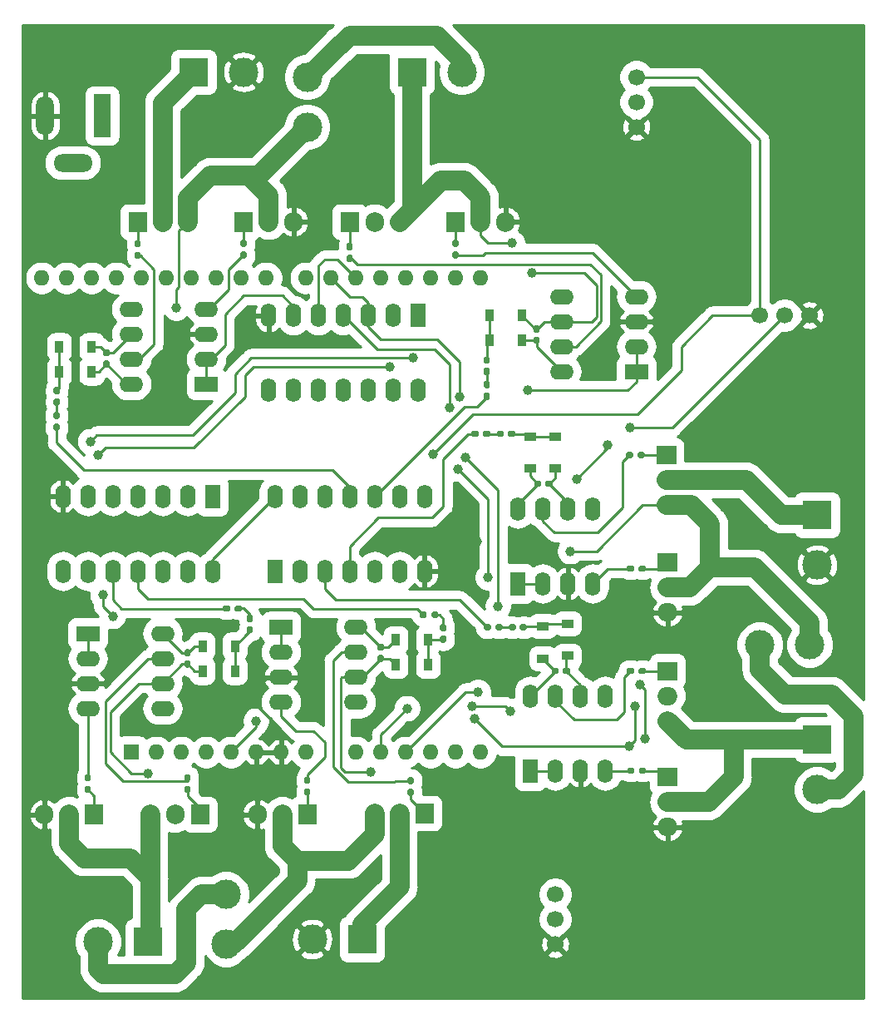
<source format=gtl>
%TF.GenerationSoftware,KiCad,Pcbnew,(5.1.9)-1*%
%TF.CreationDate,2022-08-01T09:46:19-03:00*%
%TF.ProjectId,PonteH,506f6e74-6548-42e6-9b69-6361645f7063,rev?*%
%TF.SameCoordinates,Original*%
%TF.FileFunction,Copper,L1,Top*%
%TF.FilePolarity,Positive*%
%FSLAX46Y46*%
G04 Gerber Fmt 4.6, Leading zero omitted, Abs format (unit mm)*
G04 Created by KiCad (PCBNEW (5.1.9)-1) date 2022-08-01 09:46:19*
%MOMM*%
%LPD*%
G01*
G04 APERTURE LIST*
%TA.AperFunction,SMDPad,CuDef*%
%ADD10R,0.900000X1.200000*%
%TD*%
%TA.AperFunction,SMDPad,CuDef*%
%ADD11R,1.200000X0.900000*%
%TD*%
%TA.AperFunction,ComponentPad*%
%ADD12O,1.600000X1.600000*%
%TD*%
%TA.AperFunction,ComponentPad*%
%ADD13R,1.600000X1.600000*%
%TD*%
%TA.AperFunction,ComponentPad*%
%ADD14C,3.000000*%
%TD*%
%TA.AperFunction,ComponentPad*%
%ADD15R,3.000000X3.000000*%
%TD*%
%TA.AperFunction,ComponentPad*%
%ADD16R,1.800000X4.400000*%
%TD*%
%TA.AperFunction,ComponentPad*%
%ADD17O,1.800000X4.000000*%
%TD*%
%TA.AperFunction,ComponentPad*%
%ADD18O,4.000000X1.800000*%
%TD*%
%TA.AperFunction,ComponentPad*%
%ADD19O,1.905000X2.000000*%
%TD*%
%TA.AperFunction,ComponentPad*%
%ADD20R,1.905000X2.000000*%
%TD*%
%TA.AperFunction,ComponentPad*%
%ADD21O,2.000000X1.905000*%
%TD*%
%TA.AperFunction,ComponentPad*%
%ADD22R,2.000000X1.905000*%
%TD*%
%TA.AperFunction,ComponentPad*%
%ADD23O,1.600000X2.400000*%
%TD*%
%TA.AperFunction,ComponentPad*%
%ADD24R,1.600000X2.400000*%
%TD*%
%TA.AperFunction,ComponentPad*%
%ADD25O,2.400000X1.600000*%
%TD*%
%TA.AperFunction,ComponentPad*%
%ADD26R,2.400000X1.600000*%
%TD*%
%TA.AperFunction,ComponentPad*%
%ADD27C,1.700000*%
%TD*%
%TA.AperFunction,ViaPad*%
%ADD28C,1.000000*%
%TD*%
%TA.AperFunction,Conductor*%
%ADD29C,0.254000*%
%TD*%
%TA.AperFunction,Conductor*%
%ADD30C,2.000000*%
%TD*%
%TA.AperFunction,Conductor*%
%ADD31C,0.100000*%
%TD*%
G04 APERTURE END LIST*
%TO.P,R18,2*%
%TO.N,/Ociladores/ZB*%
%TA.AperFunction,SMDPad,CuDef*%
G36*
G01*
X63340000Y-82790000D02*
X63660000Y-82790000D01*
G75*
G02*
X63820000Y-82950000I0J-160000D01*
G01*
X63820000Y-83345000D01*
G75*
G02*
X63660000Y-83505000I-160000J0D01*
G01*
X63340000Y-83505000D01*
G75*
G02*
X63180000Y-83345000I0J160000D01*
G01*
X63180000Y-82950000D01*
G75*
G02*
X63340000Y-82790000I160000J0D01*
G01*
G37*
%TD.AperFunction*%
%TO.P,R18,1*%
%TO.N,Net-(C12-Pad2)*%
%TA.AperFunction,SMDPad,CuDef*%
G36*
G01*
X63340000Y-81595000D02*
X63660000Y-81595000D01*
G75*
G02*
X63820000Y-81755000I0J-160000D01*
G01*
X63820000Y-82150000D01*
G75*
G02*
X63660000Y-82310000I-160000J0D01*
G01*
X63340000Y-82310000D01*
G75*
G02*
X63180000Y-82150000I0J160000D01*
G01*
X63180000Y-81755000D01*
G75*
G02*
X63340000Y-81595000I160000J0D01*
G01*
G37*
%TD.AperFunction*%
%TD*%
%TO.P,R6,2*%
%TO.N,/Ociladores/XB*%
%TA.AperFunction,SMDPad,CuDef*%
G36*
G01*
X101195500Y-102075000D02*
X101195500Y-102395000D01*
G75*
G02*
X101035500Y-102555000I-160000J0D01*
G01*
X100640500Y-102555000D01*
G75*
G02*
X100480500Y-102395000I0J160000D01*
G01*
X100480500Y-102075000D01*
G75*
G02*
X100640500Y-101915000I160000J0D01*
G01*
X101035500Y-101915000D01*
G75*
G02*
X101195500Y-102075000I0J-160000D01*
G01*
G37*
%TD.AperFunction*%
%TO.P,R6,1*%
%TO.N,Net-(C4-Pad2)*%
%TA.AperFunction,SMDPad,CuDef*%
G36*
G01*
X102390500Y-102075000D02*
X102390500Y-102395000D01*
G75*
G02*
X102230500Y-102555000I-160000J0D01*
G01*
X101835500Y-102555000D01*
G75*
G02*
X101675500Y-102395000I0J160000D01*
G01*
X101675500Y-102075000D01*
G75*
G02*
X101835500Y-101915000I160000J0D01*
G01*
X102230500Y-101915000D01*
G75*
G02*
X102390500Y-102075000I0J-160000D01*
G01*
G37*
%TD.AperFunction*%
%TD*%
%TO.P,R12,2*%
%TO.N,/Ociladores/YB*%
%TA.AperFunction,SMDPad,CuDef*%
G36*
G01*
X106477500Y-83660000D02*
X106477500Y-83980000D01*
G75*
G02*
X106317500Y-84140000I-160000J0D01*
G01*
X105922500Y-84140000D01*
G75*
G02*
X105762500Y-83980000I0J160000D01*
G01*
X105762500Y-83660000D01*
G75*
G02*
X105922500Y-83500000I160000J0D01*
G01*
X106317500Y-83500000D01*
G75*
G02*
X106477500Y-83660000I0J-160000D01*
G01*
G37*
%TD.AperFunction*%
%TO.P,R12,1*%
%TO.N,Net-(C8-Pad2)*%
%TA.AperFunction,SMDPad,CuDef*%
G36*
G01*
X107672500Y-83660000D02*
X107672500Y-83980000D01*
G75*
G02*
X107512500Y-84140000I-160000J0D01*
G01*
X107117500Y-84140000D01*
G75*
G02*
X106957500Y-83980000I0J160000D01*
G01*
X106957500Y-83660000D01*
G75*
G02*
X107117500Y-83500000I160000J0D01*
G01*
X107512500Y-83500000D01*
G75*
G02*
X107672500Y-83660000I0J-160000D01*
G01*
G37*
%TD.AperFunction*%
%TD*%
%TO.P,R13,2*%
%TO.N,/Ociladores/ZA*%
%TA.AperFunction,SMDPad,CuDef*%
G36*
G01*
X107155000Y-79652500D02*
X107475000Y-79652500D01*
G75*
G02*
X107635000Y-79812500I0J-160000D01*
G01*
X107635000Y-80207500D01*
G75*
G02*
X107475000Y-80367500I-160000J0D01*
G01*
X107155000Y-80367500D01*
G75*
G02*
X106995000Y-80207500I0J160000D01*
G01*
X106995000Y-79812500D01*
G75*
G02*
X107155000Y-79652500I160000J0D01*
G01*
G37*
%TD.AperFunction*%
%TO.P,R13,1*%
%TO.N,Net-(C9-Pad2)*%
%TA.AperFunction,SMDPad,CuDef*%
G36*
G01*
X107155000Y-78457500D02*
X107475000Y-78457500D01*
G75*
G02*
X107635000Y-78617500I0J-160000D01*
G01*
X107635000Y-79012500D01*
G75*
G02*
X107475000Y-79172500I-160000J0D01*
G01*
X107155000Y-79172500D01*
G75*
G02*
X106995000Y-79012500I0J160000D01*
G01*
X106995000Y-78617500D01*
G75*
G02*
X107155000Y-78457500I160000J0D01*
G01*
G37*
%TD.AperFunction*%
%TD*%
%TO.P,R7,2*%
%TO.N,/Ociladores/YA*%
%TA.AperFunction,SMDPad,CuDef*%
G36*
G01*
X107747500Y-103345000D02*
X107747500Y-103665000D01*
G75*
G02*
X107587500Y-103825000I-160000J0D01*
G01*
X107192500Y-103825000D01*
G75*
G02*
X107032500Y-103665000I0J160000D01*
G01*
X107032500Y-103345000D01*
G75*
G02*
X107192500Y-103185000I160000J0D01*
G01*
X107587500Y-103185000D01*
G75*
G02*
X107747500Y-103345000I0J-160000D01*
G01*
G37*
%TD.AperFunction*%
%TO.P,R7,1*%
%TO.N,Net-(C5-Pad2)*%
%TA.AperFunction,SMDPad,CuDef*%
G36*
G01*
X108942500Y-103345000D02*
X108942500Y-103665000D01*
G75*
G02*
X108782500Y-103825000I-160000J0D01*
G01*
X108387500Y-103825000D01*
G75*
G02*
X108227500Y-103665000I0J160000D01*
G01*
X108227500Y-103345000D01*
G75*
G02*
X108387500Y-103185000I160000J0D01*
G01*
X108782500Y-103185000D01*
G75*
G02*
X108942500Y-103345000I0J-160000D01*
G01*
G37*
%TD.AperFunction*%
%TD*%
%TO.P,R1,2*%
%TO.N,/Ociladores/XA*%
%TA.AperFunction,SMDPad,CuDef*%
G36*
G01*
X81167000Y-101440000D02*
X81167000Y-101760000D01*
G75*
G02*
X81007000Y-101920000I-160000J0D01*
G01*
X80612000Y-101920000D01*
G75*
G02*
X80452000Y-101760000I0J160000D01*
G01*
X80452000Y-101440000D01*
G75*
G02*
X80612000Y-101280000I160000J0D01*
G01*
X81007000Y-101280000D01*
G75*
G02*
X81167000Y-101440000I0J-160000D01*
G01*
G37*
%TD.AperFunction*%
%TO.P,R1,1*%
%TO.N,Net-(C1-Pad2)*%
%TA.AperFunction,SMDPad,CuDef*%
G36*
G01*
X82362000Y-101440000D02*
X82362000Y-101760000D01*
G75*
G02*
X82202000Y-101920000I-160000J0D01*
G01*
X81807000Y-101920000D01*
G75*
G02*
X81647000Y-101760000I0J160000D01*
G01*
X81647000Y-101440000D01*
G75*
G02*
X81807000Y-101280000I160000J0D01*
G01*
X82202000Y-101280000D01*
G75*
G02*
X82362000Y-101440000I0J-160000D01*
G01*
G37*
%TD.AperFunction*%
%TD*%
%TO.P,R17,2*%
%TO.N,Net-(Q12-Pad1)*%
%TA.AperFunction,SMDPad,CuDef*%
G36*
G01*
X82710000Y-64784000D02*
X82390000Y-64784000D01*
G75*
G02*
X82230000Y-64624000I0J160000D01*
G01*
X82230000Y-64229000D01*
G75*
G02*
X82390000Y-64069000I160000J0D01*
G01*
X82710000Y-64069000D01*
G75*
G02*
X82870000Y-64229000I0J-160000D01*
G01*
X82870000Y-64624000D01*
G75*
G02*
X82710000Y-64784000I-160000J0D01*
G01*
G37*
%TD.AperFunction*%
%TO.P,R17,1*%
%TO.N,Net-(R17-Pad1)*%
%TA.AperFunction,SMDPad,CuDef*%
G36*
G01*
X82710000Y-65979000D02*
X82390000Y-65979000D01*
G75*
G02*
X82230000Y-65819000I0J160000D01*
G01*
X82230000Y-65424000D01*
G75*
G02*
X82390000Y-65264000I160000J0D01*
G01*
X82710000Y-65264000D01*
G75*
G02*
X82870000Y-65424000I0J-160000D01*
G01*
X82870000Y-65819000D01*
G75*
G02*
X82710000Y-65979000I-160000J0D01*
G01*
G37*
%TD.AperFunction*%
%TD*%
%TO.P,R16,2*%
%TO.N,Net-(Q11-Pad1)*%
%TA.AperFunction,SMDPad,CuDef*%
G36*
G01*
X71915000Y-64821500D02*
X71595000Y-64821500D01*
G75*
G02*
X71435000Y-64661500I0J160000D01*
G01*
X71435000Y-64266500D01*
G75*
G02*
X71595000Y-64106500I160000J0D01*
G01*
X71915000Y-64106500D01*
G75*
G02*
X72075000Y-64266500I0J-160000D01*
G01*
X72075000Y-64661500D01*
G75*
G02*
X71915000Y-64821500I-160000J0D01*
G01*
G37*
%TD.AperFunction*%
%TO.P,R16,1*%
%TO.N,Net-(R16-Pad1)*%
%TA.AperFunction,SMDPad,CuDef*%
G36*
G01*
X71915000Y-66016500D02*
X71595000Y-66016500D01*
G75*
G02*
X71435000Y-65856500I0J160000D01*
G01*
X71435000Y-65461500D01*
G75*
G02*
X71595000Y-65301500I160000J0D01*
G01*
X71915000Y-65301500D01*
G75*
G02*
X72075000Y-65461500I0J-160000D01*
G01*
X72075000Y-65856500D01*
G75*
G02*
X71915000Y-66016500I-160000J0D01*
G01*
G37*
%TD.AperFunction*%
%TD*%
%TO.P,R15,2*%
%TO.N,Net-(R15-Pad2)*%
%TA.AperFunction,SMDPad,CuDef*%
G36*
G01*
X103980000Y-65264000D02*
X104300000Y-65264000D01*
G75*
G02*
X104460000Y-65424000I0J-160000D01*
G01*
X104460000Y-65819000D01*
G75*
G02*
X104300000Y-65979000I-160000J0D01*
G01*
X103980000Y-65979000D01*
G75*
G02*
X103820000Y-65819000I0J160000D01*
G01*
X103820000Y-65424000D01*
G75*
G02*
X103980000Y-65264000I160000J0D01*
G01*
G37*
%TD.AperFunction*%
%TO.P,R15,1*%
%TO.N,Net-(Q10-Pad1)*%
%TA.AperFunction,SMDPad,CuDef*%
G36*
G01*
X103980000Y-64069000D02*
X104300000Y-64069000D01*
G75*
G02*
X104460000Y-64229000I0J-160000D01*
G01*
X104460000Y-64624000D01*
G75*
G02*
X104300000Y-64784000I-160000J0D01*
G01*
X103980000Y-64784000D01*
G75*
G02*
X103820000Y-64624000I0J160000D01*
G01*
X103820000Y-64229000D01*
G75*
G02*
X103980000Y-64069000I160000J0D01*
G01*
G37*
%TD.AperFunction*%
%TD*%
%TO.P,R14,2*%
%TO.N,Net-(R14-Pad2)*%
%TA.AperFunction,SMDPad,CuDef*%
G36*
G01*
X93185000Y-65607500D02*
X93505000Y-65607500D01*
G75*
G02*
X93665000Y-65767500I0J-160000D01*
G01*
X93665000Y-66162500D01*
G75*
G02*
X93505000Y-66322500I-160000J0D01*
G01*
X93185000Y-66322500D01*
G75*
G02*
X93025000Y-66162500I0J160000D01*
G01*
X93025000Y-65767500D01*
G75*
G02*
X93185000Y-65607500I160000J0D01*
G01*
G37*
%TD.AperFunction*%
%TO.P,R14,1*%
%TO.N,Net-(Q9-Pad1)*%
%TA.AperFunction,SMDPad,CuDef*%
G36*
G01*
X93185000Y-64412500D02*
X93505000Y-64412500D01*
G75*
G02*
X93665000Y-64572500I0J-160000D01*
G01*
X93665000Y-64967500D01*
G75*
G02*
X93505000Y-65127500I-160000J0D01*
G01*
X93185000Y-65127500D01*
G75*
G02*
X93025000Y-64967500I0J160000D01*
G01*
X93025000Y-64572500D01*
G75*
G02*
X93185000Y-64412500I160000J0D01*
G01*
G37*
%TD.AperFunction*%
%TD*%
%TO.P,R11,2*%
%TO.N,Net-(Q8-Pad1)*%
%TA.AperFunction,SMDPad,CuDef*%
G36*
G01*
X122795000Y-97696000D02*
X122795000Y-97376000D01*
G75*
G02*
X122955000Y-97216000I160000J0D01*
G01*
X123350000Y-97216000D01*
G75*
G02*
X123510000Y-97376000I0J-160000D01*
G01*
X123510000Y-97696000D01*
G75*
G02*
X123350000Y-97856000I-160000J0D01*
G01*
X122955000Y-97856000D01*
G75*
G02*
X122795000Y-97696000I0J160000D01*
G01*
G37*
%TD.AperFunction*%
%TO.P,R11,1*%
%TO.N,Net-(R11-Pad1)*%
%TA.AperFunction,SMDPad,CuDef*%
G36*
G01*
X121600000Y-97696000D02*
X121600000Y-97376000D01*
G75*
G02*
X121760000Y-97216000I160000J0D01*
G01*
X122155000Y-97216000D01*
G75*
G02*
X122315000Y-97376000I0J-160000D01*
G01*
X122315000Y-97696000D01*
G75*
G02*
X122155000Y-97856000I-160000J0D01*
G01*
X121760000Y-97856000D01*
G75*
G02*
X121600000Y-97696000I0J160000D01*
G01*
G37*
%TD.AperFunction*%
%TD*%
%TO.P,R10,2*%
%TO.N,Net-(Q7-Pad1)*%
%TA.AperFunction,SMDPad,CuDef*%
G36*
G01*
X122705500Y-86139000D02*
X122705500Y-85819000D01*
G75*
G02*
X122865500Y-85659000I160000J0D01*
G01*
X123260500Y-85659000D01*
G75*
G02*
X123420500Y-85819000I0J-160000D01*
G01*
X123420500Y-86139000D01*
G75*
G02*
X123260500Y-86299000I-160000J0D01*
G01*
X122865500Y-86299000D01*
G75*
G02*
X122705500Y-86139000I0J160000D01*
G01*
G37*
%TD.AperFunction*%
%TO.P,R10,1*%
%TO.N,Net-(R10-Pad1)*%
%TA.AperFunction,SMDPad,CuDef*%
G36*
G01*
X121510500Y-86139000D02*
X121510500Y-85819000D01*
G75*
G02*
X121670500Y-85659000I160000J0D01*
G01*
X122065500Y-85659000D01*
G75*
G02*
X122225500Y-85819000I0J-160000D01*
G01*
X122225500Y-86139000D01*
G75*
G02*
X122065500Y-86299000I-160000J0D01*
G01*
X121670500Y-86299000D01*
G75*
G02*
X121510500Y-86139000I0J160000D01*
G01*
G37*
%TD.AperFunction*%
%TD*%
%TO.P,R9,2*%
%TO.N,Net-(R9-Pad2)*%
%TA.AperFunction,SMDPad,CuDef*%
G36*
G01*
X122352500Y-117950000D02*
X122352500Y-118270000D01*
G75*
G02*
X122192500Y-118430000I-160000J0D01*
G01*
X121797500Y-118430000D01*
G75*
G02*
X121637500Y-118270000I0J160000D01*
G01*
X121637500Y-117950000D01*
G75*
G02*
X121797500Y-117790000I160000J0D01*
G01*
X122192500Y-117790000D01*
G75*
G02*
X122352500Y-117950000I0J-160000D01*
G01*
G37*
%TD.AperFunction*%
%TO.P,R9,1*%
%TO.N,Net-(Q6-Pad1)*%
%TA.AperFunction,SMDPad,CuDef*%
G36*
G01*
X123547500Y-117950000D02*
X123547500Y-118270000D01*
G75*
G02*
X123387500Y-118430000I-160000J0D01*
G01*
X122992500Y-118430000D01*
G75*
G02*
X122832500Y-118270000I0J160000D01*
G01*
X122832500Y-117950000D01*
G75*
G02*
X122992500Y-117790000I160000J0D01*
G01*
X123387500Y-117790000D01*
G75*
G02*
X123547500Y-117950000I0J-160000D01*
G01*
G37*
%TD.AperFunction*%
%TD*%
%TO.P,R8,2*%
%TO.N,Net-(R8-Pad2)*%
%TA.AperFunction,SMDPad,CuDef*%
G36*
G01*
X122315000Y-107790000D02*
X122315000Y-108110000D01*
G75*
G02*
X122155000Y-108270000I-160000J0D01*
G01*
X121760000Y-108270000D01*
G75*
G02*
X121600000Y-108110000I0J160000D01*
G01*
X121600000Y-107790000D01*
G75*
G02*
X121760000Y-107630000I160000J0D01*
G01*
X122155000Y-107630000D01*
G75*
G02*
X122315000Y-107790000I0J-160000D01*
G01*
G37*
%TD.AperFunction*%
%TO.P,R8,1*%
%TO.N,Net-(Q5-Pad1)*%
%TA.AperFunction,SMDPad,CuDef*%
G36*
G01*
X123510000Y-107790000D02*
X123510000Y-108110000D01*
G75*
G02*
X123350000Y-108270000I-160000J0D01*
G01*
X122955000Y-108270000D01*
G75*
G02*
X122795000Y-108110000I0J160000D01*
G01*
X122795000Y-107790000D01*
G75*
G02*
X122955000Y-107630000I160000J0D01*
G01*
X123350000Y-107630000D01*
G75*
G02*
X123510000Y-107790000I0J-160000D01*
G01*
G37*
%TD.AperFunction*%
%TD*%
%TO.P,R5,2*%
%TO.N,Net-(Q4-Pad1)*%
%TA.AperFunction,SMDPad,CuDef*%
G36*
G01*
X88867000Y-119911500D02*
X89187000Y-119911500D01*
G75*
G02*
X89347000Y-120071500I0J-160000D01*
G01*
X89347000Y-120466500D01*
G75*
G02*
X89187000Y-120626500I-160000J0D01*
G01*
X88867000Y-120626500D01*
G75*
G02*
X88707000Y-120466500I0J160000D01*
G01*
X88707000Y-120071500D01*
G75*
G02*
X88867000Y-119911500I160000J0D01*
G01*
G37*
%TD.AperFunction*%
%TO.P,R5,1*%
%TO.N,Net-(R5-Pad1)*%
%TA.AperFunction,SMDPad,CuDef*%
G36*
G01*
X88867000Y-118716500D02*
X89187000Y-118716500D01*
G75*
G02*
X89347000Y-118876500I0J-160000D01*
G01*
X89347000Y-119271500D01*
G75*
G02*
X89187000Y-119431500I-160000J0D01*
G01*
X88867000Y-119431500D01*
G75*
G02*
X88707000Y-119271500I0J160000D01*
G01*
X88707000Y-118876500D01*
G75*
G02*
X88867000Y-118716500I160000J0D01*
G01*
G37*
%TD.AperFunction*%
%TD*%
%TO.P,R4,2*%
%TO.N,Net-(Q3-Pad1)*%
%TA.AperFunction,SMDPad,CuDef*%
G36*
G01*
X99408000Y-119963500D02*
X99728000Y-119963500D01*
G75*
G02*
X99888000Y-120123500I0J-160000D01*
G01*
X99888000Y-120518500D01*
G75*
G02*
X99728000Y-120678500I-160000J0D01*
G01*
X99408000Y-120678500D01*
G75*
G02*
X99248000Y-120518500I0J160000D01*
G01*
X99248000Y-120123500D01*
G75*
G02*
X99408000Y-119963500I160000J0D01*
G01*
G37*
%TD.AperFunction*%
%TO.P,R4,1*%
%TO.N,Net-(R4-Pad1)*%
%TA.AperFunction,SMDPad,CuDef*%
G36*
G01*
X99408000Y-118768500D02*
X99728000Y-118768500D01*
G75*
G02*
X99888000Y-118928500I0J-160000D01*
G01*
X99888000Y-119323500D01*
G75*
G02*
X99728000Y-119483500I-160000J0D01*
G01*
X99408000Y-119483500D01*
G75*
G02*
X99248000Y-119323500I0J160000D01*
G01*
X99248000Y-118928500D01*
G75*
G02*
X99408000Y-118768500I160000J0D01*
G01*
G37*
%TD.AperFunction*%
%TD*%
%TO.P,R3,2*%
%TO.N,Net-(R3-Pad2)*%
%TA.AperFunction,SMDPad,CuDef*%
G36*
G01*
X66835000Y-119177500D02*
X66515000Y-119177500D01*
G75*
G02*
X66355000Y-119017500I0J160000D01*
G01*
X66355000Y-118622500D01*
G75*
G02*
X66515000Y-118462500I160000J0D01*
G01*
X66835000Y-118462500D01*
G75*
G02*
X66995000Y-118622500I0J-160000D01*
G01*
X66995000Y-119017500D01*
G75*
G02*
X66835000Y-119177500I-160000J0D01*
G01*
G37*
%TD.AperFunction*%
%TO.P,R3,1*%
%TO.N,Net-(Q2-Pad1)*%
%TA.AperFunction,SMDPad,CuDef*%
G36*
G01*
X66835000Y-120372500D02*
X66515000Y-120372500D01*
G75*
G02*
X66355000Y-120212500I0J160000D01*
G01*
X66355000Y-119817500D01*
G75*
G02*
X66515000Y-119657500I160000J0D01*
G01*
X66835000Y-119657500D01*
G75*
G02*
X66995000Y-119817500I0J-160000D01*
G01*
X66995000Y-120212500D01*
G75*
G02*
X66835000Y-120372500I-160000J0D01*
G01*
G37*
%TD.AperFunction*%
%TD*%
%TO.P,R2,2*%
%TO.N,Net-(R2-Pad2)*%
%TA.AperFunction,SMDPad,CuDef*%
G36*
G01*
X76995000Y-119177500D02*
X76675000Y-119177500D01*
G75*
G02*
X76515000Y-119017500I0J160000D01*
G01*
X76515000Y-118622500D01*
G75*
G02*
X76675000Y-118462500I160000J0D01*
G01*
X76995000Y-118462500D01*
G75*
G02*
X77155000Y-118622500I0J-160000D01*
G01*
X77155000Y-119017500D01*
G75*
G02*
X76995000Y-119177500I-160000J0D01*
G01*
G37*
%TD.AperFunction*%
%TO.P,R2,1*%
%TO.N,Net-(Q1-Pad1)*%
%TA.AperFunction,SMDPad,CuDef*%
G36*
G01*
X76995000Y-120372500D02*
X76675000Y-120372500D01*
G75*
G02*
X76515000Y-120212500I0J160000D01*
G01*
X76515000Y-119817500D01*
G75*
G02*
X76675000Y-119657500I160000J0D01*
G01*
X76995000Y-119657500D01*
G75*
G02*
X77155000Y-119817500I0J-160000D01*
G01*
X77155000Y-120212500D01*
G75*
G02*
X76995000Y-120372500I-160000J0D01*
G01*
G37*
%TD.AperFunction*%
%TD*%
D10*
%TO.P,D12,2*%
%TO.N,Net-(C12-Pad1)*%
X63755000Y-77470000D03*
%TO.P,D12,1*%
%TO.N,Net-(C11-Pad2)*%
X67055000Y-77470000D03*
%TD*%
%TO.P,D11,2*%
%TO.N,Net-(C11-Pad1)*%
X67055000Y-74930000D03*
%TO.P,D11,1*%
%TO.N,Net-(C12-Pad1)*%
X63755000Y-74930000D03*
%TD*%
%TO.P,D10,2*%
%TO.N,Net-(C10-Pad1)*%
X110870000Y-71755000D03*
%TO.P,D10,1*%
%TO.N,Net-(C9-Pad1)*%
X107570000Y-71755000D03*
%TD*%
%TO.P,D9,2*%
%TO.N,Net-(C9-Pad1)*%
X107570000Y-74295000D03*
%TO.P,D9,1*%
%TO.N,Net-(C10-Pad2)*%
X110870000Y-74295000D03*
%TD*%
D11*
%TO.P,D8,2*%
%TO.N,Net-(C8-Pad1)*%
X111760000Y-84075000D03*
%TO.P,D8,1*%
%TO.N,Net-(C7-Pad2)*%
X111760000Y-87375000D03*
%TD*%
%TO.P,D7,2*%
%TO.N,Net-(C7-Pad1)*%
X114300000Y-87375000D03*
%TO.P,D7,1*%
%TO.N,Net-(C8-Pad1)*%
X114300000Y-84075000D03*
%TD*%
%TO.P,D6,2*%
%TO.N,Net-(C6-Pad1)*%
X115570000Y-106425000D03*
%TO.P,D6,1*%
%TO.N,Net-(C5-Pad1)*%
X115570000Y-103125000D03*
%TD*%
%TO.P,D5,2*%
%TO.N,Net-(C5-Pad1)*%
X113030000Y-103380000D03*
%TO.P,D5,1*%
%TO.N,Net-(C6-Pad2)*%
X113030000Y-106680000D03*
%TD*%
D10*
%TO.P,D4,2*%
%TO.N,Net-(C4-Pad1)*%
X101345000Y-104775000D03*
%TO.P,D4,1*%
%TO.N,Net-(C3-Pad2)*%
X98045000Y-104775000D03*
%TD*%
%TO.P,D3,2*%
%TO.N,Net-(C3-Pad1)*%
X98045000Y-107315000D03*
%TO.P,D3,1*%
%TO.N,Net-(C4-Pad1)*%
X101345000Y-107315000D03*
%TD*%
%TO.P,D2,2*%
%TO.N,Net-(C2-Pad1)*%
X78360000Y-107950000D03*
%TO.P,D2,1*%
%TO.N,Net-(C1-Pad1)*%
X81660000Y-107950000D03*
%TD*%
%TO.P,D1,2*%
%TO.N,Net-(C1-Pad1)*%
X81660000Y-105410000D03*
%TO.P,D1,1*%
%TO.N,Net-(C2-Pad2)*%
X78360000Y-105410000D03*
%TD*%
%TO.P,C12,2*%
%TO.N,Net-(C12-Pad2)*%
%TA.AperFunction,SMDPad,CuDef*%
G36*
G01*
X63345000Y-80210000D02*
X63655000Y-80210000D01*
G75*
G02*
X63810000Y-80365000I0J-155000D01*
G01*
X63810000Y-80790000D01*
G75*
G02*
X63655000Y-80945000I-155000J0D01*
G01*
X63345000Y-80945000D01*
G75*
G02*
X63190000Y-80790000I0J155000D01*
G01*
X63190000Y-80365000D01*
G75*
G02*
X63345000Y-80210000I155000J0D01*
G01*
G37*
%TD.AperFunction*%
%TO.P,C12,1*%
%TO.N,Net-(C12-Pad1)*%
%TA.AperFunction,SMDPad,CuDef*%
G36*
G01*
X63345000Y-79075000D02*
X63655000Y-79075000D01*
G75*
G02*
X63810000Y-79230000I0J-155000D01*
G01*
X63810000Y-79655000D01*
G75*
G02*
X63655000Y-79810000I-155000J0D01*
G01*
X63345000Y-79810000D01*
G75*
G02*
X63190000Y-79655000I0J155000D01*
G01*
X63190000Y-79230000D01*
G75*
G02*
X63345000Y-79075000I155000J0D01*
G01*
G37*
%TD.AperFunction*%
%TD*%
%TO.P,C11,2*%
%TO.N,Net-(C11-Pad2)*%
%TA.AperFunction,SMDPad,CuDef*%
G36*
G01*
X68425000Y-76332500D02*
X68735000Y-76332500D01*
G75*
G02*
X68890000Y-76487500I0J-155000D01*
G01*
X68890000Y-76912500D01*
G75*
G02*
X68735000Y-77067500I-155000J0D01*
G01*
X68425000Y-77067500D01*
G75*
G02*
X68270000Y-76912500I0J155000D01*
G01*
X68270000Y-76487500D01*
G75*
G02*
X68425000Y-76332500I155000J0D01*
G01*
G37*
%TD.AperFunction*%
%TO.P,C11,1*%
%TO.N,Net-(C11-Pad1)*%
%TA.AperFunction,SMDPad,CuDef*%
G36*
G01*
X68425000Y-75197500D02*
X68735000Y-75197500D01*
G75*
G02*
X68890000Y-75352500I0J-155000D01*
G01*
X68890000Y-75777500D01*
G75*
G02*
X68735000Y-75932500I-155000J0D01*
G01*
X68425000Y-75932500D01*
G75*
G02*
X68270000Y-75777500I0J155000D01*
G01*
X68270000Y-75352500D01*
G75*
G02*
X68425000Y-75197500I155000J0D01*
G01*
G37*
%TD.AperFunction*%
%TD*%
%TO.P,C10,2*%
%TO.N,Net-(C10-Pad2)*%
%TA.AperFunction,SMDPad,CuDef*%
G36*
G01*
X112240000Y-73927500D02*
X112550000Y-73927500D01*
G75*
G02*
X112705000Y-74082500I0J-155000D01*
G01*
X112705000Y-74507500D01*
G75*
G02*
X112550000Y-74662500I-155000J0D01*
G01*
X112240000Y-74662500D01*
G75*
G02*
X112085000Y-74507500I0J155000D01*
G01*
X112085000Y-74082500D01*
G75*
G02*
X112240000Y-73927500I155000J0D01*
G01*
G37*
%TD.AperFunction*%
%TO.P,C10,1*%
%TO.N,Net-(C10-Pad1)*%
%TA.AperFunction,SMDPad,CuDef*%
G36*
G01*
X112240000Y-72792500D02*
X112550000Y-72792500D01*
G75*
G02*
X112705000Y-72947500I0J-155000D01*
G01*
X112705000Y-73372500D01*
G75*
G02*
X112550000Y-73527500I-155000J0D01*
G01*
X112240000Y-73527500D01*
G75*
G02*
X112085000Y-73372500I0J155000D01*
G01*
X112085000Y-72947500D01*
G75*
G02*
X112240000Y-72792500I155000J0D01*
G01*
G37*
%TD.AperFunction*%
%TD*%
%TO.P,C9,2*%
%TO.N,Net-(C9-Pad2)*%
%TA.AperFunction,SMDPad,CuDef*%
G36*
G01*
X107160000Y-77102500D02*
X107470000Y-77102500D01*
G75*
G02*
X107625000Y-77257500I0J-155000D01*
G01*
X107625000Y-77682500D01*
G75*
G02*
X107470000Y-77837500I-155000J0D01*
G01*
X107160000Y-77837500D01*
G75*
G02*
X107005000Y-77682500I0J155000D01*
G01*
X107005000Y-77257500D01*
G75*
G02*
X107160000Y-77102500I155000J0D01*
G01*
G37*
%TD.AperFunction*%
%TO.P,C9,1*%
%TO.N,Net-(C9-Pad1)*%
%TA.AperFunction,SMDPad,CuDef*%
G36*
G01*
X107160000Y-75967500D02*
X107470000Y-75967500D01*
G75*
G02*
X107625000Y-76122500I0J-155000D01*
G01*
X107625000Y-76547500D01*
G75*
G02*
X107470000Y-76702500I-155000J0D01*
G01*
X107160000Y-76702500D01*
G75*
G02*
X107005000Y-76547500I0J155000D01*
G01*
X107005000Y-76122500D01*
G75*
G02*
X107160000Y-75967500I155000J0D01*
G01*
G37*
%TD.AperFunction*%
%TD*%
%TO.P,C8,2*%
%TO.N,Net-(C8-Pad2)*%
%TA.AperFunction,SMDPad,CuDef*%
G36*
G01*
X109087500Y-83665000D02*
X109087500Y-83975000D01*
G75*
G02*
X108932500Y-84130000I-155000J0D01*
G01*
X108507500Y-84130000D01*
G75*
G02*
X108352500Y-83975000I0J155000D01*
G01*
X108352500Y-83665000D01*
G75*
G02*
X108507500Y-83510000I155000J0D01*
G01*
X108932500Y-83510000D01*
G75*
G02*
X109087500Y-83665000I0J-155000D01*
G01*
G37*
%TD.AperFunction*%
%TO.P,C8,1*%
%TO.N,Net-(C8-Pad1)*%
%TA.AperFunction,SMDPad,CuDef*%
G36*
G01*
X110222500Y-83665000D02*
X110222500Y-83975000D01*
G75*
G02*
X110067500Y-84130000I-155000J0D01*
G01*
X109642500Y-84130000D01*
G75*
G02*
X109487500Y-83975000I0J155000D01*
G01*
X109487500Y-83665000D01*
G75*
G02*
X109642500Y-83510000I155000J0D01*
G01*
X110067500Y-83510000D01*
G75*
G02*
X110222500Y-83665000I0J-155000D01*
G01*
G37*
%TD.AperFunction*%
%TD*%
%TO.P,C7,2*%
%TO.N,Net-(C7-Pad2)*%
%TA.AperFunction,SMDPad,CuDef*%
G36*
G01*
X112897500Y-88745000D02*
X112897500Y-89055000D01*
G75*
G02*
X112742500Y-89210000I-155000J0D01*
G01*
X112317500Y-89210000D01*
G75*
G02*
X112162500Y-89055000I0J155000D01*
G01*
X112162500Y-88745000D01*
G75*
G02*
X112317500Y-88590000I155000J0D01*
G01*
X112742500Y-88590000D01*
G75*
G02*
X112897500Y-88745000I0J-155000D01*
G01*
G37*
%TD.AperFunction*%
%TO.P,C7,1*%
%TO.N,Net-(C7-Pad1)*%
%TA.AperFunction,SMDPad,CuDef*%
G36*
G01*
X114032500Y-88745000D02*
X114032500Y-89055000D01*
G75*
G02*
X113877500Y-89210000I-155000J0D01*
G01*
X113452500Y-89210000D01*
G75*
G02*
X113297500Y-89055000I0J155000D01*
G01*
X113297500Y-88745000D01*
G75*
G02*
X113452500Y-88590000I155000J0D01*
G01*
X113877500Y-88590000D01*
G75*
G02*
X114032500Y-88745000I0J-155000D01*
G01*
G37*
%TD.AperFunction*%
%TD*%
%TO.P,C6,2*%
%TO.N,Net-(C6-Pad2)*%
%TA.AperFunction,SMDPad,CuDef*%
G36*
G01*
X114667500Y-107795000D02*
X114667500Y-108105000D01*
G75*
G02*
X114512500Y-108260000I-155000J0D01*
G01*
X114087500Y-108260000D01*
G75*
G02*
X113932500Y-108105000I0J155000D01*
G01*
X113932500Y-107795000D01*
G75*
G02*
X114087500Y-107640000I155000J0D01*
G01*
X114512500Y-107640000D01*
G75*
G02*
X114667500Y-107795000I0J-155000D01*
G01*
G37*
%TD.AperFunction*%
%TO.P,C6,1*%
%TO.N,Net-(C6-Pad1)*%
%TA.AperFunction,SMDPad,CuDef*%
G36*
G01*
X115802500Y-107795000D02*
X115802500Y-108105000D01*
G75*
G02*
X115647500Y-108260000I-155000J0D01*
G01*
X115222500Y-108260000D01*
G75*
G02*
X115067500Y-108105000I0J155000D01*
G01*
X115067500Y-107795000D01*
G75*
G02*
X115222500Y-107640000I155000J0D01*
G01*
X115647500Y-107640000D01*
G75*
G02*
X115802500Y-107795000I0J-155000D01*
G01*
G37*
%TD.AperFunction*%
%TD*%
%TO.P,C5,2*%
%TO.N,Net-(C5-Pad2)*%
%TA.AperFunction,SMDPad,CuDef*%
G36*
G01*
X110290000Y-103350000D02*
X110290000Y-103660000D01*
G75*
G02*
X110135000Y-103815000I-155000J0D01*
G01*
X109710000Y-103815000D01*
G75*
G02*
X109555000Y-103660000I0J155000D01*
G01*
X109555000Y-103350000D01*
G75*
G02*
X109710000Y-103195000I155000J0D01*
G01*
X110135000Y-103195000D01*
G75*
G02*
X110290000Y-103350000I0J-155000D01*
G01*
G37*
%TD.AperFunction*%
%TO.P,C5,1*%
%TO.N,Net-(C5-Pad1)*%
%TA.AperFunction,SMDPad,CuDef*%
G36*
G01*
X111425000Y-103350000D02*
X111425000Y-103660000D01*
G75*
G02*
X111270000Y-103815000I-155000J0D01*
G01*
X110845000Y-103815000D01*
G75*
G02*
X110690000Y-103660000I0J155000D01*
G01*
X110690000Y-103350000D01*
G75*
G02*
X110845000Y-103195000I155000J0D01*
G01*
X111270000Y-103195000D01*
G75*
G02*
X111425000Y-103350000I0J-155000D01*
G01*
G37*
%TD.AperFunction*%
%TD*%
%TO.P,C4,2*%
%TO.N,Net-(C4-Pad2)*%
%TA.AperFunction,SMDPad,CuDef*%
G36*
G01*
X103025000Y-103940000D02*
X102715000Y-103940000D01*
G75*
G02*
X102560000Y-103785000I0J155000D01*
G01*
X102560000Y-103360000D01*
G75*
G02*
X102715000Y-103205000I155000J0D01*
G01*
X103025000Y-103205000D01*
G75*
G02*
X103180000Y-103360000I0J-155000D01*
G01*
X103180000Y-103785000D01*
G75*
G02*
X103025000Y-103940000I-155000J0D01*
G01*
G37*
%TD.AperFunction*%
%TO.P,C4,1*%
%TO.N,Net-(C4-Pad1)*%
%TA.AperFunction,SMDPad,CuDef*%
G36*
G01*
X103025000Y-105075000D02*
X102715000Y-105075000D01*
G75*
G02*
X102560000Y-104920000I0J155000D01*
G01*
X102560000Y-104495000D01*
G75*
G02*
X102715000Y-104340000I155000J0D01*
G01*
X103025000Y-104340000D01*
G75*
G02*
X103180000Y-104495000I0J-155000D01*
G01*
X103180000Y-104920000D01*
G75*
G02*
X103025000Y-105075000I-155000J0D01*
G01*
G37*
%TD.AperFunction*%
%TD*%
%TO.P,C3,2*%
%TO.N,Net-(C3-Pad2)*%
%TA.AperFunction,SMDPad,CuDef*%
G36*
G01*
X96675000Y-105912500D02*
X96365000Y-105912500D01*
G75*
G02*
X96210000Y-105757500I0J155000D01*
G01*
X96210000Y-105332500D01*
G75*
G02*
X96365000Y-105177500I155000J0D01*
G01*
X96675000Y-105177500D01*
G75*
G02*
X96830000Y-105332500I0J-155000D01*
G01*
X96830000Y-105757500D01*
G75*
G02*
X96675000Y-105912500I-155000J0D01*
G01*
G37*
%TD.AperFunction*%
%TO.P,C3,1*%
%TO.N,Net-(C3-Pad1)*%
%TA.AperFunction,SMDPad,CuDef*%
G36*
G01*
X96675000Y-107047500D02*
X96365000Y-107047500D01*
G75*
G02*
X96210000Y-106892500I0J155000D01*
G01*
X96210000Y-106467500D01*
G75*
G02*
X96365000Y-106312500I155000J0D01*
G01*
X96675000Y-106312500D01*
G75*
G02*
X96830000Y-106467500I0J-155000D01*
G01*
X96830000Y-106892500D01*
G75*
G02*
X96675000Y-107047500I-155000J0D01*
G01*
G37*
%TD.AperFunction*%
%TD*%
%TO.P,C2,2*%
%TO.N,Net-(C2-Pad2)*%
%TA.AperFunction,SMDPad,CuDef*%
G36*
G01*
X76990000Y-106480000D02*
X76680000Y-106480000D01*
G75*
G02*
X76525000Y-106325000I0J155000D01*
G01*
X76525000Y-105900000D01*
G75*
G02*
X76680000Y-105745000I155000J0D01*
G01*
X76990000Y-105745000D01*
G75*
G02*
X77145000Y-105900000I0J-155000D01*
G01*
X77145000Y-106325000D01*
G75*
G02*
X76990000Y-106480000I-155000J0D01*
G01*
G37*
%TD.AperFunction*%
%TO.P,C2,1*%
%TO.N,Net-(C2-Pad1)*%
%TA.AperFunction,SMDPad,CuDef*%
G36*
G01*
X76990000Y-107615000D02*
X76680000Y-107615000D01*
G75*
G02*
X76525000Y-107460000I0J155000D01*
G01*
X76525000Y-107035000D01*
G75*
G02*
X76680000Y-106880000I155000J0D01*
G01*
X76990000Y-106880000D01*
G75*
G02*
X77145000Y-107035000I0J-155000D01*
G01*
X77145000Y-107460000D01*
G75*
G02*
X76990000Y-107615000I-155000J0D01*
G01*
G37*
%TD.AperFunction*%
%TD*%
%TO.P,C1,2*%
%TO.N,Net-(C1-Pad2)*%
%TA.AperFunction,SMDPad,CuDef*%
G36*
G01*
X83340000Y-102991500D02*
X83030000Y-102991500D01*
G75*
G02*
X82875000Y-102836500I0J155000D01*
G01*
X82875000Y-102411500D01*
G75*
G02*
X83030000Y-102256500I155000J0D01*
G01*
X83340000Y-102256500D01*
G75*
G02*
X83495000Y-102411500I0J-155000D01*
G01*
X83495000Y-102836500D01*
G75*
G02*
X83340000Y-102991500I-155000J0D01*
G01*
G37*
%TD.AperFunction*%
%TO.P,C1,1*%
%TO.N,Net-(C1-Pad1)*%
%TA.AperFunction,SMDPad,CuDef*%
G36*
G01*
X83340000Y-104126500D02*
X83030000Y-104126500D01*
G75*
G02*
X82875000Y-103971500I0J155000D01*
G01*
X82875000Y-103546500D01*
G75*
G02*
X83030000Y-103391500I155000J0D01*
G01*
X83340000Y-103391500D01*
G75*
G02*
X83495000Y-103546500I0J-155000D01*
G01*
X83495000Y-103971500D01*
G75*
G02*
X83340000Y-104126500I-155000J0D01*
G01*
G37*
%TD.AperFunction*%
%TD*%
D12*
%TO.P,A1,16*%
%TO.N,N/C*%
X104140000Y-67945000D03*
%TO.P,A1,15*%
X106680000Y-67945000D03*
%TO.P,A1,30*%
X67060000Y-67945000D03*
%TO.P,A1,14*%
X106680000Y-116205000D03*
%TO.P,A1,29*%
X69600000Y-67945000D03*
%TO.P,A1,13*%
X104140000Y-116205000D03*
%TO.P,A1,28*%
X72140000Y-67945000D03*
%TO.P,A1,12*%
X101600000Y-116205000D03*
%TO.P,A1,27*%
X74680000Y-67945000D03*
%TO.P,A1,11*%
%TO.N,/ArduinoUno/Iz*%
X99060000Y-116205000D03*
%TO.P,A1,26*%
%TO.N,N/C*%
X77220000Y-67945000D03*
%TO.P,A1,10*%
%TO.N,/ArduinoUno/Iy*%
X96520000Y-116205000D03*
%TO.P,A1,25*%
%TO.N,N/C*%
X79760000Y-67945000D03*
%TO.P,A1,9*%
%TO.N,/ArduinoUno/Ix*%
X93980000Y-116205000D03*
%TO.P,A1,24*%
%TO.N,N/C*%
X82300000Y-67945000D03*
%TO.P,A1,8*%
X88900000Y-116205000D03*
%TO.P,A1,23*%
X84840000Y-67945000D03*
%TO.P,A1,7*%
%TO.N,GND*%
X86360000Y-116205000D03*
%TO.P,A1,22*%
%TO.N,/ArduinoUno/D7*%
X88900000Y-67945000D03*
%TO.P,A1,6*%
%TO.N,GND*%
X83820000Y-116205000D03*
%TO.P,A1,21*%
%TO.N,/ArduinoUno/D6*%
X91440000Y-67945000D03*
%TO.P,A1,5*%
%TO.N,+5V*%
X81280000Y-116205000D03*
%TO.P,A1,20*%
%TO.N,/ArduinoUno/D5*%
X93980000Y-67945000D03*
%TO.P,A1,4*%
%TO.N,N/C*%
X78740000Y-116205000D03*
%TO.P,A1,19*%
X96520000Y-67945000D03*
%TO.P,A1,3*%
X76200000Y-116205000D03*
%TO.P,A1,18*%
X99060000Y-67945000D03*
%TO.P,A1,2*%
X73660000Y-116205000D03*
%TO.P,A1,17*%
X101600000Y-67945000D03*
D13*
%TO.P,A1,1*%
X71120000Y-116205000D03*
D12*
%TO.P,A1,31*%
X64520000Y-67945000D03*
%TO.P,A1,32*%
X61980000Y-67945000D03*
%TD*%
D14*
%TO.P,J1,2*%
%TO.N,Net-(J1-Pad2)*%
X67716400Y-135509000D03*
D15*
%TO.P,J1,1*%
%TO.N,Net-(C2-Pad1)*%
X72796400Y-135509000D03*
%TD*%
D14*
%TO.P,J2,2*%
%TO.N,GND*%
X89535000Y-135255000D03*
D15*
%TO.P,J2,1*%
%TO.N,Net-(J2-Pad1)*%
X94615000Y-135255000D03*
%TD*%
D14*
%TO.P,J3,2*%
%TO.N,Net-(J3-Pad2)*%
X140970000Y-120015000D03*
D15*
%TO.P,J3,1*%
%TO.N,Net-(C6-Pad1)*%
X140970000Y-114935000D03*
%TD*%
D14*
%TO.P,J4,2*%
%TO.N,GND*%
X140970000Y-97155000D03*
D15*
%TO.P,J4,1*%
%TO.N,Net-(J4-Pad1)*%
X140970000Y-92075000D03*
%TD*%
D14*
%TO.P,J5,2*%
%TO.N,Net-(J5-Pad2)*%
X104775000Y-46990000D03*
D15*
%TO.P,J5,1*%
%TO.N,Net-(C10-Pad1)*%
X99695000Y-46990000D03*
%TD*%
D14*
%TO.P,J6,2*%
%TO.N,GND*%
X82550000Y-46990000D03*
D15*
%TO.P,J6,1*%
%TO.N,Net-(J6-Pad1)*%
X77470000Y-46990000D03*
%TD*%
D16*
%TO.P,J7,1*%
%TO.N,+12V*%
X68148200Y-51435000D03*
D17*
%TO.P,J7,2*%
%TO.N,GND*%
X62348200Y-51435000D03*
D18*
%TO.P,J7,3*%
%TO.N,N/C*%
X65148200Y-56235000D03*
%TD*%
D19*
%TO.P,Q1,3*%
%TO.N,Net-(C2-Pad1)*%
X73025000Y-122555000D03*
%TO.P,Q1,2*%
%TO.N,Net-(J2-Pad1)*%
X75565000Y-122555000D03*
D20*
%TO.P,Q1,1*%
%TO.N,Net-(Q1-Pad1)*%
X78105000Y-122555000D03*
%TD*%
D19*
%TO.P,Q2,3*%
%TO.N,GND*%
X62230000Y-122555000D03*
%TO.P,Q2,2*%
%TO.N,Net-(C2-Pad1)*%
X64770000Y-122555000D03*
D20*
%TO.P,Q2,1*%
%TO.N,Net-(Q2-Pad1)*%
X67310000Y-122555000D03*
%TD*%
D19*
%TO.P,Q3,3*%
%TO.N,Net-(C3-Pad1)*%
X95885000Y-122428000D03*
%TO.P,Q3,2*%
%TO.N,Net-(J2-Pad1)*%
X98425000Y-122428000D03*
D20*
%TO.P,Q3,1*%
%TO.N,Net-(Q3-Pad1)*%
X100965000Y-122428000D03*
%TD*%
D19*
%TO.P,Q4,3*%
%TO.N,GND*%
X83947000Y-122555000D03*
%TO.P,Q4,2*%
%TO.N,Net-(C3-Pad1)*%
X86487000Y-122555000D03*
D20*
%TO.P,Q4,1*%
%TO.N,Net-(Q4-Pad1)*%
X89027000Y-122555000D03*
%TD*%
D21*
%TO.P,Q5,3*%
%TO.N,Net-(C6-Pad1)*%
X125730000Y-113030000D03*
%TO.P,Q5,2*%
%TO.N,Net-(J4-Pad1)*%
X125730000Y-110490000D03*
D22*
%TO.P,Q5,1*%
%TO.N,Net-(Q5-Pad1)*%
X125730000Y-107950000D03*
%TD*%
D21*
%TO.P,Q6,3*%
%TO.N,GND*%
X125730000Y-123825000D03*
%TO.P,Q6,2*%
%TO.N,Net-(C6-Pad1)*%
X125730000Y-121285000D03*
D22*
%TO.P,Q6,1*%
%TO.N,Net-(Q6-Pad1)*%
X125730000Y-118745000D03*
%TD*%
D21*
%TO.P,Q7,3*%
%TO.N,Net-(C7-Pad1)*%
X125603000Y-91059000D03*
%TO.P,Q7,2*%
%TO.N,Net-(J4-Pad1)*%
X125603000Y-88519000D03*
D22*
%TO.P,Q7,1*%
%TO.N,Net-(Q7-Pad1)*%
X125603000Y-85979000D03*
%TD*%
D21*
%TO.P,Q8,3*%
%TO.N,GND*%
X125730000Y-101981000D03*
%TO.P,Q8,2*%
%TO.N,Net-(C7-Pad1)*%
X125730000Y-99441000D03*
D22*
%TO.P,Q8,1*%
%TO.N,Net-(Q8-Pad1)*%
X125730000Y-96901000D03*
%TD*%
D19*
%TO.P,Q9,3*%
%TO.N,Net-(C10-Pad1)*%
X98425000Y-62230000D03*
%TO.P,Q9,2*%
%TO.N,Net-(J6-Pad1)*%
X95885000Y-62230000D03*
D20*
%TO.P,Q9,1*%
%TO.N,Net-(Q9-Pad1)*%
X93345000Y-62230000D03*
%TD*%
D19*
%TO.P,Q10,3*%
%TO.N,GND*%
X109220000Y-62230000D03*
%TO.P,Q10,2*%
%TO.N,Net-(C10-Pad1)*%
X106680000Y-62230000D03*
D20*
%TO.P,Q10,1*%
%TO.N,Net-(Q10-Pad1)*%
X104140000Y-62230000D03*
%TD*%
D19*
%TO.P,Q11,3*%
%TO.N,Net-(C11-Pad1)*%
X76835000Y-62230000D03*
%TO.P,Q11,2*%
%TO.N,Net-(J6-Pad1)*%
X74295000Y-62230000D03*
D20*
%TO.P,Q11,1*%
%TO.N,Net-(Q11-Pad1)*%
X71755000Y-62230000D03*
%TD*%
D19*
%TO.P,Q12,3*%
%TO.N,GND*%
X87630000Y-62230000D03*
%TO.P,Q12,2*%
%TO.N,Net-(C11-Pad1)*%
X85090000Y-62230000D03*
D20*
%TO.P,Q12,1*%
%TO.N,Net-(Q12-Pad1)*%
X82550000Y-62230000D03*
%TD*%
D23*
%TO.P,U1,14*%
%TO.N,+5V*%
X100330000Y-79375000D03*
%TO.P,U1,7*%
%TO.N,GND*%
X85090000Y-71755000D03*
%TO.P,U1,13*%
%TO.N,N/C*%
X97790000Y-79375000D03*
%TO.P,U1,6*%
%TO.N,/PonteHz/ND5*%
X87630000Y-71755000D03*
%TO.P,U1,12*%
%TO.N,N/C*%
X95250000Y-79375000D03*
%TO.P,U1,5*%
%TO.N,/ArduinoUno/D5*%
X90170000Y-71755000D03*
%TO.P,U1,11*%
%TO.N,N/C*%
X92710000Y-79375000D03*
%TO.P,U1,4*%
%TO.N,/PonteHy/ND6*%
X92710000Y-71755000D03*
%TO.P,U1,10*%
%TO.N,N/C*%
X90170000Y-79375000D03*
%TO.P,U1,3*%
%TO.N,/ArduinoUno/D6*%
X95250000Y-71755000D03*
%TO.P,U1,9*%
%TO.N,N/C*%
X87630000Y-79375000D03*
%TO.P,U1,2*%
%TO.N,/PonteHx/ND7*%
X97790000Y-71755000D03*
%TO.P,U1,8*%
%TO.N,N/C*%
X85090000Y-79375000D03*
D24*
%TO.P,U1,1*%
%TO.N,/ArduinoUno/D7*%
X100330000Y-71755000D03*
%TD*%
D25*
%TO.P,U2,8*%
%TO.N,Net-(C2-Pad2)*%
X74295000Y-104140000D03*
%TO.P,U2,4*%
%TO.N,Net-(R3-Pad2)*%
X66675000Y-111760000D03*
%TO.P,U2,7*%
%TO.N,Net-(R2-Pad2)*%
X74295000Y-106680000D03*
%TO.P,U2,3*%
%TO.N,GND*%
X66675000Y-109220000D03*
%TO.P,U2,6*%
%TO.N,Net-(C2-Pad1)*%
X74295000Y-109220000D03*
%TO.P,U2,2*%
%TO.N,/ArduinoUno/D7*%
X66675000Y-106680000D03*
%TO.P,U2,5*%
%TO.N,+12V*%
X74295000Y-111760000D03*
D26*
%TO.P,U2,1*%
%TO.N,/ArduinoUno/D7*%
X66675000Y-104140000D03*
%TD*%
D27*
%TO.P,U3,VCC*%
%TO.N,+5V*%
X114300000Y-130683000D03*
%TO.P,U3,OUT*%
%TO.N,/ArduinoUno/Ix*%
X114300000Y-133223000D03*
%TO.P,U3,GND*%
%TO.N,GND*%
X114300000Y-135763000D03*
D14*
%TO.P,U3,I+*%
%TO.N,Net-(J1-Pad2)*%
X80772000Y-130683000D03*
%TO.P,U3,I-*%
%TO.N,Net-(C3-Pad1)*%
X80772000Y-135763000D03*
%TD*%
D25*
%TO.P,U4,8*%
%TO.N,Net-(C3-Pad2)*%
X93980000Y-103505000D03*
%TO.P,U4,4*%
%TO.N,Net-(R5-Pad1)*%
X86360000Y-111125000D03*
%TO.P,U4,7*%
%TO.N,Net-(R4-Pad1)*%
X93980000Y-106045000D03*
%TO.P,U4,3*%
%TO.N,GND*%
X86360000Y-108585000D03*
%TO.P,U4,6*%
%TO.N,Net-(C3-Pad1)*%
X93980000Y-108585000D03*
%TO.P,U4,2*%
%TO.N,/PonteHx/ND7*%
X86360000Y-106045000D03*
%TO.P,U4,5*%
%TO.N,+12V*%
X93980000Y-111125000D03*
D26*
%TO.P,U4,1*%
%TO.N,/PonteHx/ND7*%
X86360000Y-103505000D03*
%TD*%
D23*
%TO.P,U5,8*%
%TO.N,Net-(C6-Pad2)*%
X111760000Y-110490000D03*
%TO.P,U5,4*%
%TO.N,Net-(R9-Pad2)*%
X119380000Y-118110000D03*
%TO.P,U5,7*%
%TO.N,Net-(R8-Pad2)*%
X114300000Y-110490000D03*
%TO.P,U5,3*%
%TO.N,GND*%
X116840000Y-118110000D03*
%TO.P,U5,6*%
%TO.N,Net-(C6-Pad1)*%
X116840000Y-110490000D03*
%TO.P,U5,2*%
%TO.N,/ArduinoUno/D6*%
X114300000Y-118110000D03*
%TO.P,U5,5*%
%TO.N,+12V*%
X119380000Y-110490000D03*
D24*
%TO.P,U5,1*%
%TO.N,/ArduinoUno/D6*%
X111760000Y-118110000D03*
%TD*%
D27*
%TO.P,U6,VCC*%
%TO.N,+5V*%
X135128000Y-71755000D03*
%TO.P,U6,OUT*%
%TO.N,/ArduinoUno/Iy*%
X137668000Y-71755000D03*
%TO.P,U6,GND*%
%TO.N,GND*%
X140208000Y-71755000D03*
D14*
%TO.P,U6,I+*%
%TO.N,Net-(J3-Pad2)*%
X135128000Y-105283000D03*
%TO.P,U6,I-*%
%TO.N,Net-(C7-Pad1)*%
X140208000Y-105283000D03*
%TD*%
D23*
%TO.P,U7,8*%
%TO.N,Net-(C7-Pad2)*%
X110490000Y-91440000D03*
%TO.P,U7,4*%
%TO.N,Net-(R11-Pad1)*%
X118110000Y-99060000D03*
%TO.P,U7,7*%
%TO.N,Net-(R10-Pad1)*%
X113030000Y-91440000D03*
%TO.P,U7,3*%
%TO.N,GND*%
X115570000Y-99060000D03*
%TO.P,U7,6*%
%TO.N,Net-(C7-Pad1)*%
X115570000Y-91440000D03*
%TO.P,U7,2*%
%TO.N,/PonteHy/ND6*%
X113030000Y-99060000D03*
%TO.P,U7,5*%
%TO.N,+12V*%
X118110000Y-91440000D03*
D24*
%TO.P,U7,1*%
%TO.N,/PonteHy/ND6*%
X110490000Y-99060000D03*
%TD*%
D25*
%TO.P,U8,8*%
%TO.N,Net-(C10-Pad2)*%
X114935000Y-77470000D03*
%TO.P,U8,4*%
%TO.N,Net-(R15-Pad2)*%
X122555000Y-69850000D03*
%TO.P,U8,7*%
%TO.N,Net-(R14-Pad2)*%
X114935000Y-74930000D03*
%TO.P,U8,3*%
%TO.N,GND*%
X122555000Y-72390000D03*
%TO.P,U8,6*%
%TO.N,Net-(C10-Pad1)*%
X114935000Y-72390000D03*
%TO.P,U8,2*%
%TO.N,/ArduinoUno/D5*%
X122555000Y-74930000D03*
%TO.P,U8,5*%
%TO.N,+12V*%
X114935000Y-69850000D03*
D26*
%TO.P,U8,1*%
%TO.N,/ArduinoUno/D5*%
X122555000Y-77470000D03*
%TD*%
D27*
%TO.P,U9,VCC*%
%TO.N,+5V*%
X122555000Y-47498000D03*
%TO.P,U9,OUT*%
%TO.N,/ArduinoUno/Iz*%
X122555000Y-50038000D03*
%TO.P,U9,GND*%
%TO.N,GND*%
X122555000Y-52578000D03*
D14*
%TO.P,U9,I+*%
%TO.N,Net-(J5-Pad2)*%
X89027000Y-47498000D03*
%TO.P,U9,I-*%
%TO.N,Net-(C11-Pad1)*%
X89027000Y-52578000D03*
%TD*%
D25*
%TO.P,U10,8*%
%TO.N,Net-(C11-Pad2)*%
X71120000Y-78740000D03*
%TO.P,U10,4*%
%TO.N,Net-(R17-Pad1)*%
X78740000Y-71120000D03*
%TO.P,U10,7*%
%TO.N,Net-(R16-Pad1)*%
X71120000Y-76200000D03*
%TO.P,U10,3*%
%TO.N,GND*%
X78740000Y-73660000D03*
%TO.P,U10,6*%
%TO.N,Net-(C11-Pad1)*%
X71120000Y-73660000D03*
%TO.P,U10,2*%
%TO.N,/PonteHz/ND5*%
X78740000Y-76200000D03*
%TO.P,U10,5*%
%TO.N,+12V*%
X71120000Y-71120000D03*
D26*
%TO.P,U10,1*%
%TO.N,/PonteHz/ND5*%
X78740000Y-78740000D03*
%TD*%
D23*
%TO.P,U11,14*%
%TO.N,+12V*%
X79375000Y-97790000D03*
%TO.P,U11,7*%
%TO.N,GND*%
X64135000Y-90170000D03*
%TO.P,U11,13*%
%TO.N,Net-(R19-Pad1)*%
X76835000Y-97790000D03*
%TO.P,U11,6*%
%TO.N,N/C*%
X66675000Y-90170000D03*
%TO.P,U11,12*%
%TO.N,Net-(R19-Pad1)*%
X74295000Y-97790000D03*
%TO.P,U11,5*%
%TO.N,N/C*%
X69215000Y-90170000D03*
%TO.P,U11,11*%
%TO.N,/Ociladores/XB*%
X71755000Y-97790000D03*
%TO.P,U11,4*%
%TO.N,N/C*%
X71755000Y-90170000D03*
%TO.P,U11,10*%
%TO.N,/Ociladores/XA*%
X69215000Y-97790000D03*
%TO.P,U11,3*%
%TO.N,Net-(R19-Pad1)*%
X74295000Y-90170000D03*
%TO.P,U11,9*%
X66675000Y-97790000D03*
%TO.P,U11,2*%
%TO.N,Net-(C13-Pad1)*%
X76835000Y-90170000D03*
%TO.P,U11,8*%
%TO.N,Net-(R19-Pad1)*%
X64135000Y-97790000D03*
D24*
%TO.P,U11,1*%
%TO.N,Net-(C13-Pad1)*%
X79375000Y-90170000D03*
%TD*%
D23*
%TO.P,U12,14*%
%TO.N,+12V*%
X85725000Y-90170000D03*
%TO.P,U12,7*%
%TO.N,GND*%
X100965000Y-97790000D03*
%TO.P,U12,13*%
%TO.N,Net-(R19-Pad1)*%
X88265000Y-90170000D03*
%TO.P,U12,6*%
X98425000Y-97790000D03*
%TO.P,U12,12*%
X90805000Y-90170000D03*
%TO.P,U12,5*%
X95885000Y-97790000D03*
%TO.P,U12,11*%
%TO.N,/Ociladores/ZB*%
X93345000Y-90170000D03*
%TO.P,U12,4*%
%TO.N,/Ociladores/YB*%
X93345000Y-97790000D03*
%TO.P,U12,10*%
%TO.N,/Ociladores/ZA*%
X95885000Y-90170000D03*
%TO.P,U12,3*%
%TO.N,/Ociladores/YA*%
X90805000Y-97790000D03*
%TO.P,U12,9*%
%TO.N,Net-(R19-Pad1)*%
X98425000Y-90170000D03*
%TO.P,U12,2*%
X88265000Y-97790000D03*
%TO.P,U12,8*%
X100965000Y-90170000D03*
D24*
%TO.P,U12,1*%
X85725000Y-97790000D03*
%TD*%
D28*
%TO.N,/ArduinoUno/D5*%
X111506000Y-79375000D03*
%TO.N,+5V*%
X101854000Y-85852000D03*
X83820000Y-113030000D03*
%TO.N,/ArduinoUno/D6*%
X104521000Y-80010000D03*
X105156000Y-86233000D03*
X108458000Y-101346000D03*
%TO.N,GND*%
X79629000Y-93980000D03*
X101473000Y-94615000D03*
X110109000Y-94996000D03*
X106299000Y-94742000D03*
%TO.N,/ArduinoUno/D7*%
X66929000Y-84582000D03*
X99822000Y-76073000D03*
%TO.N,/ArduinoUno/Iy*%
X121920000Y-83185000D03*
X122936000Y-109347000D03*
X123444000Y-114808000D03*
X109728000Y-112014000D03*
X105791000Y-111506000D03*
X99187000Y-111760000D03*
%TO.N,/ArduinoUno/Iz*%
X106426000Y-110109000D03*
X116459000Y-88392000D03*
X119634000Y-84963000D03*
%TO.N,Net-(C2-Pad1)*%
X72771000Y-118364000D03*
%TO.N,Net-(C3-Pad1)*%
X95504000Y-118237000D03*
%TO.N,Net-(C7-Pad1)*%
X115824000Y-95758000D03*
%TO.N,Net-(C10-Pad1)*%
X111887000Y-67437000D03*
X109855000Y-64389000D03*
%TO.N,Net-(C11-Pad1)*%
X75692000Y-70993000D03*
%TO.N,+12V*%
X122428000Y-111506000D03*
X106045000Y-112776000D03*
X68199000Y-100203000D03*
X69215000Y-102362000D03*
X121838827Y-115635010D03*
%TO.N,/PonteHx/ND7*%
X67691000Y-85979000D03*
X97409000Y-76962000D03*
%TO.N,/PonteHy/ND6*%
X103505000Y-81153000D03*
X104394000Y-87376000D03*
X107442000Y-98425000D03*
%TD*%
D29*
%TO.N,/ArduinoUno/D5*%
X93980000Y-67945000D02*
X92075000Y-66040000D01*
X92075000Y-66040000D02*
X90805000Y-66040000D01*
X90170000Y-66675000D02*
X90170000Y-71755000D01*
X90805000Y-66040000D02*
X90170000Y-66675000D01*
X122555000Y-77470000D02*
X122555000Y-74930000D01*
X122555000Y-77470000D02*
X122555000Y-78486000D01*
X121666000Y-79375000D02*
X111506000Y-79375000D01*
X122555000Y-78486000D02*
X121666000Y-79375000D01*
%TO.N,+5V*%
X135128000Y-71755000D02*
X135128000Y-53848000D01*
X128778000Y-47498000D02*
X122555000Y-47498000D01*
X135128000Y-53848000D02*
X128778000Y-47498000D01*
X135128000Y-71755000D02*
X130302000Y-71755000D01*
X130302000Y-71755000D02*
X127127000Y-74930000D01*
X127127000Y-74930000D02*
X127127000Y-75486602D01*
X127127000Y-75486602D02*
X127127000Y-77343000D01*
X127127000Y-77343000D02*
X122682000Y-81788000D01*
X105918000Y-81788000D02*
X101854000Y-85852000D01*
X122682000Y-81788000D02*
X105918000Y-81788000D01*
X81280000Y-116205000D02*
X83820000Y-113665000D01*
X83820000Y-113665000D02*
X83820000Y-113030000D01*
%TO.N,/ArduinoUno/D6*%
X91440000Y-67945000D02*
X93345000Y-69850000D01*
X93345000Y-69850000D02*
X94615000Y-69850000D01*
X94615000Y-69850000D02*
X95250000Y-70485000D01*
X95250000Y-70485000D02*
X95250000Y-71755000D01*
X114300000Y-118110000D02*
X111760000Y-118110000D01*
X95250000Y-71755000D02*
X95250000Y-72898000D01*
X95250000Y-72898000D02*
X96520000Y-74168000D01*
X96520000Y-74168000D02*
X102235000Y-74168000D01*
X104521000Y-76454000D02*
X104521000Y-80010000D01*
X102235000Y-74168000D02*
X104521000Y-76454000D01*
X108458000Y-89535000D02*
X108458000Y-101346000D01*
X105156000Y-86233000D02*
X108458000Y-89535000D01*
%TO.N,GND*%
X86360000Y-108585000D02*
X84963000Y-108585000D01*
X84963000Y-108585000D02*
X83693000Y-109855000D01*
X83693000Y-109855000D02*
X83693000Y-111252000D01*
X86360000Y-113919000D02*
X86360000Y-116205000D01*
X83693000Y-111252000D02*
X86360000Y-113919000D01*
X106172000Y-94615000D02*
X106299000Y-94742000D01*
X101473000Y-94615000D02*
X106172000Y-94615000D01*
%TO.N,/ArduinoUno/D7*%
X66675000Y-106680000D02*
X66675000Y-104140000D01*
X66929000Y-84582000D02*
X67564000Y-83947000D01*
X67564000Y-83947000D02*
X76121602Y-83947000D01*
X76121602Y-83947000D02*
X77343000Y-83947000D01*
X77343000Y-83947000D02*
X81661000Y-79629000D01*
X81661000Y-79629000D02*
X81661000Y-77724000D01*
X81661000Y-77724000D02*
X83312000Y-76073000D01*
X83312000Y-76073000D02*
X99822000Y-76073000D01*
%TO.N,/ArduinoUno/Iy*%
X126238000Y-83185000D02*
X121920000Y-83185000D01*
X137668000Y-71755000D02*
X126238000Y-83185000D01*
X123444000Y-109855000D02*
X123444000Y-114808000D01*
X122936000Y-109347000D02*
X123444000Y-109855000D01*
X109220000Y-111506000D02*
X105791000Y-111506000D01*
X109728000Y-112014000D02*
X109220000Y-111506000D01*
X96520000Y-114427000D02*
X96520000Y-116205000D01*
X99187000Y-111760000D02*
X96520000Y-114427000D01*
%TO.N,/ArduinoUno/Iz*%
X105156000Y-110109000D02*
X106426000Y-110109000D01*
X99060000Y-116205000D02*
X105156000Y-110109000D01*
X119634000Y-85217000D02*
X119634000Y-84963000D01*
X116459000Y-88392000D02*
X119634000Y-85217000D01*
%TO.N,Net-(C1-Pad1)*%
X81660000Y-105410000D02*
X81660000Y-104962500D01*
X81660000Y-105410000D02*
X81660000Y-107950000D01*
X82804000Y-104266000D02*
X81660000Y-105410000D01*
X83185000Y-103885000D02*
X82804000Y-104266000D01*
X83185000Y-103759000D02*
X83185000Y-103885000D01*
%TO.N,Net-(C1-Pad2)*%
X82042000Y-101562500D02*
X82004500Y-101600000D01*
X82550000Y-101562500D02*
X82042000Y-101562500D01*
X83185000Y-102197500D02*
X82550000Y-101562500D01*
X83185000Y-102624000D02*
X83185000Y-102197500D01*
%TO.N,Net-(C2-Pad2)*%
X76267500Y-106112500D02*
X74295000Y-104140000D01*
X76835000Y-106112500D02*
X76267500Y-106112500D01*
X77537500Y-105410000D02*
X76835000Y-106112500D01*
X78360000Y-105410000D02*
X77537500Y-105410000D01*
%TO.N,Net-(C2-Pad1)*%
X76267500Y-107247500D02*
X74295000Y-109220000D01*
X76835000Y-107247500D02*
X76267500Y-107247500D01*
X77537500Y-107950000D02*
X76835000Y-107247500D01*
X78360000Y-107950000D02*
X77537500Y-107950000D01*
X74295000Y-109220000D02*
X71882000Y-109220000D01*
X71882000Y-109220000D02*
X68961000Y-112141000D01*
X68961000Y-112141000D02*
X68961000Y-116234602D01*
X68961000Y-116234602D02*
X71090398Y-118364000D01*
X71090398Y-118364000D02*
X72771000Y-118364000D01*
D30*
X73025000Y-129032000D02*
X70993000Y-127000000D01*
X73025000Y-122555000D02*
X73025000Y-129032000D01*
X70993000Y-127000000D02*
X66294000Y-127000000D01*
X64770000Y-125476000D02*
X64770000Y-122555000D01*
X66294000Y-127000000D02*
X64770000Y-125476000D01*
X73025000Y-135280400D02*
X72796400Y-135509000D01*
X73025000Y-129032000D02*
X73025000Y-135280400D01*
D29*
%TO.N,Net-(C3-Pad1)*%
X94615000Y-108585000D02*
X96520000Y-106680000D01*
X93980000Y-108585000D02*
X94615000Y-108585000D01*
X97410000Y-106680000D02*
X98045000Y-107315000D01*
X96520000Y-106680000D02*
X97410000Y-106680000D01*
X92526000Y-108585000D02*
X92452990Y-108658010D01*
X92452990Y-108658010D02*
X92452990Y-117852990D01*
X93980000Y-108585000D02*
X92526000Y-108585000D01*
X92837000Y-118237000D02*
X95504000Y-118237000D01*
X92452990Y-117852990D02*
X92837000Y-118237000D01*
D30*
X95885000Y-122428000D02*
X95885000Y-124587000D01*
X95885000Y-124587000D02*
X93218000Y-127254000D01*
X93218000Y-127254000D02*
X88011000Y-127254000D01*
X86487000Y-125730000D02*
X86487000Y-122555000D01*
X88011000Y-127254000D02*
X86487000Y-125730000D01*
X88011000Y-127254000D02*
X88011000Y-129286000D01*
X81534000Y-135763000D02*
X80772000Y-135763000D01*
X88011000Y-129286000D02*
X81534000Y-135763000D01*
D29*
%TO.N,Net-(C3-Pad2)*%
X94480000Y-103505000D02*
X96520000Y-105545000D01*
X93980000Y-103505000D02*
X94480000Y-103505000D01*
X97275000Y-105545000D02*
X98045000Y-104775000D01*
X96520000Y-105545000D02*
X97275000Y-105545000D01*
%TO.N,Net-(C4-Pad1)*%
X101345000Y-107315000D02*
X101345000Y-104775000D01*
X102802500Y-104775000D02*
X102870000Y-104707500D01*
X101345000Y-104775000D02*
X102802500Y-104775000D01*
%TO.N,Net-(C4-Pad2)*%
X102489000Y-102235000D02*
X102870000Y-102616000D01*
X102033000Y-102235000D02*
X102489000Y-102235000D01*
X102870000Y-103572500D02*
X102870000Y-102616000D01*
%TO.N,Net-(C5-Pad2)*%
X109922500Y-103505000D02*
X108585000Y-103505000D01*
%TO.N,Net-(C5-Pad1)*%
X113285000Y-103125000D02*
X113030000Y-103380000D01*
X115570000Y-103125000D02*
X113285000Y-103125000D01*
X111182500Y-103380000D02*
X111057500Y-103505000D01*
X113030000Y-103380000D02*
X111182500Y-103380000D01*
%TO.N,Net-(C6-Pad2)*%
X114300000Y-107950000D02*
X111760000Y-110490000D01*
X114300000Y-107950000D02*
X113030000Y-106680000D01*
%TO.N,Net-(C6-Pad1)*%
X116840000Y-109355000D02*
X115435000Y-107950000D01*
X116840000Y-110490000D02*
X116840000Y-109355000D01*
X115435000Y-106560000D02*
X115570000Y-106425000D01*
X115435000Y-107950000D02*
X115435000Y-106560000D01*
D30*
X127635000Y-114935000D02*
X125730000Y-113030000D01*
X140970000Y-114935000D02*
X132461000Y-114935000D01*
X132461000Y-114935000D02*
X132461000Y-118745000D01*
X132461000Y-114935000D02*
X127635000Y-114935000D01*
X129921000Y-121285000D02*
X125730000Y-121285000D01*
X132461000Y-118745000D02*
X129921000Y-121285000D01*
D29*
%TO.N,Net-(C7-Pad2)*%
X110490000Y-90940000D02*
X112530000Y-88900000D01*
X110490000Y-91440000D02*
X110490000Y-90940000D01*
X111760000Y-88130000D02*
X112530000Y-88900000D01*
X111760000Y-87375000D02*
X111760000Y-88130000D01*
%TO.N,Net-(C7-Pad1)*%
X115570000Y-90805000D02*
X113665000Y-88900000D01*
X115570000Y-91440000D02*
X115570000Y-90805000D01*
X114300000Y-88265000D02*
X113665000Y-88900000D01*
X114300000Y-87375000D02*
X114300000Y-88265000D01*
X125603000Y-91059000D02*
X123190000Y-91059000D01*
X118491000Y-95758000D02*
X115824000Y-95758000D01*
X123190000Y-91059000D02*
X118491000Y-95758000D01*
D30*
X125603000Y-91059000D02*
X128143000Y-91059000D01*
X128143000Y-91059000D02*
X130048000Y-92964000D01*
X130048000Y-92964000D02*
X130048000Y-97409000D01*
X128016000Y-99441000D02*
X125730000Y-99441000D01*
X130048000Y-97409000D02*
X128016000Y-99441000D01*
X130048000Y-97409000D02*
X134620000Y-97409000D01*
X140208000Y-102997000D02*
X140208000Y-105283000D01*
X134620000Y-97409000D02*
X140208000Y-102997000D01*
D29*
%TO.N,Net-(C8-Pad2)*%
X108720000Y-83820000D02*
X107315000Y-83820000D01*
%TO.N,Net-(C8-Pad1)*%
X114300000Y-84075000D02*
X111760000Y-84075000D01*
X111505000Y-83820000D02*
X111760000Y-84075000D01*
X109855000Y-83820000D02*
X111505000Y-83820000D01*
%TO.N,Net-(C9-Pad2)*%
X107315000Y-77470000D02*
X107315000Y-78815000D01*
%TO.N,Net-(C9-Pad1)*%
X107570000Y-71755000D02*
X107570000Y-74295000D01*
X107315000Y-74550000D02*
X107570000Y-74295000D01*
X107315000Y-76335000D02*
X107315000Y-74550000D01*
%TO.N,Net-(C10-Pad1)*%
X113165000Y-72390000D02*
X112395000Y-73160000D01*
X114935000Y-72390000D02*
X113165000Y-72390000D01*
X112275000Y-73160000D02*
X110870000Y-71755000D01*
X112395000Y-73160000D02*
X112275000Y-73160000D01*
X114935000Y-72390000D02*
X117983000Y-72390000D01*
X117983000Y-72390000D02*
X118491000Y-71882000D01*
X118491000Y-71882000D02*
X118491000Y-68707000D01*
X117221000Y-67437000D02*
X111887000Y-67437000D01*
X118491000Y-68707000D02*
X117221000Y-67437000D01*
X109855000Y-64389000D02*
X107442000Y-64389000D01*
X106680000Y-63627000D02*
X106680000Y-62230000D01*
X107442000Y-64389000D02*
X106680000Y-63627000D01*
D30*
X99695000Y-60960000D02*
X98425000Y-62230000D01*
X99695000Y-46990000D02*
X99695000Y-60960000D01*
X106680000Y-62230000D02*
X106680000Y-59690000D01*
X106680000Y-59690000D02*
X105029000Y-58039000D01*
X102616000Y-58039000D02*
X99695000Y-60960000D01*
X105029000Y-58039000D02*
X102616000Y-58039000D01*
D29*
%TO.N,Net-(C10-Pad2)*%
X112395000Y-74930000D02*
X114935000Y-77470000D01*
X112395000Y-74295000D02*
X112395000Y-74930000D01*
X112395000Y-74295000D02*
X110870000Y-74295000D01*
%TO.N,Net-(C11-Pad2)*%
X70620000Y-78740000D02*
X68580000Y-76700000D01*
X71120000Y-78740000D02*
X70620000Y-78740000D01*
X67810000Y-77470000D02*
X68580000Y-76700000D01*
X67055000Y-77470000D02*
X67810000Y-77470000D01*
%TO.N,Net-(C11-Pad1)*%
X69215000Y-75565000D02*
X71120000Y-73660000D01*
X68580000Y-75565000D02*
X69215000Y-75565000D01*
X67945000Y-74930000D02*
X68580000Y-75565000D01*
X67055000Y-74930000D02*
X67945000Y-74930000D01*
X75692000Y-70993000D02*
X75692000Y-69088000D01*
X75692000Y-69088000D02*
X75946000Y-68834000D01*
X75946000Y-63119000D02*
X76835000Y-62230000D01*
X75946000Y-68834000D02*
X75946000Y-63119000D01*
D30*
X76835000Y-59817000D02*
X76835000Y-62230000D01*
X79121000Y-57531000D02*
X76835000Y-59817000D01*
X83058000Y-57531000D02*
X79121000Y-57531000D01*
X85090000Y-59563000D02*
X83058000Y-57531000D01*
X85090000Y-62230000D02*
X85090000Y-59563000D01*
X84074000Y-57531000D02*
X83058000Y-57531000D01*
X89027000Y-52578000D02*
X84074000Y-57531000D01*
D29*
%TO.N,Net-(C12-Pad1)*%
X63755000Y-74930000D02*
X63755000Y-77470000D01*
X63755000Y-79187500D02*
X63500000Y-79442500D01*
X63755000Y-77470000D02*
X63755000Y-79187500D01*
%TO.N,Net-(C12-Pad2)*%
X63500000Y-80577500D02*
X63500000Y-81952500D01*
%TO.N,+12V*%
X79375000Y-96520000D02*
X85725000Y-90170000D01*
X79375000Y-97790000D02*
X79375000Y-96520000D01*
X68199000Y-101346000D02*
X69215000Y-102362000D01*
X68199000Y-100203000D02*
X68199000Y-101346000D01*
X122428000Y-111506000D02*
X122428000Y-115045837D01*
X122428000Y-115045837D02*
X121838827Y-115635010D01*
X106045000Y-112776000D02*
X108904010Y-115635010D01*
X108904010Y-115635010D02*
X121838827Y-115635010D01*
D30*
%TO.N,Net-(J1-Pad2)*%
X80772000Y-130683000D02*
X78232000Y-130683000D01*
X78232000Y-130683000D02*
X76708000Y-132207000D01*
X76708000Y-132207000D02*
X76708000Y-137668000D01*
X76708000Y-137668000D02*
X75565000Y-138811000D01*
X75565000Y-138811000D02*
X68199000Y-138811000D01*
X67716400Y-138328400D02*
X68199000Y-138811000D01*
X67716400Y-135509000D02*
X67716400Y-138328400D01*
%TO.N,Net-(J2-Pad1)*%
X94615000Y-135255000D02*
X94615000Y-133731000D01*
X98425000Y-129921000D02*
X98425000Y-122428000D01*
X94615000Y-133731000D02*
X98425000Y-129921000D01*
%TO.N,Net-(J3-Pad2)*%
X135128000Y-105283000D02*
X135128000Y-107823000D01*
X135128000Y-107823000D02*
X137668000Y-110363000D01*
X137668000Y-110363000D02*
X142494000Y-110363000D01*
X142494000Y-110363000D02*
X144653000Y-112522000D01*
X144653000Y-112522000D02*
X144653000Y-118491000D01*
X143129000Y-120015000D02*
X140970000Y-120015000D01*
X144653000Y-118491000D02*
X143129000Y-120015000D01*
%TO.N,Net-(J4-Pad1)*%
X140970000Y-92075000D02*
X137287000Y-92075000D01*
X133731000Y-88519000D02*
X125603000Y-88519000D01*
X137287000Y-92075000D02*
X133731000Y-88519000D01*
%TO.N,Net-(J5-Pad2)*%
X89027000Y-47498000D02*
X92329000Y-44196000D01*
X92329000Y-44196000D02*
X92456000Y-44196000D01*
X92456000Y-44196000D02*
X93345000Y-43307000D01*
X93345000Y-43307000D02*
X102235000Y-43307000D01*
X104775000Y-45847000D02*
X104775000Y-46990000D01*
X102235000Y-43307000D02*
X104775000Y-45847000D01*
%TO.N,Net-(J6-Pad1)*%
X74295000Y-50165000D02*
X77470000Y-46990000D01*
X74295000Y-62230000D02*
X74295000Y-50165000D01*
D29*
%TO.N,Net-(Q1-Pad1)*%
X78105000Y-122555000D02*
X78105000Y-121920000D01*
X76835000Y-120650000D02*
X76835000Y-120015000D01*
X78105000Y-121920000D02*
X76835000Y-120650000D01*
%TO.N,Net-(Q2-Pad1)*%
X67310000Y-120650000D02*
X66675000Y-120015000D01*
X67310000Y-122555000D02*
X67310000Y-120650000D01*
%TO.N,Net-(Q3-Pad1)*%
X99568000Y-121031000D02*
X100965000Y-122428000D01*
X99568000Y-120321000D02*
X99568000Y-121031000D01*
%TO.N,Net-(Q4-Pad1)*%
X89027000Y-120269000D02*
X89027000Y-122555000D01*
%TO.N,Net-(Q5-Pad1)*%
X125730000Y-107950000D02*
X123152500Y-107950000D01*
%TO.N,Net-(Q6-Pad1)*%
X125095000Y-118110000D02*
X125730000Y-118745000D01*
X123190000Y-118110000D02*
X125095000Y-118110000D01*
%TO.N,Net-(Q7-Pad1)*%
X123063000Y-85979000D02*
X125603000Y-85979000D01*
%TO.N,Net-(Q8-Pad1)*%
X125095000Y-97536000D02*
X125730000Y-96901000D01*
X123152500Y-97536000D02*
X125095000Y-97536000D01*
%TO.N,Net-(Q9-Pad1)*%
X93345000Y-64172500D02*
X93345000Y-62230000D01*
X93345000Y-64770000D02*
X93345000Y-64172500D01*
%TO.N,Net-(Q10-Pad1)*%
X104140000Y-64426500D02*
X104140000Y-62230000D01*
%TO.N,Net-(Q11-Pad1)*%
X71755000Y-64464000D02*
X71755000Y-62230000D01*
%TO.N,Net-(Q12-Pad1)*%
X82550000Y-64426500D02*
X82550000Y-62230000D01*
%TO.N,/Ociladores/XA*%
X80809500Y-101600000D02*
X70104000Y-101600000D01*
X69215000Y-100711000D02*
X69215000Y-97790000D01*
X70104000Y-101600000D02*
X69215000Y-100711000D01*
%TO.N,Net-(R2-Pad2)*%
X76835000Y-118820000D02*
X76835000Y-119177500D01*
X70288934Y-119191002D02*
X68506989Y-117409057D01*
X68506989Y-117409057D02*
X68506989Y-111014011D01*
X76835000Y-119177500D02*
X76821498Y-119191002D01*
X76821498Y-119191002D02*
X70288934Y-119191002D01*
X68506989Y-111014011D02*
X72841000Y-106680000D01*
X72841000Y-106680000D02*
X74295000Y-106680000D01*
%TO.N,Net-(R3-Pad2)*%
X66675000Y-118820000D02*
X66675000Y-111760000D01*
%TO.N,Net-(R4-Pad1)*%
X93248432Y-119290500D02*
X91694000Y-117736068D01*
X91694000Y-117736068D02*
X91694000Y-106877000D01*
X91694000Y-106877000D02*
X92526000Y-106045000D01*
X92526000Y-106045000D02*
X93980000Y-106045000D01*
X98044000Y-119126000D02*
X97879500Y-119290500D01*
X99568000Y-119126000D02*
X98044000Y-119126000D01*
X97879500Y-119290500D02*
X93248432Y-119290500D01*
%TO.N,Net-(R5-Pad1)*%
X89027000Y-118491000D02*
X90805000Y-116713000D01*
X90805000Y-116713000D02*
X90805000Y-115189000D01*
X90805000Y-115189000D02*
X89662000Y-114046000D01*
X89662000Y-114046000D02*
X87884000Y-114046000D01*
X86360000Y-112522000D02*
X86360000Y-111125000D01*
X87884000Y-114046000D02*
X86360000Y-112522000D01*
X89027000Y-119074000D02*
X89027000Y-118491000D01*
%TO.N,/Ociladores/XB*%
X71755000Y-97790000D02*
X71755000Y-99568000D01*
X71755000Y-99568000D02*
X72771000Y-100584000D01*
X72771000Y-100584000D02*
X88646000Y-100584000D01*
X88646000Y-100584000D02*
X89662000Y-101600000D01*
X100203000Y-101600000D02*
X100838000Y-102235000D01*
X89662000Y-101600000D02*
X100203000Y-101600000D01*
%TO.N,/Ociladores/YA*%
X90805000Y-97790000D02*
X90805000Y-99568000D01*
X90805000Y-99568000D02*
X91948000Y-100711000D01*
X104596000Y-100711000D02*
X107390000Y-103505000D01*
X91948000Y-100711000D02*
X104596000Y-100711000D01*
%TO.N,Net-(R8-Pad2)*%
X114300000Y-110490000D02*
X114300000Y-110998000D01*
X114300000Y-110998000D02*
X116205000Y-112903000D01*
X116205000Y-112903000D02*
X120523000Y-112903000D01*
X120523000Y-112903000D02*
X121285000Y-112141000D01*
X121285000Y-108622500D02*
X121957500Y-107950000D01*
X121285000Y-112141000D02*
X121285000Y-108622500D01*
%TO.N,Net-(R9-Pad2)*%
X119380000Y-118110000D02*
X121995000Y-118110000D01*
%TO.N,Net-(R10-Pad1)*%
X113030000Y-91440000D02*
X113030000Y-92710000D01*
X113030000Y-92710000D02*
X114173000Y-93853000D01*
X114173000Y-93853000D02*
X118618000Y-93853000D01*
X118618000Y-93853000D02*
X121158000Y-91313000D01*
X121158000Y-86689000D02*
X121868000Y-85979000D01*
X121158000Y-91313000D02*
X121158000Y-86689000D01*
%TO.N,Net-(R11-Pad1)*%
X119634000Y-97536000D02*
X118110000Y-99060000D01*
X121957500Y-97536000D02*
X119634000Y-97536000D01*
%TO.N,/Ociladores/YB*%
X93345000Y-97790000D02*
X93345000Y-95250000D01*
X93345000Y-95250000D02*
X96266000Y-92329000D01*
X96266000Y-92329000D02*
X101727000Y-92329000D01*
X101727000Y-92329000D02*
X102870000Y-91186000D01*
X102870000Y-91186000D02*
X102870000Y-86360000D01*
X105410000Y-83820000D02*
X106120000Y-83820000D01*
X102870000Y-86360000D02*
X105410000Y-83820000D01*
%TO.N,/Ociladores/ZA*%
X95885000Y-90170000D02*
X105029000Y-81026000D01*
X106299000Y-81026000D02*
X107315000Y-80010000D01*
X105029000Y-81026000D02*
X106299000Y-81026000D01*
%TO.N,Net-(R14-Pad2)*%
X94168000Y-66548000D02*
X117863068Y-66548000D01*
X116389000Y-74930000D02*
X114935000Y-74930000D01*
X117863068Y-66548000D02*
X118945011Y-67629943D01*
X118945011Y-67629943D02*
X118945011Y-72373989D01*
X118945011Y-72373989D02*
X116389000Y-74930000D01*
X93585000Y-65965000D02*
X94168000Y-66548000D01*
X93345000Y-65965000D02*
X93585000Y-65965000D01*
%TO.N,Net-(R15-Pad2)*%
X118072500Y-65367500D02*
X122555000Y-69850000D01*
X106896500Y-65621500D02*
X107150500Y-65367500D01*
X107150500Y-65367500D02*
X118072500Y-65367500D01*
X104140000Y-65621500D02*
X106896500Y-65621500D01*
%TO.N,Net-(R16-Pad1)*%
X73406000Y-67056000D02*
X73406000Y-74676000D01*
X71882000Y-76200000D02*
X71120000Y-76200000D01*
X73406000Y-74676000D02*
X71882000Y-76200000D01*
X72009000Y-65659000D02*
X73406000Y-67056000D01*
X71755000Y-65659000D02*
X72009000Y-65659000D01*
%TO.N,Net-(R17-Pad1)*%
X82550000Y-65367500D02*
X82550000Y-65532000D01*
X81026000Y-67056000D02*
X81026000Y-69088000D01*
X78994000Y-71120000D02*
X78740000Y-71120000D01*
X81026000Y-69088000D02*
X78994000Y-71120000D01*
X82460500Y-65621500D02*
X81026000Y-67056000D01*
X82550000Y-65621500D02*
X82460500Y-65621500D01*
%TO.N,/Ociladores/ZB*%
X93345000Y-90170000D02*
X93345000Y-89281000D01*
X93345000Y-89281000D02*
X91567000Y-87503000D01*
X91567000Y-87503000D02*
X66294000Y-87503000D01*
X63500000Y-84709000D02*
X63500000Y-83147500D01*
X66294000Y-87503000D02*
X63500000Y-84709000D01*
%TO.N,/PonteHx/ND7*%
X86360000Y-106045000D02*
X86360000Y-103505000D01*
X67691000Y-85979000D02*
X68453000Y-85217000D01*
X68453000Y-85217000D02*
X77470000Y-85217000D01*
X77470000Y-85217000D02*
X82677000Y-80010000D01*
X82677000Y-80010000D02*
X82677000Y-79794168D01*
X82677000Y-79794168D02*
X82677000Y-77851000D01*
X82677000Y-77851000D02*
X83566000Y-76962000D01*
X83566000Y-76962000D02*
X97282000Y-76962000D01*
X97282000Y-76962000D02*
X97409000Y-76962000D01*
%TO.N,/PonteHy/ND6*%
X113030000Y-99060000D02*
X110490000Y-99060000D01*
X92710000Y-71755000D02*
X96139000Y-75184000D01*
X96139000Y-75184000D02*
X101854000Y-75184000D01*
X101854000Y-75184000D02*
X101981000Y-75184000D01*
X103505000Y-76708000D02*
X103505000Y-81153000D01*
X101981000Y-75184000D02*
X103505000Y-76708000D01*
X107442000Y-90424000D02*
X107442000Y-98425000D01*
X104394000Y-87376000D02*
X107442000Y-90424000D01*
%TO.N,/PonteHz/ND5*%
X87630000Y-71755000D02*
X87630000Y-70866000D01*
X87630000Y-70866000D02*
X86487000Y-69723000D01*
X86487000Y-69723000D02*
X82550000Y-69723000D01*
X82550000Y-69723000D02*
X80645000Y-71628000D01*
X80645000Y-71628000D02*
X80645000Y-74803000D01*
X79248000Y-76200000D02*
X78740000Y-76200000D01*
X80645000Y-74803000D02*
X79248000Y-76200000D01*
X78740000Y-76200000D02*
X78740000Y-78740000D01*
%TD*%
%TO.N,GND*%
X91436542Y-42478956D02*
X91248770Y-42579322D01*
X90954128Y-42821128D01*
X90893530Y-42894967D01*
X88710183Y-45078314D01*
X88316737Y-45156576D01*
X87873595Y-45340131D01*
X87474778Y-45606612D01*
X87135612Y-45945778D01*
X86869131Y-46344595D01*
X86685576Y-46787737D01*
X86592000Y-47258173D01*
X86592000Y-47737827D01*
X86685576Y-48208263D01*
X86869131Y-48651405D01*
X87135612Y-49050222D01*
X87474778Y-49389388D01*
X87873595Y-49655869D01*
X88316737Y-49839424D01*
X88787173Y-49933000D01*
X89266827Y-49933000D01*
X89737263Y-49839424D01*
X90180405Y-49655869D01*
X90579222Y-49389388D01*
X90918388Y-49050222D01*
X91184869Y-48651405D01*
X91368424Y-48208263D01*
X91446686Y-47814817D01*
X93348460Y-45913043D01*
X93536230Y-45812678D01*
X93830872Y-45570872D01*
X93891475Y-45497027D01*
X94146502Y-45242000D01*
X97293158Y-45242000D01*
X97273529Y-45306708D01*
X97255476Y-45490000D01*
X97255476Y-48490000D01*
X97273529Y-48673292D01*
X97326993Y-48849540D01*
X97413814Y-49011972D01*
X97530656Y-49154344D01*
X97673028Y-49271186D01*
X97760000Y-49317673D01*
X97760001Y-60158497D01*
X97144282Y-60774216D01*
X96938712Y-60605508D01*
X96610809Y-60430241D01*
X96255014Y-60322311D01*
X95885000Y-60285868D01*
X95514985Y-60322311D01*
X95159190Y-60430241D01*
X94939757Y-60547530D01*
X94819472Y-60448814D01*
X94657040Y-60361993D01*
X94480792Y-60308529D01*
X94297500Y-60290476D01*
X92392500Y-60290476D01*
X92209208Y-60308529D01*
X92032960Y-60361993D01*
X91870528Y-60448814D01*
X91728156Y-60565656D01*
X91611314Y-60708028D01*
X91524493Y-60870460D01*
X91471029Y-61046708D01*
X91452976Y-61230000D01*
X91452976Y-63230000D01*
X91471029Y-63413292D01*
X91524493Y-63589540D01*
X91611314Y-63751972D01*
X91728156Y-63894344D01*
X91870528Y-64011186D01*
X92032960Y-64098007D01*
X92174877Y-64141057D01*
X92169172Y-64151730D01*
X92106603Y-64357994D01*
X92085476Y-64572500D01*
X92085476Y-64967500D01*
X92086112Y-64973956D01*
X92075000Y-64972862D01*
X92022834Y-64978000D01*
X90857166Y-64978000D01*
X90805000Y-64972862D01*
X90596811Y-64993367D01*
X90480561Y-65028631D01*
X90396624Y-65054093D01*
X90212130Y-65152707D01*
X90050419Y-65285419D01*
X90017157Y-65325949D01*
X89455949Y-65887157D01*
X89415419Y-65920419D01*
X89282707Y-66082130D01*
X89200571Y-66235797D01*
X89070883Y-66210000D01*
X88729117Y-66210000D01*
X88393919Y-66276675D01*
X88078169Y-66407463D01*
X87794002Y-66597337D01*
X87552337Y-66839002D01*
X87362463Y-67123169D01*
X87231675Y-67438919D01*
X87165000Y-67774117D01*
X87165000Y-68115883D01*
X87231675Y-68451081D01*
X87362463Y-68766831D01*
X87552337Y-69050998D01*
X87794002Y-69292663D01*
X88078169Y-69482537D01*
X88393919Y-69613325D01*
X88729117Y-69680000D01*
X89070883Y-69680000D01*
X89108001Y-69672617D01*
X89108001Y-69982091D01*
X88937235Y-70122234D01*
X88900000Y-70167604D01*
X88862766Y-70122234D01*
X88598578Y-69905421D01*
X88297168Y-69744314D01*
X87970119Y-69645105D01*
X87904541Y-69638646D01*
X87274842Y-69008948D01*
X87241581Y-68968419D01*
X87079870Y-68835707D01*
X86895376Y-68737093D01*
X86695188Y-68676367D01*
X86539166Y-68661000D01*
X86487000Y-68655862D01*
X86434834Y-68661000D01*
X86421374Y-68661000D01*
X86508325Y-68451081D01*
X86575000Y-68115883D01*
X86575000Y-67774117D01*
X86508325Y-67438919D01*
X86377537Y-67123169D01*
X86187663Y-66839002D01*
X85945998Y-66597337D01*
X85661831Y-66407463D01*
X85346081Y-66276675D01*
X85010883Y-66210000D01*
X84669117Y-66210000D01*
X84333919Y-66276675D01*
X84018169Y-66407463D01*
X83734002Y-66597337D01*
X83570000Y-66761339D01*
X83442257Y-66633596D01*
X83487481Y-66596481D01*
X83624221Y-66429863D01*
X83725828Y-66239770D01*
X83788397Y-66033506D01*
X83809524Y-65819000D01*
X83809524Y-65424000D01*
X83788397Y-65209494D01*
X83732128Y-65024000D01*
X83788397Y-64838506D01*
X83809524Y-64624000D01*
X83809524Y-64229000D01*
X83798520Y-64117275D01*
X83862040Y-64098007D01*
X84024472Y-64011186D01*
X84140064Y-63916322D01*
X84345925Y-64026356D01*
X84710674Y-64137002D01*
X85090000Y-64174362D01*
X85469325Y-64137002D01*
X85834074Y-64026356D01*
X86170230Y-63846678D01*
X86464872Y-63604872D01*
X86582754Y-63461232D01*
X86763077Y-63605969D01*
X87038906Y-63749571D01*
X87257020Y-63820563D01*
X87503000Y-63700594D01*
X87503000Y-62357000D01*
X87757000Y-62357000D01*
X87757000Y-63700594D01*
X88002980Y-63820563D01*
X88221094Y-63749571D01*
X88496923Y-63605969D01*
X88739437Y-63411315D01*
X88939316Y-63173089D01*
X89088879Y-62900446D01*
X89182378Y-62603863D01*
X89055570Y-62357000D01*
X87757000Y-62357000D01*
X87503000Y-62357000D01*
X87483000Y-62357000D01*
X87483000Y-62103000D01*
X87503000Y-62103000D01*
X87503000Y-60759406D01*
X87757000Y-60759406D01*
X87757000Y-62103000D01*
X89055570Y-62103000D01*
X89182378Y-61856137D01*
X89088879Y-61559554D01*
X88939316Y-61286911D01*
X88739437Y-61048685D01*
X88496923Y-60854031D01*
X88221094Y-60710429D01*
X88002980Y-60639437D01*
X87757000Y-60759406D01*
X87503000Y-60759406D01*
X87257020Y-60639437D01*
X87038906Y-60710429D01*
X87025000Y-60717669D01*
X87025000Y-59658052D01*
X87034362Y-59563000D01*
X87022051Y-59438002D01*
X86997002Y-59183674D01*
X86886356Y-58818925D01*
X86886356Y-58818924D01*
X86706678Y-58482769D01*
X86569098Y-58315128D01*
X86464872Y-58188128D01*
X86391033Y-58127530D01*
X86302503Y-58039000D01*
X89343817Y-54997686D01*
X89737263Y-54919424D01*
X90180405Y-54735869D01*
X90579222Y-54469388D01*
X90918388Y-54130222D01*
X91184869Y-53731405D01*
X91368424Y-53288263D01*
X91462000Y-52817827D01*
X91462000Y-52338173D01*
X91368424Y-51867737D01*
X91184869Y-51424595D01*
X90918388Y-51025778D01*
X90579222Y-50686612D01*
X90180405Y-50420131D01*
X89737263Y-50236576D01*
X89266827Y-50143000D01*
X88787173Y-50143000D01*
X88316737Y-50236576D01*
X87873595Y-50420131D01*
X87474778Y-50686612D01*
X87135612Y-51025778D01*
X86869131Y-51424595D01*
X86685576Y-51867737D01*
X86607314Y-52261183D01*
X83272498Y-55596000D01*
X83153052Y-55596000D01*
X83058000Y-55586638D01*
X82962948Y-55596000D01*
X79216051Y-55596000D01*
X79120999Y-55586638D01*
X79025947Y-55596000D01*
X79025945Y-55596000D01*
X78741674Y-55623998D01*
X78376925Y-55734644D01*
X78040770Y-55914322D01*
X77746128Y-56156128D01*
X77685530Y-56229967D01*
X76230000Y-57685498D01*
X76230000Y-50966502D01*
X77766979Y-49429524D01*
X78970000Y-49429524D01*
X79153292Y-49411471D01*
X79329540Y-49358007D01*
X79491972Y-49271186D01*
X79634344Y-49154344D01*
X79751186Y-49011972D01*
X79838007Y-48849540D01*
X79891471Y-48673292D01*
X79909524Y-48490000D01*
X79909524Y-48481653D01*
X81237952Y-48481653D01*
X81393962Y-48797214D01*
X81768745Y-48988020D01*
X82173551Y-49102044D01*
X82592824Y-49134902D01*
X83010451Y-49085334D01*
X83410383Y-48955243D01*
X83706038Y-48797214D01*
X83862048Y-48481653D01*
X82550000Y-47169605D01*
X81237952Y-48481653D01*
X79909524Y-48481653D01*
X79909524Y-47032824D01*
X80405098Y-47032824D01*
X80454666Y-47450451D01*
X80584757Y-47850383D01*
X80742786Y-48146038D01*
X81058347Y-48302048D01*
X82370395Y-46990000D01*
X82729605Y-46990000D01*
X84041653Y-48302048D01*
X84357214Y-48146038D01*
X84548020Y-47771255D01*
X84662044Y-47366449D01*
X84694902Y-46947176D01*
X84645334Y-46529549D01*
X84515243Y-46129617D01*
X84357214Y-45833962D01*
X84041653Y-45677952D01*
X82729605Y-46990000D01*
X82370395Y-46990000D01*
X81058347Y-45677952D01*
X80742786Y-45833962D01*
X80551980Y-46208745D01*
X80437956Y-46613551D01*
X80405098Y-47032824D01*
X79909524Y-47032824D01*
X79909524Y-45498347D01*
X81237952Y-45498347D01*
X82550000Y-46810395D01*
X83862048Y-45498347D01*
X83706038Y-45182786D01*
X83331255Y-44991980D01*
X82926449Y-44877956D01*
X82507176Y-44845098D01*
X82089549Y-44894666D01*
X81689617Y-45024757D01*
X81393962Y-45182786D01*
X81237952Y-45498347D01*
X79909524Y-45498347D01*
X79909524Y-45490000D01*
X79891471Y-45306708D01*
X79838007Y-45130460D01*
X79751186Y-44968028D01*
X79634344Y-44825656D01*
X79491972Y-44708814D01*
X79329540Y-44621993D01*
X79153292Y-44568529D01*
X78970000Y-44550476D01*
X75970000Y-44550476D01*
X75786708Y-44568529D01*
X75610460Y-44621993D01*
X75448028Y-44708814D01*
X75305656Y-44825656D01*
X75188814Y-44968028D01*
X75101993Y-45130460D01*
X75048529Y-45306708D01*
X75030476Y-45490000D01*
X75030476Y-46693021D01*
X72993968Y-48729530D01*
X72920129Y-48790128D01*
X72784623Y-48955243D01*
X72678322Y-49084770D01*
X72498645Y-49420925D01*
X72387999Y-49785674D01*
X72350638Y-50165000D01*
X72360001Y-50260062D01*
X72360000Y-60290476D01*
X70802500Y-60290476D01*
X70619208Y-60308529D01*
X70442960Y-60361993D01*
X70280528Y-60448814D01*
X70138156Y-60565656D01*
X70021314Y-60708028D01*
X69934493Y-60870460D01*
X69881029Y-61046708D01*
X69862976Y-61230000D01*
X69862976Y-63230000D01*
X69881029Y-63413292D01*
X69934493Y-63589540D01*
X70021314Y-63751972D01*
X70138156Y-63894344D01*
X70280528Y-64011186D01*
X70442960Y-64098007D01*
X70510066Y-64118363D01*
X70495476Y-64266500D01*
X70495476Y-64661500D01*
X70516603Y-64876006D01*
X70572872Y-65061500D01*
X70516603Y-65246994D01*
X70495476Y-65461500D01*
X70495476Y-65856500D01*
X70516603Y-66071006D01*
X70579172Y-66277270D01*
X70680779Y-66467363D01*
X70817519Y-66633981D01*
X70916295Y-66715044D01*
X70870000Y-66761339D01*
X70705998Y-66597337D01*
X70421831Y-66407463D01*
X70106081Y-66276675D01*
X69770883Y-66210000D01*
X69429117Y-66210000D01*
X69093919Y-66276675D01*
X68778169Y-66407463D01*
X68494002Y-66597337D01*
X68330000Y-66761339D01*
X68165998Y-66597337D01*
X67881831Y-66407463D01*
X67566081Y-66276675D01*
X67230883Y-66210000D01*
X66889117Y-66210000D01*
X66553919Y-66276675D01*
X66238169Y-66407463D01*
X65954002Y-66597337D01*
X65790000Y-66761339D01*
X65625998Y-66597337D01*
X65341831Y-66407463D01*
X65026081Y-66276675D01*
X64690883Y-66210000D01*
X64349117Y-66210000D01*
X64013919Y-66276675D01*
X63698169Y-66407463D01*
X63414002Y-66597337D01*
X63250000Y-66761339D01*
X63085998Y-66597337D01*
X62801831Y-66407463D01*
X62486081Y-66276675D01*
X62150883Y-66210000D01*
X61809117Y-66210000D01*
X61473919Y-66276675D01*
X61158169Y-66407463D01*
X60874002Y-66597337D01*
X60632337Y-66839002D01*
X60442463Y-67123169D01*
X60311675Y-67438919D01*
X60245000Y-67774117D01*
X60245000Y-68115883D01*
X60311675Y-68451081D01*
X60442463Y-68766831D01*
X60632337Y-69050998D01*
X60874002Y-69292663D01*
X61158169Y-69482537D01*
X61473919Y-69613325D01*
X61809117Y-69680000D01*
X62150883Y-69680000D01*
X62486081Y-69613325D01*
X62801831Y-69482537D01*
X63085998Y-69292663D01*
X63250000Y-69128661D01*
X63414002Y-69292663D01*
X63698169Y-69482537D01*
X64013919Y-69613325D01*
X64349117Y-69680000D01*
X64690883Y-69680000D01*
X65026081Y-69613325D01*
X65341831Y-69482537D01*
X65625998Y-69292663D01*
X65790000Y-69128661D01*
X65954002Y-69292663D01*
X66238169Y-69482537D01*
X66553919Y-69613325D01*
X66889117Y-69680000D01*
X67230883Y-69680000D01*
X67566081Y-69613325D01*
X67881831Y-69482537D01*
X68165998Y-69292663D01*
X68330000Y-69128661D01*
X68494002Y-69292663D01*
X68778169Y-69482537D01*
X69093919Y-69613325D01*
X69429117Y-69680000D01*
X69739750Y-69680000D01*
X69487234Y-69887234D01*
X69270421Y-70151422D01*
X69109314Y-70452832D01*
X69010105Y-70779881D01*
X68976606Y-71120000D01*
X69010105Y-71460119D01*
X69109314Y-71787168D01*
X69270421Y-72088578D01*
X69487234Y-72352766D01*
X69532604Y-72390000D01*
X69487234Y-72427234D01*
X69270421Y-72691422D01*
X69109314Y-72992832D01*
X69010105Y-73319881D01*
X68976606Y-73660000D01*
X69010105Y-74000119D01*
X69072453Y-74205653D01*
X68987329Y-74290776D01*
X68948531Y-74279007D01*
X68779226Y-74262332D01*
X68732843Y-74215949D01*
X68699581Y-74175419D01*
X68537870Y-74042707D01*
X68361129Y-73948237D01*
X68286186Y-73808028D01*
X68169344Y-73665656D01*
X68026972Y-73548814D01*
X67864540Y-73461993D01*
X67688292Y-73408529D01*
X67505000Y-73390476D01*
X66605000Y-73390476D01*
X66421708Y-73408529D01*
X66245460Y-73461993D01*
X66083028Y-73548814D01*
X65940656Y-73665656D01*
X65823814Y-73808028D01*
X65736993Y-73970460D01*
X65683529Y-74146708D01*
X65665476Y-74330000D01*
X65665476Y-75530000D01*
X65683529Y-75713292D01*
X65736993Y-75889540D01*
X65823814Y-76051972D01*
X65940656Y-76194344D01*
X65947548Y-76200000D01*
X65940656Y-76205656D01*
X65823814Y-76348028D01*
X65736993Y-76510460D01*
X65683529Y-76686708D01*
X65665476Y-76870000D01*
X65665476Y-78070000D01*
X65683529Y-78253292D01*
X65736993Y-78429540D01*
X65823814Y-78591972D01*
X65940656Y-78734344D01*
X66083028Y-78851186D01*
X66245460Y-78938007D01*
X66421708Y-78991471D01*
X66605000Y-79009524D01*
X67505000Y-79009524D01*
X67688292Y-78991471D01*
X67864540Y-78938007D01*
X68026972Y-78851186D01*
X68169344Y-78734344D01*
X68286186Y-78591972D01*
X68373007Y-78429540D01*
X68393385Y-78362363D01*
X68402870Y-78357293D01*
X68564581Y-78224581D01*
X68581757Y-78203652D01*
X68989293Y-78611188D01*
X68976606Y-78740000D01*
X69010105Y-79080119D01*
X69109314Y-79407168D01*
X69270421Y-79708578D01*
X69487234Y-79972766D01*
X69751422Y-80189579D01*
X70052832Y-80350686D01*
X70379881Y-80449895D01*
X70634775Y-80475000D01*
X71605225Y-80475000D01*
X71860119Y-80449895D01*
X72187168Y-80350686D01*
X72488578Y-80189579D01*
X72752766Y-79972766D01*
X72969579Y-79708578D01*
X73130686Y-79407168D01*
X73229895Y-79080119D01*
X73263394Y-78740000D01*
X73229895Y-78399881D01*
X73130686Y-78072832D01*
X72969579Y-77771422D01*
X72752766Y-77507234D01*
X72707396Y-77470000D01*
X72752766Y-77432766D01*
X72969579Y-77168578D01*
X73130686Y-76867168D01*
X73229895Y-76540119D01*
X73250229Y-76333665D01*
X74120057Y-75463838D01*
X74160581Y-75430581D01*
X74293293Y-75268870D01*
X74391907Y-75084376D01*
X74452633Y-74884188D01*
X74468000Y-74728166D01*
X74468000Y-74728165D01*
X74473138Y-74676001D01*
X74468000Y-74623837D01*
X74468000Y-71744085D01*
X74577363Y-71907759D01*
X74777241Y-72107637D01*
X75012273Y-72264680D01*
X75273426Y-72372853D01*
X75550665Y-72428000D01*
X75833335Y-72428000D01*
X76110574Y-72372853D01*
X76371727Y-72264680D01*
X76606759Y-72107637D01*
X76798253Y-71916143D01*
X76890421Y-72088578D01*
X77107234Y-72352766D01*
X77371422Y-72569579D01*
X77392724Y-72580965D01*
X77235500Y-72735105D01*
X77076285Y-72968354D01*
X76965633Y-73228182D01*
X76948096Y-73310961D01*
X77070085Y-73533000D01*
X78613000Y-73533000D01*
X78613000Y-73513000D01*
X78867000Y-73513000D01*
X78867000Y-73533000D01*
X78887000Y-73533000D01*
X78887000Y-73787000D01*
X78867000Y-73787000D01*
X78867000Y-73807000D01*
X78613000Y-73807000D01*
X78613000Y-73787000D01*
X77070085Y-73787000D01*
X76948096Y-74009039D01*
X76965633Y-74091818D01*
X77076285Y-74351646D01*
X77235500Y-74584895D01*
X77392724Y-74739035D01*
X77371422Y-74750421D01*
X77107234Y-74967234D01*
X76890421Y-75231422D01*
X76729314Y-75532832D01*
X76630105Y-75859881D01*
X76596606Y-76200000D01*
X76630105Y-76540119D01*
X76729314Y-76867168D01*
X76890421Y-77168578D01*
X76936989Y-77225321D01*
X76875656Y-77275656D01*
X76758814Y-77418028D01*
X76671993Y-77580460D01*
X76618529Y-77756708D01*
X76600476Y-77940000D01*
X76600476Y-79540000D01*
X76618529Y-79723292D01*
X76671993Y-79899540D01*
X76758814Y-80061972D01*
X76875656Y-80204344D01*
X77018028Y-80321186D01*
X77180460Y-80408007D01*
X77356708Y-80461471D01*
X77540000Y-80479524D01*
X79308581Y-80479524D01*
X76903106Y-82885000D01*
X67616166Y-82885000D01*
X67564000Y-82879862D01*
X67355811Y-82900367D01*
X67192193Y-82950000D01*
X67155624Y-82961093D01*
X66971130Y-83059707D01*
X66864763Y-83147000D01*
X66787665Y-83147000D01*
X66510426Y-83202147D01*
X66249273Y-83310320D01*
X66014241Y-83467363D01*
X65814363Y-83667241D01*
X65657320Y-83902273D01*
X65549147Y-84163426D01*
X65494000Y-84440665D01*
X65494000Y-84723335D01*
X65549147Y-85000574D01*
X65657320Y-85261727D01*
X65814363Y-85496759D01*
X66014241Y-85696637D01*
X66249273Y-85853680D01*
X66256000Y-85856466D01*
X66256000Y-85963105D01*
X64562000Y-84269106D01*
X64562000Y-83970754D01*
X64574221Y-83955863D01*
X64675828Y-83765770D01*
X64738397Y-83559506D01*
X64759524Y-83345000D01*
X64759524Y-82950000D01*
X64738397Y-82735494D01*
X64682128Y-82550000D01*
X64738397Y-82364506D01*
X64759524Y-82150000D01*
X64759524Y-81755000D01*
X64738397Y-81540494D01*
X64675828Y-81334230D01*
X64637511Y-81262544D01*
X64666208Y-81208856D01*
X64728493Y-81003531D01*
X64749524Y-80790000D01*
X64749524Y-80365000D01*
X64728493Y-80151469D01*
X64685579Y-80010000D01*
X64728493Y-79868531D01*
X64749524Y-79655000D01*
X64749524Y-79567469D01*
X64801633Y-79395688D01*
X64817000Y-79239666D01*
X64817000Y-79239665D01*
X64822138Y-79187501D01*
X64817000Y-79135337D01*
X64817000Y-78777302D01*
X64869344Y-78734344D01*
X64986186Y-78591972D01*
X65073007Y-78429540D01*
X65126471Y-78253292D01*
X65144524Y-78070000D01*
X65144524Y-76870000D01*
X65126471Y-76686708D01*
X65073007Y-76510460D01*
X64986186Y-76348028D01*
X64869344Y-76205656D01*
X64862452Y-76200000D01*
X64869344Y-76194344D01*
X64986186Y-76051972D01*
X65073007Y-75889540D01*
X65126471Y-75713292D01*
X65144524Y-75530000D01*
X65144524Y-74330000D01*
X65126471Y-74146708D01*
X65073007Y-73970460D01*
X64986186Y-73808028D01*
X64869344Y-73665656D01*
X64726972Y-73548814D01*
X64564540Y-73461993D01*
X64388292Y-73408529D01*
X64205000Y-73390476D01*
X63305000Y-73390476D01*
X63121708Y-73408529D01*
X62945460Y-73461993D01*
X62783028Y-73548814D01*
X62640656Y-73665656D01*
X62523814Y-73808028D01*
X62436993Y-73970460D01*
X62383529Y-74146708D01*
X62365476Y-74330000D01*
X62365476Y-75530000D01*
X62383529Y-75713292D01*
X62436993Y-75889540D01*
X62523814Y-76051972D01*
X62640656Y-76194344D01*
X62647548Y-76200000D01*
X62640656Y-76205656D01*
X62523814Y-76348028D01*
X62436993Y-76510460D01*
X62383529Y-76686708D01*
X62365476Y-76870000D01*
X62365476Y-78070000D01*
X62383529Y-78253292D01*
X62436993Y-78429540D01*
X62498452Y-78544522D01*
X62434937Y-78621915D01*
X62333792Y-78811144D01*
X62271507Y-79016469D01*
X62250476Y-79230000D01*
X62250476Y-79655000D01*
X62271507Y-79868531D01*
X62314421Y-80010000D01*
X62271507Y-80151469D01*
X62250476Y-80365000D01*
X62250476Y-80790000D01*
X62271507Y-81003531D01*
X62333792Y-81208856D01*
X62362489Y-81262544D01*
X62324172Y-81334230D01*
X62261603Y-81540494D01*
X62240476Y-81755000D01*
X62240476Y-82150000D01*
X62261603Y-82364506D01*
X62317872Y-82550000D01*
X62261603Y-82735494D01*
X62240476Y-82950000D01*
X62240476Y-83345000D01*
X62261603Y-83559506D01*
X62324172Y-83765770D01*
X62425779Y-83955863D01*
X62438000Y-83970754D01*
X62438000Y-84656834D01*
X62432862Y-84709000D01*
X62453367Y-84917188D01*
X62467049Y-84962292D01*
X62514093Y-85117375D01*
X62612707Y-85301870D01*
X62745419Y-85463581D01*
X62785948Y-85496842D01*
X65506162Y-88217057D01*
X65539419Y-88257581D01*
X65661207Y-88357529D01*
X65442235Y-88537234D01*
X65225421Y-88801422D01*
X65214035Y-88822724D01*
X65059895Y-88665500D01*
X64826646Y-88506285D01*
X64566818Y-88395633D01*
X64484039Y-88378096D01*
X64262000Y-88500085D01*
X64262000Y-90043000D01*
X64282000Y-90043000D01*
X64282000Y-90297000D01*
X64262000Y-90297000D01*
X64262000Y-91839915D01*
X64484039Y-91961904D01*
X64566818Y-91944367D01*
X64826646Y-91833715D01*
X65059895Y-91674500D01*
X65214035Y-91517276D01*
X65225421Y-91538577D01*
X65442234Y-91802766D01*
X65706422Y-92019579D01*
X66007832Y-92180686D01*
X66334881Y-92279895D01*
X66675000Y-92313394D01*
X67015118Y-92279895D01*
X67342167Y-92180686D01*
X67643577Y-92019579D01*
X67907766Y-91802766D01*
X67945000Y-91757396D01*
X67982234Y-91802766D01*
X68246422Y-92019579D01*
X68547832Y-92180686D01*
X68874881Y-92279895D01*
X69215000Y-92313394D01*
X69555118Y-92279895D01*
X69882167Y-92180686D01*
X70183577Y-92019579D01*
X70447766Y-91802766D01*
X70485000Y-91757396D01*
X70522234Y-91802766D01*
X70786422Y-92019579D01*
X71087832Y-92180686D01*
X71414881Y-92279895D01*
X71755000Y-92313394D01*
X72095118Y-92279895D01*
X72422167Y-92180686D01*
X72723577Y-92019579D01*
X72987766Y-91802766D01*
X73025000Y-91757396D01*
X73062234Y-91802766D01*
X73326422Y-92019579D01*
X73627832Y-92180686D01*
X73954881Y-92279895D01*
X74295000Y-92313394D01*
X74635118Y-92279895D01*
X74962167Y-92180686D01*
X75263577Y-92019579D01*
X75527766Y-91802766D01*
X75565000Y-91757396D01*
X75602234Y-91802766D01*
X75866422Y-92019579D01*
X76167832Y-92180686D01*
X76494881Y-92279895D01*
X76835000Y-92313394D01*
X77175118Y-92279895D01*
X77502167Y-92180686D01*
X77803577Y-92019579D01*
X77860321Y-91973011D01*
X77910656Y-92034344D01*
X78053028Y-92151186D01*
X78215460Y-92238007D01*
X78391708Y-92291471D01*
X78575000Y-92309524D01*
X80175000Y-92309524D01*
X80358292Y-92291471D01*
X80534540Y-92238007D01*
X80696972Y-92151186D01*
X80839344Y-92034344D01*
X80956186Y-91891972D01*
X81043007Y-91729540D01*
X81096471Y-91553292D01*
X81114524Y-91370000D01*
X81114524Y-88970000D01*
X81096471Y-88786708D01*
X81043007Y-88610460D01*
X81018708Y-88565000D01*
X84469447Y-88565000D01*
X84275421Y-88801423D01*
X84114314Y-89102833D01*
X84015105Y-89429882D01*
X83990000Y-89684776D01*
X83990000Y-90403105D01*
X78660944Y-95732162D01*
X78620420Y-95765419D01*
X78531797Y-95873407D01*
X78406423Y-95940421D01*
X78142235Y-96157234D01*
X78105000Y-96202604D01*
X78067766Y-96157234D01*
X77803578Y-95940421D01*
X77502168Y-95779314D01*
X77175119Y-95680105D01*
X76835000Y-95646606D01*
X76494882Y-95680105D01*
X76167833Y-95779314D01*
X75866423Y-95940421D01*
X75602235Y-96157234D01*
X75565000Y-96202604D01*
X75527766Y-96157234D01*
X75263578Y-95940421D01*
X74962168Y-95779314D01*
X74635119Y-95680105D01*
X74295000Y-95646606D01*
X73954882Y-95680105D01*
X73627833Y-95779314D01*
X73326423Y-95940421D01*
X73062235Y-96157234D01*
X73025000Y-96202604D01*
X72987766Y-96157234D01*
X72723578Y-95940421D01*
X72422168Y-95779314D01*
X72095119Y-95680105D01*
X71755000Y-95646606D01*
X71414882Y-95680105D01*
X71087833Y-95779314D01*
X70786423Y-95940421D01*
X70522235Y-96157234D01*
X70485000Y-96202604D01*
X70447766Y-96157234D01*
X70183578Y-95940421D01*
X69882168Y-95779314D01*
X69555119Y-95680105D01*
X69215000Y-95646606D01*
X68874882Y-95680105D01*
X68547833Y-95779314D01*
X68246423Y-95940421D01*
X67982235Y-96157234D01*
X67945000Y-96202604D01*
X67907766Y-96157234D01*
X67643578Y-95940421D01*
X67342168Y-95779314D01*
X67015119Y-95680105D01*
X66675000Y-95646606D01*
X66334882Y-95680105D01*
X66007833Y-95779314D01*
X65706423Y-95940421D01*
X65442235Y-96157234D01*
X65405000Y-96202604D01*
X65367766Y-96157234D01*
X65103578Y-95940421D01*
X64802168Y-95779314D01*
X64475119Y-95680105D01*
X64135000Y-95646606D01*
X63794882Y-95680105D01*
X63467833Y-95779314D01*
X63166423Y-95940421D01*
X62902235Y-96157234D01*
X62685421Y-96421422D01*
X62524314Y-96722832D01*
X62425105Y-97049881D01*
X62400000Y-97304775D01*
X62400000Y-98275224D01*
X62425105Y-98530118D01*
X62524314Y-98857167D01*
X62685421Y-99158577D01*
X62902234Y-99422766D01*
X63166422Y-99639579D01*
X63467832Y-99800686D01*
X63794881Y-99899895D01*
X64135000Y-99933394D01*
X64475118Y-99899895D01*
X64802167Y-99800686D01*
X65103577Y-99639579D01*
X65367766Y-99422766D01*
X65405000Y-99377396D01*
X65442234Y-99422766D01*
X65706422Y-99639579D01*
X66007832Y-99800686D01*
X66334881Y-99899895D01*
X66675000Y-99933394D01*
X66791803Y-99921890D01*
X66764000Y-100061665D01*
X66764000Y-100344335D01*
X66819147Y-100621574D01*
X66927320Y-100882727D01*
X67084363Y-101117759D01*
X67137000Y-101170396D01*
X67137000Y-101293834D01*
X67131862Y-101346000D01*
X67152367Y-101554188D01*
X67195661Y-101696907D01*
X67213094Y-101754376D01*
X67311708Y-101938870D01*
X67444420Y-102100581D01*
X67484944Y-102133838D01*
X67751582Y-102400476D01*
X65475000Y-102400476D01*
X65291708Y-102418529D01*
X65115460Y-102471993D01*
X64953028Y-102558814D01*
X64810656Y-102675656D01*
X64693814Y-102818028D01*
X64606993Y-102980460D01*
X64553529Y-103156708D01*
X64535476Y-103340000D01*
X64535476Y-104940000D01*
X64553529Y-105123292D01*
X64606993Y-105299540D01*
X64693814Y-105461972D01*
X64810656Y-105604344D01*
X64871989Y-105654679D01*
X64825421Y-105711422D01*
X64664314Y-106012832D01*
X64565105Y-106339881D01*
X64531606Y-106680000D01*
X64565105Y-107020119D01*
X64664314Y-107347168D01*
X64825421Y-107648578D01*
X65042234Y-107912766D01*
X65306422Y-108129579D01*
X65327724Y-108140965D01*
X65170500Y-108295105D01*
X65011285Y-108528354D01*
X64900633Y-108788182D01*
X64883096Y-108870961D01*
X65005085Y-109093000D01*
X66548000Y-109093000D01*
X66548000Y-109073000D01*
X66802000Y-109073000D01*
X66802000Y-109093000D01*
X68344915Y-109093000D01*
X68466904Y-108870961D01*
X68449367Y-108788182D01*
X68338715Y-108528354D01*
X68179500Y-108295105D01*
X68022276Y-108140965D01*
X68043578Y-108129579D01*
X68307766Y-107912766D01*
X68524579Y-107648578D01*
X68685686Y-107347168D01*
X68784895Y-107020119D01*
X68818394Y-106680000D01*
X68784895Y-106339881D01*
X68685686Y-106012832D01*
X68524579Y-105711422D01*
X68478011Y-105654679D01*
X68539344Y-105604344D01*
X68656186Y-105461972D01*
X68743007Y-105299540D01*
X68796471Y-105123292D01*
X68814524Y-104940000D01*
X68814524Y-103745453D01*
X69073665Y-103797000D01*
X69356335Y-103797000D01*
X69633574Y-103741853D01*
X69894727Y-103633680D01*
X70129759Y-103476637D01*
X70329637Y-103276759D01*
X70486680Y-103041727D01*
X70594853Y-102780574D01*
X70618439Y-102662000D01*
X72979594Y-102662000D01*
X72926422Y-102690421D01*
X72662234Y-102907234D01*
X72445421Y-103171422D01*
X72284314Y-103472832D01*
X72185105Y-103799881D01*
X72151606Y-104140000D01*
X72185105Y-104480119D01*
X72284314Y-104807168D01*
X72445421Y-105108578D01*
X72662234Y-105372766D01*
X72707604Y-105410000D01*
X72662234Y-105447234D01*
X72468598Y-105683180D01*
X72432624Y-105694093D01*
X72248130Y-105792707D01*
X72086419Y-105925419D01*
X72053162Y-105965943D01*
X68460934Y-109558172D01*
X68344915Y-109347000D01*
X66802000Y-109347000D01*
X66802000Y-109367000D01*
X66548000Y-109367000D01*
X66548000Y-109347000D01*
X65005085Y-109347000D01*
X64883096Y-109569039D01*
X64900633Y-109651818D01*
X65011285Y-109911646D01*
X65170500Y-110144895D01*
X65327724Y-110299035D01*
X65306422Y-110310421D01*
X65042234Y-110527234D01*
X64825421Y-110791422D01*
X64664314Y-111092832D01*
X64565105Y-111419881D01*
X64531606Y-111760000D01*
X64565105Y-112100119D01*
X64664314Y-112427168D01*
X64825421Y-112728578D01*
X65042234Y-112992766D01*
X65306422Y-113209579D01*
X65607832Y-113370686D01*
X65613001Y-113372254D01*
X65613000Y-117996746D01*
X65600779Y-118011637D01*
X65499172Y-118201730D01*
X65436603Y-118407994D01*
X65415476Y-118622500D01*
X65415476Y-119017500D01*
X65436603Y-119232006D01*
X65492872Y-119417500D01*
X65436603Y-119602994D01*
X65415476Y-119817500D01*
X65415476Y-120212500D01*
X65436603Y-120427006D01*
X65499172Y-120633270D01*
X65587029Y-120797639D01*
X65514075Y-120758644D01*
X65149326Y-120647998D01*
X64770000Y-120610638D01*
X64390675Y-120647998D01*
X64025926Y-120758644D01*
X63689771Y-120938322D01*
X63395129Y-121180128D01*
X63277247Y-121323768D01*
X63096923Y-121179031D01*
X62821094Y-121035429D01*
X62602980Y-120964437D01*
X62357000Y-121084406D01*
X62357000Y-122428000D01*
X62377000Y-122428000D01*
X62377000Y-122682000D01*
X62357000Y-122682000D01*
X62357000Y-124025594D01*
X62602980Y-124145563D01*
X62821094Y-124074571D01*
X62835000Y-124067331D01*
X62835000Y-125380947D01*
X62825638Y-125476000D01*
X62835000Y-125571052D01*
X62835000Y-125571054D01*
X62862998Y-125855325D01*
X62973644Y-126220074D01*
X63153322Y-126556230D01*
X63395128Y-126850872D01*
X63468972Y-126911474D01*
X64858530Y-128301033D01*
X64919128Y-128374872D01*
X65213770Y-128616678D01*
X65549925Y-128796356D01*
X65914674Y-128907002D01*
X66198945Y-128935000D01*
X66198947Y-128935000D01*
X66293999Y-128944362D01*
X66389051Y-128935000D01*
X70191498Y-128935000D01*
X71090000Y-129833503D01*
X71090001Y-133094539D01*
X70936860Y-133140993D01*
X70774428Y-133227814D01*
X70632056Y-133344656D01*
X70515214Y-133487028D01*
X70428393Y-133649460D01*
X70374929Y-133825708D01*
X70356876Y-134009000D01*
X70356876Y-136876000D01*
X69731549Y-136876000D01*
X69874269Y-136662405D01*
X70057824Y-136219263D01*
X70151400Y-135748827D01*
X70151400Y-135269173D01*
X70057824Y-134798737D01*
X69874269Y-134355595D01*
X69607788Y-133956778D01*
X69268622Y-133617612D01*
X68869805Y-133351131D01*
X68426663Y-133167576D01*
X67956227Y-133074000D01*
X67476573Y-133074000D01*
X67006137Y-133167576D01*
X66562995Y-133351131D01*
X66164178Y-133617612D01*
X65825012Y-133956778D01*
X65558531Y-134355595D01*
X65374976Y-134798737D01*
X65281400Y-135269173D01*
X65281400Y-135748827D01*
X65374976Y-136219263D01*
X65558531Y-136662405D01*
X65781401Y-136995953D01*
X65781401Y-138233338D01*
X65772038Y-138328400D01*
X65809399Y-138707726D01*
X65920045Y-139072475D01*
X66099722Y-139408630D01*
X66205807Y-139537894D01*
X66341529Y-139703272D01*
X66415368Y-139763870D01*
X66763525Y-140112027D01*
X66824128Y-140185872D01*
X67118770Y-140427678D01*
X67454925Y-140607356D01*
X67819674Y-140718002D01*
X68103945Y-140746000D01*
X68103947Y-140746000D01*
X68198999Y-140755362D01*
X68294051Y-140746000D01*
X75469948Y-140746000D01*
X75565000Y-140755362D01*
X75660052Y-140746000D01*
X75660055Y-140746000D01*
X75944326Y-140718002D01*
X76309075Y-140607356D01*
X76645230Y-140427678D01*
X76939872Y-140185872D01*
X77000475Y-140112027D01*
X78009027Y-139103475D01*
X78082872Y-139042872D01*
X78324678Y-138748230D01*
X78504356Y-138412075D01*
X78615002Y-138047326D01*
X78643000Y-137763055D01*
X78643000Y-137763053D01*
X78652362Y-137668001D01*
X78643000Y-137572949D01*
X78643000Y-136959611D01*
X78880612Y-137315222D01*
X79219778Y-137654388D01*
X79618595Y-137920869D01*
X80061737Y-138104424D01*
X80532173Y-138198000D01*
X81011827Y-138198000D01*
X81482263Y-138104424D01*
X81925405Y-137920869D01*
X82324222Y-137654388D01*
X82581366Y-137397244D01*
X82614230Y-137379678D01*
X82908872Y-137137872D01*
X82969474Y-137064028D01*
X83286849Y-136746653D01*
X88222952Y-136746653D01*
X88378962Y-137062214D01*
X88753745Y-137253020D01*
X89158551Y-137367044D01*
X89577824Y-137399902D01*
X89995451Y-137350334D01*
X90395383Y-137220243D01*
X90691038Y-137062214D01*
X90847048Y-136746653D01*
X89535000Y-135434605D01*
X88222952Y-136746653D01*
X83286849Y-136746653D01*
X84735678Y-135297824D01*
X87390098Y-135297824D01*
X87439666Y-135715451D01*
X87569757Y-136115383D01*
X87727786Y-136411038D01*
X88043347Y-136567048D01*
X89355395Y-135255000D01*
X89714605Y-135255000D01*
X91026653Y-136567048D01*
X91342214Y-136411038D01*
X91533020Y-136036255D01*
X91647044Y-135631449D01*
X91679902Y-135212176D01*
X91630334Y-134794549D01*
X91500243Y-134394617D01*
X91342214Y-134098962D01*
X91026653Y-133942952D01*
X89714605Y-135255000D01*
X89355395Y-135255000D01*
X88043347Y-133942952D01*
X87727786Y-134098962D01*
X87536980Y-134473745D01*
X87422956Y-134878551D01*
X87390098Y-135297824D01*
X84735678Y-135297824D01*
X86270155Y-133763347D01*
X88222952Y-133763347D01*
X89535000Y-135075395D01*
X90847048Y-133763347D01*
X90691038Y-133447786D01*
X90316255Y-133256980D01*
X89911449Y-133142956D01*
X89492176Y-133110098D01*
X89074549Y-133159666D01*
X88674617Y-133289757D01*
X88378962Y-133447786D01*
X88222952Y-133763347D01*
X86270155Y-133763347D01*
X89312033Y-130721470D01*
X89385872Y-130660872D01*
X89627678Y-130366230D01*
X89807356Y-130030075D01*
X89918002Y-129665326D01*
X89946000Y-129381055D01*
X89946000Y-129381053D01*
X89955362Y-129286001D01*
X89946000Y-129190949D01*
X89946000Y-129189000D01*
X93122948Y-129189000D01*
X93218000Y-129198362D01*
X93313052Y-129189000D01*
X93313055Y-129189000D01*
X93597326Y-129161002D01*
X93962075Y-129050356D01*
X94298230Y-128870678D01*
X94592872Y-128628872D01*
X94653474Y-128555028D01*
X96490000Y-126718502D01*
X96490000Y-129119497D01*
X93313968Y-132295530D01*
X93240129Y-132356128D01*
X93138999Y-132479356D01*
X92998322Y-132650770D01*
X92894623Y-132844778D01*
X92755460Y-132886993D01*
X92593028Y-132973814D01*
X92450656Y-133090656D01*
X92333814Y-133233028D01*
X92246993Y-133395460D01*
X92193529Y-133571708D01*
X92175476Y-133755000D01*
X92175476Y-136755000D01*
X92193529Y-136938292D01*
X92246993Y-137114540D01*
X92333814Y-137276972D01*
X92450656Y-137419344D01*
X92593028Y-137536186D01*
X92755460Y-137623007D01*
X92931708Y-137676471D01*
X93115000Y-137694524D01*
X96115000Y-137694524D01*
X96298292Y-137676471D01*
X96474540Y-137623007D01*
X96636972Y-137536186D01*
X96779344Y-137419344D01*
X96896186Y-137276972D01*
X96983007Y-137114540D01*
X97036471Y-136938292D01*
X97050939Y-136791397D01*
X113451208Y-136791397D01*
X113528843Y-137040472D01*
X113792883Y-137166371D01*
X114076411Y-137238339D01*
X114368531Y-137253611D01*
X114658019Y-137211599D01*
X114933747Y-137113919D01*
X115071157Y-137040472D01*
X115148792Y-136791397D01*
X114300000Y-135942605D01*
X113451208Y-136791397D01*
X97050939Y-136791397D01*
X97054524Y-136755000D01*
X97054524Y-135831531D01*
X112809389Y-135831531D01*
X112851401Y-136121019D01*
X112949081Y-136396747D01*
X113022528Y-136534157D01*
X113271603Y-136611792D01*
X114120395Y-135763000D01*
X114479605Y-135763000D01*
X115328397Y-136611792D01*
X115577472Y-136534157D01*
X115703371Y-136270117D01*
X115775339Y-135986589D01*
X115790611Y-135694469D01*
X115748599Y-135404981D01*
X115650919Y-135129253D01*
X115577472Y-134991843D01*
X115328397Y-134914208D01*
X114479605Y-135763000D01*
X114120395Y-135763000D01*
X113271603Y-134914208D01*
X113022528Y-134991843D01*
X112896629Y-135255883D01*
X112824661Y-135539411D01*
X112809389Y-135831531D01*
X97054524Y-135831531D01*
X97054524Y-134027978D01*
X99726033Y-131356470D01*
X99799872Y-131295872D01*
X100041678Y-131001230D01*
X100221356Y-130665075D01*
X100269249Y-130507193D01*
X112515000Y-130507193D01*
X112515000Y-130858807D01*
X112583596Y-131203665D01*
X112718153Y-131528515D01*
X112913500Y-131820871D01*
X113045629Y-131953000D01*
X112913500Y-132085129D01*
X112718153Y-132377485D01*
X112583596Y-132702335D01*
X112515000Y-133047193D01*
X112515000Y-133398807D01*
X112583596Y-133743665D01*
X112718153Y-134068515D01*
X112913500Y-134360871D01*
X113162129Y-134609500D01*
X113454485Y-134804847D01*
X113568805Y-134852200D01*
X114300000Y-135583395D01*
X115031195Y-134852200D01*
X115145515Y-134804847D01*
X115437871Y-134609500D01*
X115686500Y-134360871D01*
X115881847Y-134068515D01*
X116016404Y-133743665D01*
X116085000Y-133398807D01*
X116085000Y-133047193D01*
X116016404Y-132702335D01*
X115881847Y-132377485D01*
X115686500Y-132085129D01*
X115554371Y-131953000D01*
X115686500Y-131820871D01*
X115881847Y-131528515D01*
X116016404Y-131203665D01*
X116085000Y-130858807D01*
X116085000Y-130507193D01*
X116016404Y-130162335D01*
X115881847Y-129837485D01*
X115686500Y-129545129D01*
X115437871Y-129296500D01*
X115145515Y-129101153D01*
X114820665Y-128966596D01*
X114475807Y-128898000D01*
X114124193Y-128898000D01*
X113779335Y-128966596D01*
X113454485Y-129101153D01*
X113162129Y-129296500D01*
X112913500Y-129545129D01*
X112718153Y-129837485D01*
X112583596Y-130162335D01*
X112515000Y-130507193D01*
X100269249Y-130507193D01*
X100332002Y-130300326D01*
X100360000Y-130016055D01*
X100360000Y-130016054D01*
X100369362Y-129921000D01*
X100360000Y-129825945D01*
X100360000Y-124367524D01*
X101917500Y-124367524D01*
X102100792Y-124349471D01*
X102277040Y-124296007D01*
X102439472Y-124209186D01*
X102453126Y-124197980D01*
X124139437Y-124197980D01*
X124210429Y-124416094D01*
X124354031Y-124691923D01*
X124548685Y-124934437D01*
X124786911Y-125134316D01*
X125059554Y-125283879D01*
X125356137Y-125377378D01*
X125603000Y-125250570D01*
X125603000Y-123952000D01*
X125857000Y-123952000D01*
X125857000Y-125250570D01*
X126103863Y-125377378D01*
X126400446Y-125283879D01*
X126673089Y-125134316D01*
X126911315Y-124934437D01*
X127105969Y-124691923D01*
X127249571Y-124416094D01*
X127320563Y-124197980D01*
X127200594Y-123952000D01*
X125857000Y-123952000D01*
X125603000Y-123952000D01*
X124259406Y-123952000D01*
X124139437Y-124197980D01*
X102453126Y-124197980D01*
X102581844Y-124092344D01*
X102698686Y-123949972D01*
X102785507Y-123787540D01*
X102838971Y-123611292D01*
X102857024Y-123428000D01*
X102857024Y-121428000D01*
X102838971Y-121244708D01*
X102785507Y-121068460D01*
X102698686Y-120906028D01*
X102581844Y-120763656D01*
X102439472Y-120646814D01*
X102277040Y-120559993D01*
X102100792Y-120506529D01*
X101917500Y-120488476D01*
X100827524Y-120488476D01*
X100827524Y-120123500D01*
X100806397Y-119908994D01*
X100750128Y-119723500D01*
X100806397Y-119538006D01*
X100827524Y-119323500D01*
X100827524Y-118928500D01*
X100806397Y-118713994D01*
X100743828Y-118507730D01*
X100642221Y-118317637D01*
X100505481Y-118151019D01*
X100338863Y-118014279D01*
X100148770Y-117912672D01*
X99942506Y-117850103D01*
X99728000Y-117828976D01*
X99673149Y-117828976D01*
X99881831Y-117742537D01*
X100165998Y-117552663D01*
X100330000Y-117388661D01*
X100494002Y-117552663D01*
X100778169Y-117742537D01*
X101093919Y-117873325D01*
X101429117Y-117940000D01*
X101770883Y-117940000D01*
X102106081Y-117873325D01*
X102421831Y-117742537D01*
X102705998Y-117552663D01*
X102870000Y-117388661D01*
X103034002Y-117552663D01*
X103318169Y-117742537D01*
X103633919Y-117873325D01*
X103969117Y-117940000D01*
X104310883Y-117940000D01*
X104646081Y-117873325D01*
X104961831Y-117742537D01*
X105245998Y-117552663D01*
X105410000Y-117388661D01*
X105574002Y-117552663D01*
X105858169Y-117742537D01*
X106173919Y-117873325D01*
X106509117Y-117940000D01*
X106850883Y-117940000D01*
X107186081Y-117873325D01*
X107501831Y-117742537D01*
X107785998Y-117552663D01*
X108027663Y-117310998D01*
X108217537Y-117026831D01*
X108348325Y-116711081D01*
X108378693Y-116558411D01*
X108466791Y-116605500D01*
X108495634Y-116620917D01*
X108695821Y-116681643D01*
X108904010Y-116702148D01*
X108956176Y-116697010D01*
X110047538Y-116697010D01*
X110038529Y-116726708D01*
X110020476Y-116910000D01*
X110020476Y-119310000D01*
X110038529Y-119493292D01*
X110091993Y-119669540D01*
X110178814Y-119831972D01*
X110295656Y-119974344D01*
X110438028Y-120091186D01*
X110600460Y-120178007D01*
X110776708Y-120231471D01*
X110960000Y-120249524D01*
X112560000Y-120249524D01*
X112743292Y-120231471D01*
X112919540Y-120178007D01*
X113081972Y-120091186D01*
X113224344Y-119974344D01*
X113274679Y-119913011D01*
X113331423Y-119959579D01*
X113632833Y-120120686D01*
X113959882Y-120219895D01*
X114300000Y-120253394D01*
X114640119Y-120219895D01*
X114967168Y-120120686D01*
X115268578Y-119959579D01*
X115532766Y-119742766D01*
X115749579Y-119478578D01*
X115760965Y-119457276D01*
X115915105Y-119614500D01*
X116148354Y-119773715D01*
X116408182Y-119884367D01*
X116490961Y-119901904D01*
X116713000Y-119779915D01*
X116713000Y-118237000D01*
X116693000Y-118237000D01*
X116693000Y-117983000D01*
X116713000Y-117983000D01*
X116713000Y-117963000D01*
X116967000Y-117963000D01*
X116967000Y-117983000D01*
X116987000Y-117983000D01*
X116987000Y-118237000D01*
X116967000Y-118237000D01*
X116967000Y-119779915D01*
X117189039Y-119901904D01*
X117271818Y-119884367D01*
X117531646Y-119773715D01*
X117764895Y-119614500D01*
X117919035Y-119457276D01*
X117930421Y-119478578D01*
X118147235Y-119742766D01*
X118411423Y-119959579D01*
X118712833Y-120120686D01*
X119039882Y-120219895D01*
X119380000Y-120253394D01*
X119720119Y-120219895D01*
X120047168Y-120120686D01*
X120348578Y-119959579D01*
X120612766Y-119742766D01*
X120829579Y-119478578D01*
X120990686Y-119177168D01*
X120992254Y-119172000D01*
X121171746Y-119172000D01*
X121186637Y-119184221D01*
X121376730Y-119285828D01*
X121582994Y-119348397D01*
X121797500Y-119369524D01*
X122192500Y-119369524D01*
X122407006Y-119348397D01*
X122592500Y-119292128D01*
X122777994Y-119348397D01*
X122992500Y-119369524D01*
X123387500Y-119369524D01*
X123602006Y-119348397D01*
X123790476Y-119291226D01*
X123790476Y-119697500D01*
X123808529Y-119880792D01*
X123861993Y-120057040D01*
X123948814Y-120219472D01*
X124043678Y-120335064D01*
X123933644Y-120540925D01*
X123822998Y-120905674D01*
X123785638Y-121285000D01*
X123822998Y-121664326D01*
X123933644Y-122029075D01*
X124113322Y-122365230D01*
X124355128Y-122659872D01*
X124498768Y-122777754D01*
X124354031Y-122958077D01*
X124210429Y-123233906D01*
X124139437Y-123452020D01*
X124259406Y-123698000D01*
X125603000Y-123698000D01*
X125603000Y-123678000D01*
X125857000Y-123678000D01*
X125857000Y-123698000D01*
X127200594Y-123698000D01*
X127320563Y-123452020D01*
X127249571Y-123233906D01*
X127242331Y-123220000D01*
X129825948Y-123220000D01*
X129921000Y-123229362D01*
X130016052Y-123220000D01*
X130016055Y-123220000D01*
X130300326Y-123192002D01*
X130665075Y-123081356D01*
X131001230Y-122901678D01*
X131295872Y-122659872D01*
X131356474Y-122586028D01*
X133762033Y-120180470D01*
X133835872Y-120119872D01*
X134077678Y-119825230D01*
X134257356Y-119489075D01*
X134368002Y-119124326D01*
X134396000Y-118840055D01*
X134396000Y-118840053D01*
X134405362Y-118745001D01*
X134396000Y-118649949D01*
X134396000Y-116870000D01*
X138642327Y-116870000D01*
X138688814Y-116956972D01*
X138805656Y-117099344D01*
X138948028Y-117216186D01*
X139110460Y-117303007D01*
X139286708Y-117356471D01*
X139470000Y-117374524D01*
X142470000Y-117374524D01*
X142653292Y-117356471D01*
X142718001Y-117336842D01*
X142718001Y-117689497D01*
X142379350Y-118028148D01*
X142123405Y-117857131D01*
X141680263Y-117673576D01*
X141209827Y-117580000D01*
X140730173Y-117580000D01*
X140259737Y-117673576D01*
X139816595Y-117857131D01*
X139417778Y-118123612D01*
X139078612Y-118462778D01*
X138812131Y-118861595D01*
X138628576Y-119304737D01*
X138535000Y-119775173D01*
X138535000Y-120254827D01*
X138628576Y-120725263D01*
X138812131Y-121168405D01*
X139078612Y-121567222D01*
X139417778Y-121906388D01*
X139816595Y-122172869D01*
X140259737Y-122356424D01*
X140730173Y-122450000D01*
X141209827Y-122450000D01*
X141680263Y-122356424D01*
X142123405Y-122172869D01*
X142456952Y-121950000D01*
X143033948Y-121950000D01*
X143129000Y-121959362D01*
X143224052Y-121950000D01*
X143224055Y-121950000D01*
X143508326Y-121922002D01*
X143873075Y-121811356D01*
X144209230Y-121631678D01*
X144503872Y-121389872D01*
X144564474Y-121316028D01*
X145725000Y-120155503D01*
X145725000Y-141280000D01*
X60015000Y-141280000D01*
X60015000Y-122928863D01*
X60677622Y-122928863D01*
X60771121Y-123225446D01*
X60920684Y-123498089D01*
X61120563Y-123736315D01*
X61363077Y-123930969D01*
X61638906Y-124074571D01*
X61857020Y-124145563D01*
X62103000Y-124025594D01*
X62103000Y-122682000D01*
X60804430Y-122682000D01*
X60677622Y-122928863D01*
X60015000Y-122928863D01*
X60015000Y-122181137D01*
X60677622Y-122181137D01*
X60804430Y-122428000D01*
X62103000Y-122428000D01*
X62103000Y-121084406D01*
X61857020Y-120964437D01*
X61638906Y-121035429D01*
X61363077Y-121179031D01*
X61120563Y-121373685D01*
X60920684Y-121611911D01*
X60771121Y-121884554D01*
X60677622Y-122181137D01*
X60015000Y-122181137D01*
X60015000Y-90297000D01*
X62700000Y-90297000D01*
X62700000Y-90697000D01*
X62752350Y-90974514D01*
X62857834Y-91236483D01*
X63012399Y-91472839D01*
X63210105Y-91674500D01*
X63443354Y-91833715D01*
X63703182Y-91944367D01*
X63785961Y-91961904D01*
X64008000Y-91839915D01*
X64008000Y-90297000D01*
X62700000Y-90297000D01*
X60015000Y-90297000D01*
X60015000Y-89643000D01*
X62700000Y-89643000D01*
X62700000Y-90043000D01*
X64008000Y-90043000D01*
X64008000Y-88500085D01*
X63785961Y-88378096D01*
X63703182Y-88395633D01*
X63443354Y-88506285D01*
X63210105Y-88665500D01*
X63012399Y-88867161D01*
X62857834Y-89103517D01*
X62752350Y-89365486D01*
X62700000Y-89643000D01*
X60015000Y-89643000D01*
X60015000Y-56235000D01*
X62204322Y-56235000D01*
X62239752Y-56594723D01*
X62344679Y-56940622D01*
X62515071Y-57259404D01*
X62744381Y-57538819D01*
X63023796Y-57768129D01*
X63342578Y-57938521D01*
X63688477Y-58043448D01*
X63958061Y-58070000D01*
X66338339Y-58070000D01*
X66607923Y-58043448D01*
X66953822Y-57938521D01*
X67272604Y-57768129D01*
X67552019Y-57538819D01*
X67781329Y-57259404D01*
X67951721Y-56940622D01*
X68056648Y-56594723D01*
X68092078Y-56235000D01*
X68056648Y-55875277D01*
X67951721Y-55529378D01*
X67781329Y-55210596D01*
X67552019Y-54931181D01*
X67272604Y-54701871D01*
X66953822Y-54531479D01*
X66607923Y-54426552D01*
X66338339Y-54400000D01*
X63958061Y-54400000D01*
X63688477Y-54426552D01*
X63342578Y-54531479D01*
X63023796Y-54701871D01*
X62744381Y-54931181D01*
X62515071Y-55210596D01*
X62344679Y-55529378D01*
X62239752Y-55875277D01*
X62204322Y-56235000D01*
X60015000Y-56235000D01*
X60015000Y-51562000D01*
X60813200Y-51562000D01*
X60813200Y-52662000D01*
X60867471Y-52959023D01*
X60978646Y-53239751D01*
X61142452Y-53493396D01*
X61352594Y-53710210D01*
X61600996Y-53881862D01*
X61878113Y-54001755D01*
X61983460Y-54026036D01*
X62221200Y-53905378D01*
X62221200Y-51562000D01*
X62475200Y-51562000D01*
X62475200Y-53905378D01*
X62712940Y-54026036D01*
X62818287Y-54001755D01*
X63095404Y-53881862D01*
X63343806Y-53710210D01*
X63553948Y-53493396D01*
X63717754Y-53239751D01*
X63828929Y-52959023D01*
X63883200Y-52662000D01*
X63883200Y-51562000D01*
X62475200Y-51562000D01*
X62221200Y-51562000D01*
X60813200Y-51562000D01*
X60015000Y-51562000D01*
X60015000Y-50208000D01*
X60813200Y-50208000D01*
X60813200Y-51308000D01*
X62221200Y-51308000D01*
X62221200Y-48964622D01*
X62475200Y-48964622D01*
X62475200Y-51308000D01*
X63883200Y-51308000D01*
X63883200Y-50208000D01*
X63828929Y-49910977D01*
X63717754Y-49630249D01*
X63553948Y-49376604D01*
X63416702Y-49235000D01*
X66308676Y-49235000D01*
X66308676Y-53635000D01*
X66326729Y-53818292D01*
X66380193Y-53994540D01*
X66467014Y-54156972D01*
X66583856Y-54299344D01*
X66726228Y-54416186D01*
X66888660Y-54503007D01*
X67064908Y-54556471D01*
X67248200Y-54574524D01*
X69048200Y-54574524D01*
X69231492Y-54556471D01*
X69407740Y-54503007D01*
X69570172Y-54416186D01*
X69712544Y-54299344D01*
X69829386Y-54156972D01*
X69916207Y-53994540D01*
X69969671Y-53818292D01*
X69987724Y-53635000D01*
X69987724Y-49235000D01*
X69969671Y-49051708D01*
X69916207Y-48875460D01*
X69829386Y-48713028D01*
X69712544Y-48570656D01*
X69570172Y-48453814D01*
X69407740Y-48366993D01*
X69231492Y-48313529D01*
X69048200Y-48295476D01*
X67248200Y-48295476D01*
X67064908Y-48313529D01*
X66888660Y-48366993D01*
X66726228Y-48453814D01*
X66583856Y-48570656D01*
X66467014Y-48713028D01*
X66380193Y-48875460D01*
X66326729Y-49051708D01*
X66308676Y-49235000D01*
X63416702Y-49235000D01*
X63343806Y-49159790D01*
X63095404Y-48988138D01*
X62818287Y-48868245D01*
X62712940Y-48843964D01*
X62475200Y-48964622D01*
X62221200Y-48964622D01*
X61983460Y-48843964D01*
X61878113Y-48868245D01*
X61600996Y-48988138D01*
X61352594Y-49159790D01*
X61142452Y-49376604D01*
X60978646Y-49630249D01*
X60867471Y-49910977D01*
X60813200Y-50208000D01*
X60015000Y-50208000D01*
X60015000Y-42235000D01*
X91680498Y-42235000D01*
X91436542Y-42478956D01*
%TA.AperFunction,Conductor*%
D31*
G36*
X91436542Y-42478956D02*
G01*
X91248770Y-42579322D01*
X90954128Y-42821128D01*
X90893530Y-42894967D01*
X88710183Y-45078314D01*
X88316737Y-45156576D01*
X87873595Y-45340131D01*
X87474778Y-45606612D01*
X87135612Y-45945778D01*
X86869131Y-46344595D01*
X86685576Y-46787737D01*
X86592000Y-47258173D01*
X86592000Y-47737827D01*
X86685576Y-48208263D01*
X86869131Y-48651405D01*
X87135612Y-49050222D01*
X87474778Y-49389388D01*
X87873595Y-49655869D01*
X88316737Y-49839424D01*
X88787173Y-49933000D01*
X89266827Y-49933000D01*
X89737263Y-49839424D01*
X90180405Y-49655869D01*
X90579222Y-49389388D01*
X90918388Y-49050222D01*
X91184869Y-48651405D01*
X91368424Y-48208263D01*
X91446686Y-47814817D01*
X93348460Y-45913043D01*
X93536230Y-45812678D01*
X93830872Y-45570872D01*
X93891475Y-45497027D01*
X94146502Y-45242000D01*
X97293158Y-45242000D01*
X97273529Y-45306708D01*
X97255476Y-45490000D01*
X97255476Y-48490000D01*
X97273529Y-48673292D01*
X97326993Y-48849540D01*
X97413814Y-49011972D01*
X97530656Y-49154344D01*
X97673028Y-49271186D01*
X97760000Y-49317673D01*
X97760001Y-60158497D01*
X97144282Y-60774216D01*
X96938712Y-60605508D01*
X96610809Y-60430241D01*
X96255014Y-60322311D01*
X95885000Y-60285868D01*
X95514985Y-60322311D01*
X95159190Y-60430241D01*
X94939757Y-60547530D01*
X94819472Y-60448814D01*
X94657040Y-60361993D01*
X94480792Y-60308529D01*
X94297500Y-60290476D01*
X92392500Y-60290476D01*
X92209208Y-60308529D01*
X92032960Y-60361993D01*
X91870528Y-60448814D01*
X91728156Y-60565656D01*
X91611314Y-60708028D01*
X91524493Y-60870460D01*
X91471029Y-61046708D01*
X91452976Y-61230000D01*
X91452976Y-63230000D01*
X91471029Y-63413292D01*
X91524493Y-63589540D01*
X91611314Y-63751972D01*
X91728156Y-63894344D01*
X91870528Y-64011186D01*
X92032960Y-64098007D01*
X92174877Y-64141057D01*
X92169172Y-64151730D01*
X92106603Y-64357994D01*
X92085476Y-64572500D01*
X92085476Y-64967500D01*
X92086112Y-64973956D01*
X92075000Y-64972862D01*
X92022834Y-64978000D01*
X90857166Y-64978000D01*
X90805000Y-64972862D01*
X90596811Y-64993367D01*
X90480561Y-65028631D01*
X90396624Y-65054093D01*
X90212130Y-65152707D01*
X90050419Y-65285419D01*
X90017157Y-65325949D01*
X89455949Y-65887157D01*
X89415419Y-65920419D01*
X89282707Y-66082130D01*
X89200571Y-66235797D01*
X89070883Y-66210000D01*
X88729117Y-66210000D01*
X88393919Y-66276675D01*
X88078169Y-66407463D01*
X87794002Y-66597337D01*
X87552337Y-66839002D01*
X87362463Y-67123169D01*
X87231675Y-67438919D01*
X87165000Y-67774117D01*
X87165000Y-68115883D01*
X87231675Y-68451081D01*
X87362463Y-68766831D01*
X87552337Y-69050998D01*
X87794002Y-69292663D01*
X88078169Y-69482537D01*
X88393919Y-69613325D01*
X88729117Y-69680000D01*
X89070883Y-69680000D01*
X89108001Y-69672617D01*
X89108001Y-69982091D01*
X88937235Y-70122234D01*
X88900000Y-70167604D01*
X88862766Y-70122234D01*
X88598578Y-69905421D01*
X88297168Y-69744314D01*
X87970119Y-69645105D01*
X87904541Y-69638646D01*
X87274842Y-69008948D01*
X87241581Y-68968419D01*
X87079870Y-68835707D01*
X86895376Y-68737093D01*
X86695188Y-68676367D01*
X86539166Y-68661000D01*
X86487000Y-68655862D01*
X86434834Y-68661000D01*
X86421374Y-68661000D01*
X86508325Y-68451081D01*
X86575000Y-68115883D01*
X86575000Y-67774117D01*
X86508325Y-67438919D01*
X86377537Y-67123169D01*
X86187663Y-66839002D01*
X85945998Y-66597337D01*
X85661831Y-66407463D01*
X85346081Y-66276675D01*
X85010883Y-66210000D01*
X84669117Y-66210000D01*
X84333919Y-66276675D01*
X84018169Y-66407463D01*
X83734002Y-66597337D01*
X83570000Y-66761339D01*
X83442257Y-66633596D01*
X83487481Y-66596481D01*
X83624221Y-66429863D01*
X83725828Y-66239770D01*
X83788397Y-66033506D01*
X83809524Y-65819000D01*
X83809524Y-65424000D01*
X83788397Y-65209494D01*
X83732128Y-65024000D01*
X83788397Y-64838506D01*
X83809524Y-64624000D01*
X83809524Y-64229000D01*
X83798520Y-64117275D01*
X83862040Y-64098007D01*
X84024472Y-64011186D01*
X84140064Y-63916322D01*
X84345925Y-64026356D01*
X84710674Y-64137002D01*
X85090000Y-64174362D01*
X85469325Y-64137002D01*
X85834074Y-64026356D01*
X86170230Y-63846678D01*
X86464872Y-63604872D01*
X86582754Y-63461232D01*
X86763077Y-63605969D01*
X87038906Y-63749571D01*
X87257020Y-63820563D01*
X87503000Y-63700594D01*
X87503000Y-62357000D01*
X87757000Y-62357000D01*
X87757000Y-63700594D01*
X88002980Y-63820563D01*
X88221094Y-63749571D01*
X88496923Y-63605969D01*
X88739437Y-63411315D01*
X88939316Y-63173089D01*
X89088879Y-62900446D01*
X89182378Y-62603863D01*
X89055570Y-62357000D01*
X87757000Y-62357000D01*
X87503000Y-62357000D01*
X87483000Y-62357000D01*
X87483000Y-62103000D01*
X87503000Y-62103000D01*
X87503000Y-60759406D01*
X87757000Y-60759406D01*
X87757000Y-62103000D01*
X89055570Y-62103000D01*
X89182378Y-61856137D01*
X89088879Y-61559554D01*
X88939316Y-61286911D01*
X88739437Y-61048685D01*
X88496923Y-60854031D01*
X88221094Y-60710429D01*
X88002980Y-60639437D01*
X87757000Y-60759406D01*
X87503000Y-60759406D01*
X87257020Y-60639437D01*
X87038906Y-60710429D01*
X87025000Y-60717669D01*
X87025000Y-59658052D01*
X87034362Y-59563000D01*
X87022051Y-59438002D01*
X86997002Y-59183674D01*
X86886356Y-58818925D01*
X86886356Y-58818924D01*
X86706678Y-58482769D01*
X86569098Y-58315128D01*
X86464872Y-58188128D01*
X86391033Y-58127530D01*
X86302503Y-58039000D01*
X89343817Y-54997686D01*
X89737263Y-54919424D01*
X90180405Y-54735869D01*
X90579222Y-54469388D01*
X90918388Y-54130222D01*
X91184869Y-53731405D01*
X91368424Y-53288263D01*
X91462000Y-52817827D01*
X91462000Y-52338173D01*
X91368424Y-51867737D01*
X91184869Y-51424595D01*
X90918388Y-51025778D01*
X90579222Y-50686612D01*
X90180405Y-50420131D01*
X89737263Y-50236576D01*
X89266827Y-50143000D01*
X88787173Y-50143000D01*
X88316737Y-50236576D01*
X87873595Y-50420131D01*
X87474778Y-50686612D01*
X87135612Y-51025778D01*
X86869131Y-51424595D01*
X86685576Y-51867737D01*
X86607314Y-52261183D01*
X83272498Y-55596000D01*
X83153052Y-55596000D01*
X83058000Y-55586638D01*
X82962948Y-55596000D01*
X79216051Y-55596000D01*
X79120999Y-55586638D01*
X79025947Y-55596000D01*
X79025945Y-55596000D01*
X78741674Y-55623998D01*
X78376925Y-55734644D01*
X78040770Y-55914322D01*
X77746128Y-56156128D01*
X77685530Y-56229967D01*
X76230000Y-57685498D01*
X76230000Y-50966502D01*
X77766979Y-49429524D01*
X78970000Y-49429524D01*
X79153292Y-49411471D01*
X79329540Y-49358007D01*
X79491972Y-49271186D01*
X79634344Y-49154344D01*
X79751186Y-49011972D01*
X79838007Y-48849540D01*
X79891471Y-48673292D01*
X79909524Y-48490000D01*
X79909524Y-48481653D01*
X81237952Y-48481653D01*
X81393962Y-48797214D01*
X81768745Y-48988020D01*
X82173551Y-49102044D01*
X82592824Y-49134902D01*
X83010451Y-49085334D01*
X83410383Y-48955243D01*
X83706038Y-48797214D01*
X83862048Y-48481653D01*
X82550000Y-47169605D01*
X81237952Y-48481653D01*
X79909524Y-48481653D01*
X79909524Y-47032824D01*
X80405098Y-47032824D01*
X80454666Y-47450451D01*
X80584757Y-47850383D01*
X80742786Y-48146038D01*
X81058347Y-48302048D01*
X82370395Y-46990000D01*
X82729605Y-46990000D01*
X84041653Y-48302048D01*
X84357214Y-48146038D01*
X84548020Y-47771255D01*
X84662044Y-47366449D01*
X84694902Y-46947176D01*
X84645334Y-46529549D01*
X84515243Y-46129617D01*
X84357214Y-45833962D01*
X84041653Y-45677952D01*
X82729605Y-46990000D01*
X82370395Y-46990000D01*
X81058347Y-45677952D01*
X80742786Y-45833962D01*
X80551980Y-46208745D01*
X80437956Y-46613551D01*
X80405098Y-47032824D01*
X79909524Y-47032824D01*
X79909524Y-45498347D01*
X81237952Y-45498347D01*
X82550000Y-46810395D01*
X83862048Y-45498347D01*
X83706038Y-45182786D01*
X83331255Y-44991980D01*
X82926449Y-44877956D01*
X82507176Y-44845098D01*
X82089549Y-44894666D01*
X81689617Y-45024757D01*
X81393962Y-45182786D01*
X81237952Y-45498347D01*
X79909524Y-45498347D01*
X79909524Y-45490000D01*
X79891471Y-45306708D01*
X79838007Y-45130460D01*
X79751186Y-44968028D01*
X79634344Y-44825656D01*
X79491972Y-44708814D01*
X79329540Y-44621993D01*
X79153292Y-44568529D01*
X78970000Y-44550476D01*
X75970000Y-44550476D01*
X75786708Y-44568529D01*
X75610460Y-44621993D01*
X75448028Y-44708814D01*
X75305656Y-44825656D01*
X75188814Y-44968028D01*
X75101993Y-45130460D01*
X75048529Y-45306708D01*
X75030476Y-45490000D01*
X75030476Y-46693021D01*
X72993968Y-48729530D01*
X72920129Y-48790128D01*
X72784623Y-48955243D01*
X72678322Y-49084770D01*
X72498645Y-49420925D01*
X72387999Y-49785674D01*
X72350638Y-50165000D01*
X72360001Y-50260062D01*
X72360000Y-60290476D01*
X70802500Y-60290476D01*
X70619208Y-60308529D01*
X70442960Y-60361993D01*
X70280528Y-60448814D01*
X70138156Y-60565656D01*
X70021314Y-60708028D01*
X69934493Y-60870460D01*
X69881029Y-61046708D01*
X69862976Y-61230000D01*
X69862976Y-63230000D01*
X69881029Y-63413292D01*
X69934493Y-63589540D01*
X70021314Y-63751972D01*
X70138156Y-63894344D01*
X70280528Y-64011186D01*
X70442960Y-64098007D01*
X70510066Y-64118363D01*
X70495476Y-64266500D01*
X70495476Y-64661500D01*
X70516603Y-64876006D01*
X70572872Y-65061500D01*
X70516603Y-65246994D01*
X70495476Y-65461500D01*
X70495476Y-65856500D01*
X70516603Y-66071006D01*
X70579172Y-66277270D01*
X70680779Y-66467363D01*
X70817519Y-66633981D01*
X70916295Y-66715044D01*
X70870000Y-66761339D01*
X70705998Y-66597337D01*
X70421831Y-66407463D01*
X70106081Y-66276675D01*
X69770883Y-66210000D01*
X69429117Y-66210000D01*
X69093919Y-66276675D01*
X68778169Y-66407463D01*
X68494002Y-66597337D01*
X68330000Y-66761339D01*
X68165998Y-66597337D01*
X67881831Y-66407463D01*
X67566081Y-66276675D01*
X67230883Y-66210000D01*
X66889117Y-66210000D01*
X66553919Y-66276675D01*
X66238169Y-66407463D01*
X65954002Y-66597337D01*
X65790000Y-66761339D01*
X65625998Y-66597337D01*
X65341831Y-66407463D01*
X65026081Y-66276675D01*
X64690883Y-66210000D01*
X64349117Y-66210000D01*
X64013919Y-66276675D01*
X63698169Y-66407463D01*
X63414002Y-66597337D01*
X63250000Y-66761339D01*
X63085998Y-66597337D01*
X62801831Y-66407463D01*
X62486081Y-66276675D01*
X62150883Y-66210000D01*
X61809117Y-66210000D01*
X61473919Y-66276675D01*
X61158169Y-66407463D01*
X60874002Y-66597337D01*
X60632337Y-66839002D01*
X60442463Y-67123169D01*
X60311675Y-67438919D01*
X60245000Y-67774117D01*
X60245000Y-68115883D01*
X60311675Y-68451081D01*
X60442463Y-68766831D01*
X60632337Y-69050998D01*
X60874002Y-69292663D01*
X61158169Y-69482537D01*
X61473919Y-69613325D01*
X61809117Y-69680000D01*
X62150883Y-69680000D01*
X62486081Y-69613325D01*
X62801831Y-69482537D01*
X63085998Y-69292663D01*
X63250000Y-69128661D01*
X63414002Y-69292663D01*
X63698169Y-69482537D01*
X64013919Y-69613325D01*
X64349117Y-69680000D01*
X64690883Y-69680000D01*
X65026081Y-69613325D01*
X65341831Y-69482537D01*
X65625998Y-69292663D01*
X65790000Y-69128661D01*
X65954002Y-69292663D01*
X66238169Y-69482537D01*
X66553919Y-69613325D01*
X66889117Y-69680000D01*
X67230883Y-69680000D01*
X67566081Y-69613325D01*
X67881831Y-69482537D01*
X68165998Y-69292663D01*
X68330000Y-69128661D01*
X68494002Y-69292663D01*
X68778169Y-69482537D01*
X69093919Y-69613325D01*
X69429117Y-69680000D01*
X69739750Y-69680000D01*
X69487234Y-69887234D01*
X69270421Y-70151422D01*
X69109314Y-70452832D01*
X69010105Y-70779881D01*
X68976606Y-71120000D01*
X69010105Y-71460119D01*
X69109314Y-71787168D01*
X69270421Y-72088578D01*
X69487234Y-72352766D01*
X69532604Y-72390000D01*
X69487234Y-72427234D01*
X69270421Y-72691422D01*
X69109314Y-72992832D01*
X69010105Y-73319881D01*
X68976606Y-73660000D01*
X69010105Y-74000119D01*
X69072453Y-74205653D01*
X68987329Y-74290776D01*
X68948531Y-74279007D01*
X68779226Y-74262332D01*
X68732843Y-74215949D01*
X68699581Y-74175419D01*
X68537870Y-74042707D01*
X68361129Y-73948237D01*
X68286186Y-73808028D01*
X68169344Y-73665656D01*
X68026972Y-73548814D01*
X67864540Y-73461993D01*
X67688292Y-73408529D01*
X67505000Y-73390476D01*
X66605000Y-73390476D01*
X66421708Y-73408529D01*
X66245460Y-73461993D01*
X66083028Y-73548814D01*
X65940656Y-73665656D01*
X65823814Y-73808028D01*
X65736993Y-73970460D01*
X65683529Y-74146708D01*
X65665476Y-74330000D01*
X65665476Y-75530000D01*
X65683529Y-75713292D01*
X65736993Y-75889540D01*
X65823814Y-76051972D01*
X65940656Y-76194344D01*
X65947548Y-76200000D01*
X65940656Y-76205656D01*
X65823814Y-76348028D01*
X65736993Y-76510460D01*
X65683529Y-76686708D01*
X65665476Y-76870000D01*
X65665476Y-78070000D01*
X65683529Y-78253292D01*
X65736993Y-78429540D01*
X65823814Y-78591972D01*
X65940656Y-78734344D01*
X66083028Y-78851186D01*
X66245460Y-78938007D01*
X66421708Y-78991471D01*
X66605000Y-79009524D01*
X67505000Y-79009524D01*
X67688292Y-78991471D01*
X67864540Y-78938007D01*
X68026972Y-78851186D01*
X68169344Y-78734344D01*
X68286186Y-78591972D01*
X68373007Y-78429540D01*
X68393385Y-78362363D01*
X68402870Y-78357293D01*
X68564581Y-78224581D01*
X68581757Y-78203652D01*
X68989293Y-78611188D01*
X68976606Y-78740000D01*
X69010105Y-79080119D01*
X69109314Y-79407168D01*
X69270421Y-79708578D01*
X69487234Y-79972766D01*
X69751422Y-80189579D01*
X70052832Y-80350686D01*
X70379881Y-80449895D01*
X70634775Y-80475000D01*
X71605225Y-80475000D01*
X71860119Y-80449895D01*
X72187168Y-80350686D01*
X72488578Y-80189579D01*
X72752766Y-79972766D01*
X72969579Y-79708578D01*
X73130686Y-79407168D01*
X73229895Y-79080119D01*
X73263394Y-78740000D01*
X73229895Y-78399881D01*
X73130686Y-78072832D01*
X72969579Y-77771422D01*
X72752766Y-77507234D01*
X72707396Y-77470000D01*
X72752766Y-77432766D01*
X72969579Y-77168578D01*
X73130686Y-76867168D01*
X73229895Y-76540119D01*
X73250229Y-76333665D01*
X74120057Y-75463838D01*
X74160581Y-75430581D01*
X74293293Y-75268870D01*
X74391907Y-75084376D01*
X74452633Y-74884188D01*
X74468000Y-74728166D01*
X74468000Y-74728165D01*
X74473138Y-74676001D01*
X74468000Y-74623837D01*
X74468000Y-71744085D01*
X74577363Y-71907759D01*
X74777241Y-72107637D01*
X75012273Y-72264680D01*
X75273426Y-72372853D01*
X75550665Y-72428000D01*
X75833335Y-72428000D01*
X76110574Y-72372853D01*
X76371727Y-72264680D01*
X76606759Y-72107637D01*
X76798253Y-71916143D01*
X76890421Y-72088578D01*
X77107234Y-72352766D01*
X77371422Y-72569579D01*
X77392724Y-72580965D01*
X77235500Y-72735105D01*
X77076285Y-72968354D01*
X76965633Y-73228182D01*
X76948096Y-73310961D01*
X77070085Y-73533000D01*
X78613000Y-73533000D01*
X78613000Y-73513000D01*
X78867000Y-73513000D01*
X78867000Y-73533000D01*
X78887000Y-73533000D01*
X78887000Y-73787000D01*
X78867000Y-73787000D01*
X78867000Y-73807000D01*
X78613000Y-73807000D01*
X78613000Y-73787000D01*
X77070085Y-73787000D01*
X76948096Y-74009039D01*
X76965633Y-74091818D01*
X77076285Y-74351646D01*
X77235500Y-74584895D01*
X77392724Y-74739035D01*
X77371422Y-74750421D01*
X77107234Y-74967234D01*
X76890421Y-75231422D01*
X76729314Y-75532832D01*
X76630105Y-75859881D01*
X76596606Y-76200000D01*
X76630105Y-76540119D01*
X76729314Y-76867168D01*
X76890421Y-77168578D01*
X76936989Y-77225321D01*
X76875656Y-77275656D01*
X76758814Y-77418028D01*
X76671993Y-77580460D01*
X76618529Y-77756708D01*
X76600476Y-77940000D01*
X76600476Y-79540000D01*
X76618529Y-79723292D01*
X76671993Y-79899540D01*
X76758814Y-80061972D01*
X76875656Y-80204344D01*
X77018028Y-80321186D01*
X77180460Y-80408007D01*
X77356708Y-80461471D01*
X77540000Y-80479524D01*
X79308581Y-80479524D01*
X76903106Y-82885000D01*
X67616166Y-82885000D01*
X67564000Y-82879862D01*
X67355811Y-82900367D01*
X67192193Y-82950000D01*
X67155624Y-82961093D01*
X66971130Y-83059707D01*
X66864763Y-83147000D01*
X66787665Y-83147000D01*
X66510426Y-83202147D01*
X66249273Y-83310320D01*
X66014241Y-83467363D01*
X65814363Y-83667241D01*
X65657320Y-83902273D01*
X65549147Y-84163426D01*
X65494000Y-84440665D01*
X65494000Y-84723335D01*
X65549147Y-85000574D01*
X65657320Y-85261727D01*
X65814363Y-85496759D01*
X66014241Y-85696637D01*
X66249273Y-85853680D01*
X66256000Y-85856466D01*
X66256000Y-85963105D01*
X64562000Y-84269106D01*
X64562000Y-83970754D01*
X64574221Y-83955863D01*
X64675828Y-83765770D01*
X64738397Y-83559506D01*
X64759524Y-83345000D01*
X64759524Y-82950000D01*
X64738397Y-82735494D01*
X64682128Y-82550000D01*
X64738397Y-82364506D01*
X64759524Y-82150000D01*
X64759524Y-81755000D01*
X64738397Y-81540494D01*
X64675828Y-81334230D01*
X64637511Y-81262544D01*
X64666208Y-81208856D01*
X64728493Y-81003531D01*
X64749524Y-80790000D01*
X64749524Y-80365000D01*
X64728493Y-80151469D01*
X64685579Y-80010000D01*
X64728493Y-79868531D01*
X64749524Y-79655000D01*
X64749524Y-79567469D01*
X64801633Y-79395688D01*
X64817000Y-79239666D01*
X64817000Y-79239665D01*
X64822138Y-79187501D01*
X64817000Y-79135337D01*
X64817000Y-78777302D01*
X64869344Y-78734344D01*
X64986186Y-78591972D01*
X65073007Y-78429540D01*
X65126471Y-78253292D01*
X65144524Y-78070000D01*
X65144524Y-76870000D01*
X65126471Y-76686708D01*
X65073007Y-76510460D01*
X64986186Y-76348028D01*
X64869344Y-76205656D01*
X64862452Y-76200000D01*
X64869344Y-76194344D01*
X64986186Y-76051972D01*
X65073007Y-75889540D01*
X65126471Y-75713292D01*
X65144524Y-75530000D01*
X65144524Y-74330000D01*
X65126471Y-74146708D01*
X65073007Y-73970460D01*
X64986186Y-73808028D01*
X64869344Y-73665656D01*
X64726972Y-73548814D01*
X64564540Y-73461993D01*
X64388292Y-73408529D01*
X64205000Y-73390476D01*
X63305000Y-73390476D01*
X63121708Y-73408529D01*
X62945460Y-73461993D01*
X62783028Y-73548814D01*
X62640656Y-73665656D01*
X62523814Y-73808028D01*
X62436993Y-73970460D01*
X62383529Y-74146708D01*
X62365476Y-74330000D01*
X62365476Y-75530000D01*
X62383529Y-75713292D01*
X62436993Y-75889540D01*
X62523814Y-76051972D01*
X62640656Y-76194344D01*
X62647548Y-76200000D01*
X62640656Y-76205656D01*
X62523814Y-76348028D01*
X62436993Y-76510460D01*
X62383529Y-76686708D01*
X62365476Y-76870000D01*
X62365476Y-78070000D01*
X62383529Y-78253292D01*
X62436993Y-78429540D01*
X62498452Y-78544522D01*
X62434937Y-78621915D01*
X62333792Y-78811144D01*
X62271507Y-79016469D01*
X62250476Y-79230000D01*
X62250476Y-79655000D01*
X62271507Y-79868531D01*
X62314421Y-80010000D01*
X62271507Y-80151469D01*
X62250476Y-80365000D01*
X62250476Y-80790000D01*
X62271507Y-81003531D01*
X62333792Y-81208856D01*
X62362489Y-81262544D01*
X62324172Y-81334230D01*
X62261603Y-81540494D01*
X62240476Y-81755000D01*
X62240476Y-82150000D01*
X62261603Y-82364506D01*
X62317872Y-82550000D01*
X62261603Y-82735494D01*
X62240476Y-82950000D01*
X62240476Y-83345000D01*
X62261603Y-83559506D01*
X62324172Y-83765770D01*
X62425779Y-83955863D01*
X62438000Y-83970754D01*
X62438000Y-84656834D01*
X62432862Y-84709000D01*
X62453367Y-84917188D01*
X62467049Y-84962292D01*
X62514093Y-85117375D01*
X62612707Y-85301870D01*
X62745419Y-85463581D01*
X62785948Y-85496842D01*
X65506162Y-88217057D01*
X65539419Y-88257581D01*
X65661207Y-88357529D01*
X65442235Y-88537234D01*
X65225421Y-88801422D01*
X65214035Y-88822724D01*
X65059895Y-88665500D01*
X64826646Y-88506285D01*
X64566818Y-88395633D01*
X64484039Y-88378096D01*
X64262000Y-88500085D01*
X64262000Y-90043000D01*
X64282000Y-90043000D01*
X64282000Y-90297000D01*
X64262000Y-90297000D01*
X64262000Y-91839915D01*
X64484039Y-91961904D01*
X64566818Y-91944367D01*
X64826646Y-91833715D01*
X65059895Y-91674500D01*
X65214035Y-91517276D01*
X65225421Y-91538577D01*
X65442234Y-91802766D01*
X65706422Y-92019579D01*
X66007832Y-92180686D01*
X66334881Y-92279895D01*
X66675000Y-92313394D01*
X67015118Y-92279895D01*
X67342167Y-92180686D01*
X67643577Y-92019579D01*
X67907766Y-91802766D01*
X67945000Y-91757396D01*
X67982234Y-91802766D01*
X68246422Y-92019579D01*
X68547832Y-92180686D01*
X68874881Y-92279895D01*
X69215000Y-92313394D01*
X69555118Y-92279895D01*
X69882167Y-92180686D01*
X70183577Y-92019579D01*
X70447766Y-91802766D01*
X70485000Y-91757396D01*
X70522234Y-91802766D01*
X70786422Y-92019579D01*
X71087832Y-92180686D01*
X71414881Y-92279895D01*
X71755000Y-92313394D01*
X72095118Y-92279895D01*
X72422167Y-92180686D01*
X72723577Y-92019579D01*
X72987766Y-91802766D01*
X73025000Y-91757396D01*
X73062234Y-91802766D01*
X73326422Y-92019579D01*
X73627832Y-92180686D01*
X73954881Y-92279895D01*
X74295000Y-92313394D01*
X74635118Y-92279895D01*
X74962167Y-92180686D01*
X75263577Y-92019579D01*
X75527766Y-91802766D01*
X75565000Y-91757396D01*
X75602234Y-91802766D01*
X75866422Y-92019579D01*
X76167832Y-92180686D01*
X76494881Y-92279895D01*
X76835000Y-92313394D01*
X77175118Y-92279895D01*
X77502167Y-92180686D01*
X77803577Y-92019579D01*
X77860321Y-91973011D01*
X77910656Y-92034344D01*
X78053028Y-92151186D01*
X78215460Y-92238007D01*
X78391708Y-92291471D01*
X78575000Y-92309524D01*
X80175000Y-92309524D01*
X80358292Y-92291471D01*
X80534540Y-92238007D01*
X80696972Y-92151186D01*
X80839344Y-92034344D01*
X80956186Y-91891972D01*
X81043007Y-91729540D01*
X81096471Y-91553292D01*
X81114524Y-91370000D01*
X81114524Y-88970000D01*
X81096471Y-88786708D01*
X81043007Y-88610460D01*
X81018708Y-88565000D01*
X84469447Y-88565000D01*
X84275421Y-88801423D01*
X84114314Y-89102833D01*
X84015105Y-89429882D01*
X83990000Y-89684776D01*
X83990000Y-90403105D01*
X78660944Y-95732162D01*
X78620420Y-95765419D01*
X78531797Y-95873407D01*
X78406423Y-95940421D01*
X78142235Y-96157234D01*
X78105000Y-96202604D01*
X78067766Y-96157234D01*
X77803578Y-95940421D01*
X77502168Y-95779314D01*
X77175119Y-95680105D01*
X76835000Y-95646606D01*
X76494882Y-95680105D01*
X76167833Y-95779314D01*
X75866423Y-95940421D01*
X75602235Y-96157234D01*
X75565000Y-96202604D01*
X75527766Y-96157234D01*
X75263578Y-95940421D01*
X74962168Y-95779314D01*
X74635119Y-95680105D01*
X74295000Y-95646606D01*
X73954882Y-95680105D01*
X73627833Y-95779314D01*
X73326423Y-95940421D01*
X73062235Y-96157234D01*
X73025000Y-96202604D01*
X72987766Y-96157234D01*
X72723578Y-95940421D01*
X72422168Y-95779314D01*
X72095119Y-95680105D01*
X71755000Y-95646606D01*
X71414882Y-95680105D01*
X71087833Y-95779314D01*
X70786423Y-95940421D01*
X70522235Y-96157234D01*
X70485000Y-96202604D01*
X70447766Y-96157234D01*
X70183578Y-95940421D01*
X69882168Y-95779314D01*
X69555119Y-95680105D01*
X69215000Y-95646606D01*
X68874882Y-95680105D01*
X68547833Y-95779314D01*
X68246423Y-95940421D01*
X67982235Y-96157234D01*
X67945000Y-96202604D01*
X67907766Y-96157234D01*
X67643578Y-95940421D01*
X67342168Y-95779314D01*
X67015119Y-95680105D01*
X66675000Y-95646606D01*
X66334882Y-95680105D01*
X66007833Y-95779314D01*
X65706423Y-95940421D01*
X65442235Y-96157234D01*
X65405000Y-96202604D01*
X65367766Y-96157234D01*
X65103578Y-95940421D01*
X64802168Y-95779314D01*
X64475119Y-95680105D01*
X64135000Y-95646606D01*
X63794882Y-95680105D01*
X63467833Y-95779314D01*
X63166423Y-95940421D01*
X62902235Y-96157234D01*
X62685421Y-96421422D01*
X62524314Y-96722832D01*
X62425105Y-97049881D01*
X62400000Y-97304775D01*
X62400000Y-98275224D01*
X62425105Y-98530118D01*
X62524314Y-98857167D01*
X62685421Y-99158577D01*
X62902234Y-99422766D01*
X63166422Y-99639579D01*
X63467832Y-99800686D01*
X63794881Y-99899895D01*
X64135000Y-99933394D01*
X64475118Y-99899895D01*
X64802167Y-99800686D01*
X65103577Y-99639579D01*
X65367766Y-99422766D01*
X65405000Y-99377396D01*
X65442234Y-99422766D01*
X65706422Y-99639579D01*
X66007832Y-99800686D01*
X66334881Y-99899895D01*
X66675000Y-99933394D01*
X66791803Y-99921890D01*
X66764000Y-100061665D01*
X66764000Y-100344335D01*
X66819147Y-100621574D01*
X66927320Y-100882727D01*
X67084363Y-101117759D01*
X67137000Y-101170396D01*
X67137000Y-101293834D01*
X67131862Y-101346000D01*
X67152367Y-101554188D01*
X67195661Y-101696907D01*
X67213094Y-101754376D01*
X67311708Y-101938870D01*
X67444420Y-102100581D01*
X67484944Y-102133838D01*
X67751582Y-102400476D01*
X65475000Y-102400476D01*
X65291708Y-102418529D01*
X65115460Y-102471993D01*
X64953028Y-102558814D01*
X64810656Y-102675656D01*
X64693814Y-102818028D01*
X64606993Y-102980460D01*
X64553529Y-103156708D01*
X64535476Y-103340000D01*
X64535476Y-104940000D01*
X64553529Y-105123292D01*
X64606993Y-105299540D01*
X64693814Y-105461972D01*
X64810656Y-105604344D01*
X64871989Y-105654679D01*
X64825421Y-105711422D01*
X64664314Y-106012832D01*
X64565105Y-106339881D01*
X64531606Y-106680000D01*
X64565105Y-107020119D01*
X64664314Y-107347168D01*
X64825421Y-107648578D01*
X65042234Y-107912766D01*
X65306422Y-108129579D01*
X65327724Y-108140965D01*
X65170500Y-108295105D01*
X65011285Y-108528354D01*
X64900633Y-108788182D01*
X64883096Y-108870961D01*
X65005085Y-109093000D01*
X66548000Y-109093000D01*
X66548000Y-109073000D01*
X66802000Y-109073000D01*
X66802000Y-109093000D01*
X68344915Y-109093000D01*
X68466904Y-108870961D01*
X68449367Y-108788182D01*
X68338715Y-108528354D01*
X68179500Y-108295105D01*
X68022276Y-108140965D01*
X68043578Y-108129579D01*
X68307766Y-107912766D01*
X68524579Y-107648578D01*
X68685686Y-107347168D01*
X68784895Y-107020119D01*
X68818394Y-106680000D01*
X68784895Y-106339881D01*
X68685686Y-106012832D01*
X68524579Y-105711422D01*
X68478011Y-105654679D01*
X68539344Y-105604344D01*
X68656186Y-105461972D01*
X68743007Y-105299540D01*
X68796471Y-105123292D01*
X68814524Y-104940000D01*
X68814524Y-103745453D01*
X69073665Y-103797000D01*
X69356335Y-103797000D01*
X69633574Y-103741853D01*
X69894727Y-103633680D01*
X70129759Y-103476637D01*
X70329637Y-103276759D01*
X70486680Y-103041727D01*
X70594853Y-102780574D01*
X70618439Y-102662000D01*
X72979594Y-102662000D01*
X72926422Y-102690421D01*
X72662234Y-102907234D01*
X72445421Y-103171422D01*
X72284314Y-103472832D01*
X72185105Y-103799881D01*
X72151606Y-104140000D01*
X72185105Y-104480119D01*
X72284314Y-104807168D01*
X72445421Y-105108578D01*
X72662234Y-105372766D01*
X72707604Y-105410000D01*
X72662234Y-105447234D01*
X72468598Y-105683180D01*
X72432624Y-105694093D01*
X72248130Y-105792707D01*
X72086419Y-105925419D01*
X72053162Y-105965943D01*
X68460934Y-109558172D01*
X68344915Y-109347000D01*
X66802000Y-109347000D01*
X66802000Y-109367000D01*
X66548000Y-109367000D01*
X66548000Y-109347000D01*
X65005085Y-109347000D01*
X64883096Y-109569039D01*
X64900633Y-109651818D01*
X65011285Y-109911646D01*
X65170500Y-110144895D01*
X65327724Y-110299035D01*
X65306422Y-110310421D01*
X65042234Y-110527234D01*
X64825421Y-110791422D01*
X64664314Y-111092832D01*
X64565105Y-111419881D01*
X64531606Y-111760000D01*
X64565105Y-112100119D01*
X64664314Y-112427168D01*
X64825421Y-112728578D01*
X65042234Y-112992766D01*
X65306422Y-113209579D01*
X65607832Y-113370686D01*
X65613001Y-113372254D01*
X65613000Y-117996746D01*
X65600779Y-118011637D01*
X65499172Y-118201730D01*
X65436603Y-118407994D01*
X65415476Y-118622500D01*
X65415476Y-119017500D01*
X65436603Y-119232006D01*
X65492872Y-119417500D01*
X65436603Y-119602994D01*
X65415476Y-119817500D01*
X65415476Y-120212500D01*
X65436603Y-120427006D01*
X65499172Y-120633270D01*
X65587029Y-120797639D01*
X65514075Y-120758644D01*
X65149326Y-120647998D01*
X64770000Y-120610638D01*
X64390675Y-120647998D01*
X64025926Y-120758644D01*
X63689771Y-120938322D01*
X63395129Y-121180128D01*
X63277247Y-121323768D01*
X63096923Y-121179031D01*
X62821094Y-121035429D01*
X62602980Y-120964437D01*
X62357000Y-121084406D01*
X62357000Y-122428000D01*
X62377000Y-122428000D01*
X62377000Y-122682000D01*
X62357000Y-122682000D01*
X62357000Y-124025594D01*
X62602980Y-124145563D01*
X62821094Y-124074571D01*
X62835000Y-124067331D01*
X62835000Y-125380947D01*
X62825638Y-125476000D01*
X62835000Y-125571052D01*
X62835000Y-125571054D01*
X62862998Y-125855325D01*
X62973644Y-126220074D01*
X63153322Y-126556230D01*
X63395128Y-126850872D01*
X63468972Y-126911474D01*
X64858530Y-128301033D01*
X64919128Y-128374872D01*
X65213770Y-128616678D01*
X65549925Y-128796356D01*
X65914674Y-128907002D01*
X66198945Y-128935000D01*
X66198947Y-128935000D01*
X66293999Y-128944362D01*
X66389051Y-128935000D01*
X70191498Y-128935000D01*
X71090000Y-129833503D01*
X71090001Y-133094539D01*
X70936860Y-133140993D01*
X70774428Y-133227814D01*
X70632056Y-133344656D01*
X70515214Y-133487028D01*
X70428393Y-133649460D01*
X70374929Y-133825708D01*
X70356876Y-134009000D01*
X70356876Y-136876000D01*
X69731549Y-136876000D01*
X69874269Y-136662405D01*
X70057824Y-136219263D01*
X70151400Y-135748827D01*
X70151400Y-135269173D01*
X70057824Y-134798737D01*
X69874269Y-134355595D01*
X69607788Y-133956778D01*
X69268622Y-133617612D01*
X68869805Y-133351131D01*
X68426663Y-133167576D01*
X67956227Y-133074000D01*
X67476573Y-133074000D01*
X67006137Y-133167576D01*
X66562995Y-133351131D01*
X66164178Y-133617612D01*
X65825012Y-133956778D01*
X65558531Y-134355595D01*
X65374976Y-134798737D01*
X65281400Y-135269173D01*
X65281400Y-135748827D01*
X65374976Y-136219263D01*
X65558531Y-136662405D01*
X65781401Y-136995953D01*
X65781401Y-138233338D01*
X65772038Y-138328400D01*
X65809399Y-138707726D01*
X65920045Y-139072475D01*
X66099722Y-139408630D01*
X66205807Y-139537894D01*
X66341529Y-139703272D01*
X66415368Y-139763870D01*
X66763525Y-140112027D01*
X66824128Y-140185872D01*
X67118770Y-140427678D01*
X67454925Y-140607356D01*
X67819674Y-140718002D01*
X68103945Y-140746000D01*
X68103947Y-140746000D01*
X68198999Y-140755362D01*
X68294051Y-140746000D01*
X75469948Y-140746000D01*
X75565000Y-140755362D01*
X75660052Y-140746000D01*
X75660055Y-140746000D01*
X75944326Y-140718002D01*
X76309075Y-140607356D01*
X76645230Y-140427678D01*
X76939872Y-140185872D01*
X77000475Y-140112027D01*
X78009027Y-139103475D01*
X78082872Y-139042872D01*
X78324678Y-138748230D01*
X78504356Y-138412075D01*
X78615002Y-138047326D01*
X78643000Y-137763055D01*
X78643000Y-137763053D01*
X78652362Y-137668001D01*
X78643000Y-137572949D01*
X78643000Y-136959611D01*
X78880612Y-137315222D01*
X79219778Y-137654388D01*
X79618595Y-137920869D01*
X80061737Y-138104424D01*
X80532173Y-138198000D01*
X81011827Y-138198000D01*
X81482263Y-138104424D01*
X81925405Y-137920869D01*
X82324222Y-137654388D01*
X82581366Y-137397244D01*
X82614230Y-137379678D01*
X82908872Y-137137872D01*
X82969474Y-137064028D01*
X83286849Y-136746653D01*
X88222952Y-136746653D01*
X88378962Y-137062214D01*
X88753745Y-137253020D01*
X89158551Y-137367044D01*
X89577824Y-137399902D01*
X89995451Y-137350334D01*
X90395383Y-137220243D01*
X90691038Y-137062214D01*
X90847048Y-136746653D01*
X89535000Y-135434605D01*
X88222952Y-136746653D01*
X83286849Y-136746653D01*
X84735678Y-135297824D01*
X87390098Y-135297824D01*
X87439666Y-135715451D01*
X87569757Y-136115383D01*
X87727786Y-136411038D01*
X88043347Y-136567048D01*
X89355395Y-135255000D01*
X89714605Y-135255000D01*
X91026653Y-136567048D01*
X91342214Y-136411038D01*
X91533020Y-136036255D01*
X91647044Y-135631449D01*
X91679902Y-135212176D01*
X91630334Y-134794549D01*
X91500243Y-134394617D01*
X91342214Y-134098962D01*
X91026653Y-133942952D01*
X89714605Y-135255000D01*
X89355395Y-135255000D01*
X88043347Y-133942952D01*
X87727786Y-134098962D01*
X87536980Y-134473745D01*
X87422956Y-134878551D01*
X87390098Y-135297824D01*
X84735678Y-135297824D01*
X86270155Y-133763347D01*
X88222952Y-133763347D01*
X89535000Y-135075395D01*
X90847048Y-133763347D01*
X90691038Y-133447786D01*
X90316255Y-133256980D01*
X89911449Y-133142956D01*
X89492176Y-133110098D01*
X89074549Y-133159666D01*
X88674617Y-133289757D01*
X88378962Y-133447786D01*
X88222952Y-133763347D01*
X86270155Y-133763347D01*
X89312033Y-130721470D01*
X89385872Y-130660872D01*
X89627678Y-130366230D01*
X89807356Y-130030075D01*
X89918002Y-129665326D01*
X89946000Y-129381055D01*
X89946000Y-129381053D01*
X89955362Y-129286001D01*
X89946000Y-129190949D01*
X89946000Y-129189000D01*
X93122948Y-129189000D01*
X93218000Y-129198362D01*
X93313052Y-129189000D01*
X93313055Y-129189000D01*
X93597326Y-129161002D01*
X93962075Y-129050356D01*
X94298230Y-128870678D01*
X94592872Y-128628872D01*
X94653474Y-128555028D01*
X96490000Y-126718502D01*
X96490000Y-129119497D01*
X93313968Y-132295530D01*
X93240129Y-132356128D01*
X93138999Y-132479356D01*
X92998322Y-132650770D01*
X92894623Y-132844778D01*
X92755460Y-132886993D01*
X92593028Y-132973814D01*
X92450656Y-133090656D01*
X92333814Y-133233028D01*
X92246993Y-133395460D01*
X92193529Y-133571708D01*
X92175476Y-133755000D01*
X92175476Y-136755000D01*
X92193529Y-136938292D01*
X92246993Y-137114540D01*
X92333814Y-137276972D01*
X92450656Y-137419344D01*
X92593028Y-137536186D01*
X92755460Y-137623007D01*
X92931708Y-137676471D01*
X93115000Y-137694524D01*
X96115000Y-137694524D01*
X96298292Y-137676471D01*
X96474540Y-137623007D01*
X96636972Y-137536186D01*
X96779344Y-137419344D01*
X96896186Y-137276972D01*
X96983007Y-137114540D01*
X97036471Y-136938292D01*
X97050939Y-136791397D01*
X113451208Y-136791397D01*
X113528843Y-137040472D01*
X113792883Y-137166371D01*
X114076411Y-137238339D01*
X114368531Y-137253611D01*
X114658019Y-137211599D01*
X114933747Y-137113919D01*
X115071157Y-137040472D01*
X115148792Y-136791397D01*
X114300000Y-135942605D01*
X113451208Y-136791397D01*
X97050939Y-136791397D01*
X97054524Y-136755000D01*
X97054524Y-135831531D01*
X112809389Y-135831531D01*
X112851401Y-136121019D01*
X112949081Y-136396747D01*
X113022528Y-136534157D01*
X113271603Y-136611792D01*
X114120395Y-135763000D01*
X114479605Y-135763000D01*
X115328397Y-136611792D01*
X115577472Y-136534157D01*
X115703371Y-136270117D01*
X115775339Y-135986589D01*
X115790611Y-135694469D01*
X115748599Y-135404981D01*
X115650919Y-135129253D01*
X115577472Y-134991843D01*
X115328397Y-134914208D01*
X114479605Y-135763000D01*
X114120395Y-135763000D01*
X113271603Y-134914208D01*
X113022528Y-134991843D01*
X112896629Y-135255883D01*
X112824661Y-135539411D01*
X112809389Y-135831531D01*
X97054524Y-135831531D01*
X97054524Y-134027978D01*
X99726033Y-131356470D01*
X99799872Y-131295872D01*
X100041678Y-131001230D01*
X100221356Y-130665075D01*
X100269249Y-130507193D01*
X112515000Y-130507193D01*
X112515000Y-130858807D01*
X112583596Y-131203665D01*
X112718153Y-131528515D01*
X112913500Y-131820871D01*
X113045629Y-131953000D01*
X112913500Y-132085129D01*
X112718153Y-132377485D01*
X112583596Y-132702335D01*
X112515000Y-133047193D01*
X112515000Y-133398807D01*
X112583596Y-133743665D01*
X112718153Y-134068515D01*
X112913500Y-134360871D01*
X113162129Y-134609500D01*
X113454485Y-134804847D01*
X113568805Y-134852200D01*
X114300000Y-135583395D01*
X115031195Y-134852200D01*
X115145515Y-134804847D01*
X115437871Y-134609500D01*
X115686500Y-134360871D01*
X115881847Y-134068515D01*
X116016404Y-133743665D01*
X116085000Y-133398807D01*
X116085000Y-133047193D01*
X116016404Y-132702335D01*
X115881847Y-132377485D01*
X115686500Y-132085129D01*
X115554371Y-131953000D01*
X115686500Y-131820871D01*
X115881847Y-131528515D01*
X116016404Y-131203665D01*
X116085000Y-130858807D01*
X116085000Y-130507193D01*
X116016404Y-130162335D01*
X115881847Y-129837485D01*
X115686500Y-129545129D01*
X115437871Y-129296500D01*
X115145515Y-129101153D01*
X114820665Y-128966596D01*
X114475807Y-128898000D01*
X114124193Y-128898000D01*
X113779335Y-128966596D01*
X113454485Y-129101153D01*
X113162129Y-129296500D01*
X112913500Y-129545129D01*
X112718153Y-129837485D01*
X112583596Y-130162335D01*
X112515000Y-130507193D01*
X100269249Y-130507193D01*
X100332002Y-130300326D01*
X100360000Y-130016055D01*
X100360000Y-130016054D01*
X100369362Y-129921000D01*
X100360000Y-129825945D01*
X100360000Y-124367524D01*
X101917500Y-124367524D01*
X102100792Y-124349471D01*
X102277040Y-124296007D01*
X102439472Y-124209186D01*
X102453126Y-124197980D01*
X124139437Y-124197980D01*
X124210429Y-124416094D01*
X124354031Y-124691923D01*
X124548685Y-124934437D01*
X124786911Y-125134316D01*
X125059554Y-125283879D01*
X125356137Y-125377378D01*
X125603000Y-125250570D01*
X125603000Y-123952000D01*
X125857000Y-123952000D01*
X125857000Y-125250570D01*
X126103863Y-125377378D01*
X126400446Y-125283879D01*
X126673089Y-125134316D01*
X126911315Y-124934437D01*
X127105969Y-124691923D01*
X127249571Y-124416094D01*
X127320563Y-124197980D01*
X127200594Y-123952000D01*
X125857000Y-123952000D01*
X125603000Y-123952000D01*
X124259406Y-123952000D01*
X124139437Y-124197980D01*
X102453126Y-124197980D01*
X102581844Y-124092344D01*
X102698686Y-123949972D01*
X102785507Y-123787540D01*
X102838971Y-123611292D01*
X102857024Y-123428000D01*
X102857024Y-121428000D01*
X102838971Y-121244708D01*
X102785507Y-121068460D01*
X102698686Y-120906028D01*
X102581844Y-120763656D01*
X102439472Y-120646814D01*
X102277040Y-120559993D01*
X102100792Y-120506529D01*
X101917500Y-120488476D01*
X100827524Y-120488476D01*
X100827524Y-120123500D01*
X100806397Y-119908994D01*
X100750128Y-119723500D01*
X100806397Y-119538006D01*
X100827524Y-119323500D01*
X100827524Y-118928500D01*
X100806397Y-118713994D01*
X100743828Y-118507730D01*
X100642221Y-118317637D01*
X100505481Y-118151019D01*
X100338863Y-118014279D01*
X100148770Y-117912672D01*
X99942506Y-117850103D01*
X99728000Y-117828976D01*
X99673149Y-117828976D01*
X99881831Y-117742537D01*
X100165998Y-117552663D01*
X100330000Y-117388661D01*
X100494002Y-117552663D01*
X100778169Y-117742537D01*
X101093919Y-117873325D01*
X101429117Y-117940000D01*
X101770883Y-117940000D01*
X102106081Y-117873325D01*
X102421831Y-117742537D01*
X102705998Y-117552663D01*
X102870000Y-117388661D01*
X103034002Y-117552663D01*
X103318169Y-117742537D01*
X103633919Y-117873325D01*
X103969117Y-117940000D01*
X104310883Y-117940000D01*
X104646081Y-117873325D01*
X104961831Y-117742537D01*
X105245998Y-117552663D01*
X105410000Y-117388661D01*
X105574002Y-117552663D01*
X105858169Y-117742537D01*
X106173919Y-117873325D01*
X106509117Y-117940000D01*
X106850883Y-117940000D01*
X107186081Y-117873325D01*
X107501831Y-117742537D01*
X107785998Y-117552663D01*
X108027663Y-117310998D01*
X108217537Y-117026831D01*
X108348325Y-116711081D01*
X108378693Y-116558411D01*
X108466791Y-116605500D01*
X108495634Y-116620917D01*
X108695821Y-116681643D01*
X108904010Y-116702148D01*
X108956176Y-116697010D01*
X110047538Y-116697010D01*
X110038529Y-116726708D01*
X110020476Y-116910000D01*
X110020476Y-119310000D01*
X110038529Y-119493292D01*
X110091993Y-119669540D01*
X110178814Y-119831972D01*
X110295656Y-119974344D01*
X110438028Y-120091186D01*
X110600460Y-120178007D01*
X110776708Y-120231471D01*
X110960000Y-120249524D01*
X112560000Y-120249524D01*
X112743292Y-120231471D01*
X112919540Y-120178007D01*
X113081972Y-120091186D01*
X113224344Y-119974344D01*
X113274679Y-119913011D01*
X113331423Y-119959579D01*
X113632833Y-120120686D01*
X113959882Y-120219895D01*
X114300000Y-120253394D01*
X114640119Y-120219895D01*
X114967168Y-120120686D01*
X115268578Y-119959579D01*
X115532766Y-119742766D01*
X115749579Y-119478578D01*
X115760965Y-119457276D01*
X115915105Y-119614500D01*
X116148354Y-119773715D01*
X116408182Y-119884367D01*
X116490961Y-119901904D01*
X116713000Y-119779915D01*
X116713000Y-118237000D01*
X116693000Y-118237000D01*
X116693000Y-117983000D01*
X116713000Y-117983000D01*
X116713000Y-117963000D01*
X116967000Y-117963000D01*
X116967000Y-117983000D01*
X116987000Y-117983000D01*
X116987000Y-118237000D01*
X116967000Y-118237000D01*
X116967000Y-119779915D01*
X117189039Y-119901904D01*
X117271818Y-119884367D01*
X117531646Y-119773715D01*
X117764895Y-119614500D01*
X117919035Y-119457276D01*
X117930421Y-119478578D01*
X118147235Y-119742766D01*
X118411423Y-119959579D01*
X118712833Y-120120686D01*
X119039882Y-120219895D01*
X119380000Y-120253394D01*
X119720119Y-120219895D01*
X120047168Y-120120686D01*
X120348578Y-119959579D01*
X120612766Y-119742766D01*
X120829579Y-119478578D01*
X120990686Y-119177168D01*
X120992254Y-119172000D01*
X121171746Y-119172000D01*
X121186637Y-119184221D01*
X121376730Y-119285828D01*
X121582994Y-119348397D01*
X121797500Y-119369524D01*
X122192500Y-119369524D01*
X122407006Y-119348397D01*
X122592500Y-119292128D01*
X122777994Y-119348397D01*
X122992500Y-119369524D01*
X123387500Y-119369524D01*
X123602006Y-119348397D01*
X123790476Y-119291226D01*
X123790476Y-119697500D01*
X123808529Y-119880792D01*
X123861993Y-120057040D01*
X123948814Y-120219472D01*
X124043678Y-120335064D01*
X123933644Y-120540925D01*
X123822998Y-120905674D01*
X123785638Y-121285000D01*
X123822998Y-121664326D01*
X123933644Y-122029075D01*
X124113322Y-122365230D01*
X124355128Y-122659872D01*
X124498768Y-122777754D01*
X124354031Y-122958077D01*
X124210429Y-123233906D01*
X124139437Y-123452020D01*
X124259406Y-123698000D01*
X125603000Y-123698000D01*
X125603000Y-123678000D01*
X125857000Y-123678000D01*
X125857000Y-123698000D01*
X127200594Y-123698000D01*
X127320563Y-123452020D01*
X127249571Y-123233906D01*
X127242331Y-123220000D01*
X129825948Y-123220000D01*
X129921000Y-123229362D01*
X130016052Y-123220000D01*
X130016055Y-123220000D01*
X130300326Y-123192002D01*
X130665075Y-123081356D01*
X131001230Y-122901678D01*
X131295872Y-122659872D01*
X131356474Y-122586028D01*
X133762033Y-120180470D01*
X133835872Y-120119872D01*
X134077678Y-119825230D01*
X134257356Y-119489075D01*
X134368002Y-119124326D01*
X134396000Y-118840055D01*
X134396000Y-118840053D01*
X134405362Y-118745001D01*
X134396000Y-118649949D01*
X134396000Y-116870000D01*
X138642327Y-116870000D01*
X138688814Y-116956972D01*
X138805656Y-117099344D01*
X138948028Y-117216186D01*
X139110460Y-117303007D01*
X139286708Y-117356471D01*
X139470000Y-117374524D01*
X142470000Y-117374524D01*
X142653292Y-117356471D01*
X142718001Y-117336842D01*
X142718001Y-117689497D01*
X142379350Y-118028148D01*
X142123405Y-117857131D01*
X141680263Y-117673576D01*
X141209827Y-117580000D01*
X140730173Y-117580000D01*
X140259737Y-117673576D01*
X139816595Y-117857131D01*
X139417778Y-118123612D01*
X139078612Y-118462778D01*
X138812131Y-118861595D01*
X138628576Y-119304737D01*
X138535000Y-119775173D01*
X138535000Y-120254827D01*
X138628576Y-120725263D01*
X138812131Y-121168405D01*
X139078612Y-121567222D01*
X139417778Y-121906388D01*
X139816595Y-122172869D01*
X140259737Y-122356424D01*
X140730173Y-122450000D01*
X141209827Y-122450000D01*
X141680263Y-122356424D01*
X142123405Y-122172869D01*
X142456952Y-121950000D01*
X143033948Y-121950000D01*
X143129000Y-121959362D01*
X143224052Y-121950000D01*
X143224055Y-121950000D01*
X143508326Y-121922002D01*
X143873075Y-121811356D01*
X144209230Y-121631678D01*
X144503872Y-121389872D01*
X144564474Y-121316028D01*
X145725000Y-120155503D01*
X145725000Y-141280000D01*
X60015000Y-141280000D01*
X60015000Y-122928863D01*
X60677622Y-122928863D01*
X60771121Y-123225446D01*
X60920684Y-123498089D01*
X61120563Y-123736315D01*
X61363077Y-123930969D01*
X61638906Y-124074571D01*
X61857020Y-124145563D01*
X62103000Y-124025594D01*
X62103000Y-122682000D01*
X60804430Y-122682000D01*
X60677622Y-122928863D01*
X60015000Y-122928863D01*
X60015000Y-122181137D01*
X60677622Y-122181137D01*
X60804430Y-122428000D01*
X62103000Y-122428000D01*
X62103000Y-121084406D01*
X61857020Y-120964437D01*
X61638906Y-121035429D01*
X61363077Y-121179031D01*
X61120563Y-121373685D01*
X60920684Y-121611911D01*
X60771121Y-121884554D01*
X60677622Y-122181137D01*
X60015000Y-122181137D01*
X60015000Y-90297000D01*
X62700000Y-90297000D01*
X62700000Y-90697000D01*
X62752350Y-90974514D01*
X62857834Y-91236483D01*
X63012399Y-91472839D01*
X63210105Y-91674500D01*
X63443354Y-91833715D01*
X63703182Y-91944367D01*
X63785961Y-91961904D01*
X64008000Y-91839915D01*
X64008000Y-90297000D01*
X62700000Y-90297000D01*
X60015000Y-90297000D01*
X60015000Y-89643000D01*
X62700000Y-89643000D01*
X62700000Y-90043000D01*
X64008000Y-90043000D01*
X64008000Y-88500085D01*
X63785961Y-88378096D01*
X63703182Y-88395633D01*
X63443354Y-88506285D01*
X63210105Y-88665500D01*
X63012399Y-88867161D01*
X62857834Y-89103517D01*
X62752350Y-89365486D01*
X62700000Y-89643000D01*
X60015000Y-89643000D01*
X60015000Y-56235000D01*
X62204322Y-56235000D01*
X62239752Y-56594723D01*
X62344679Y-56940622D01*
X62515071Y-57259404D01*
X62744381Y-57538819D01*
X63023796Y-57768129D01*
X63342578Y-57938521D01*
X63688477Y-58043448D01*
X63958061Y-58070000D01*
X66338339Y-58070000D01*
X66607923Y-58043448D01*
X66953822Y-57938521D01*
X67272604Y-57768129D01*
X67552019Y-57538819D01*
X67781329Y-57259404D01*
X67951721Y-56940622D01*
X68056648Y-56594723D01*
X68092078Y-56235000D01*
X68056648Y-55875277D01*
X67951721Y-55529378D01*
X67781329Y-55210596D01*
X67552019Y-54931181D01*
X67272604Y-54701871D01*
X66953822Y-54531479D01*
X66607923Y-54426552D01*
X66338339Y-54400000D01*
X63958061Y-54400000D01*
X63688477Y-54426552D01*
X63342578Y-54531479D01*
X63023796Y-54701871D01*
X62744381Y-54931181D01*
X62515071Y-55210596D01*
X62344679Y-55529378D01*
X62239752Y-55875277D01*
X62204322Y-56235000D01*
X60015000Y-56235000D01*
X60015000Y-51562000D01*
X60813200Y-51562000D01*
X60813200Y-52662000D01*
X60867471Y-52959023D01*
X60978646Y-53239751D01*
X61142452Y-53493396D01*
X61352594Y-53710210D01*
X61600996Y-53881862D01*
X61878113Y-54001755D01*
X61983460Y-54026036D01*
X62221200Y-53905378D01*
X62221200Y-51562000D01*
X62475200Y-51562000D01*
X62475200Y-53905378D01*
X62712940Y-54026036D01*
X62818287Y-54001755D01*
X63095404Y-53881862D01*
X63343806Y-53710210D01*
X63553948Y-53493396D01*
X63717754Y-53239751D01*
X63828929Y-52959023D01*
X63883200Y-52662000D01*
X63883200Y-51562000D01*
X62475200Y-51562000D01*
X62221200Y-51562000D01*
X60813200Y-51562000D01*
X60015000Y-51562000D01*
X60015000Y-50208000D01*
X60813200Y-50208000D01*
X60813200Y-51308000D01*
X62221200Y-51308000D01*
X62221200Y-48964622D01*
X62475200Y-48964622D01*
X62475200Y-51308000D01*
X63883200Y-51308000D01*
X63883200Y-50208000D01*
X63828929Y-49910977D01*
X63717754Y-49630249D01*
X63553948Y-49376604D01*
X63416702Y-49235000D01*
X66308676Y-49235000D01*
X66308676Y-53635000D01*
X66326729Y-53818292D01*
X66380193Y-53994540D01*
X66467014Y-54156972D01*
X66583856Y-54299344D01*
X66726228Y-54416186D01*
X66888660Y-54503007D01*
X67064908Y-54556471D01*
X67248200Y-54574524D01*
X69048200Y-54574524D01*
X69231492Y-54556471D01*
X69407740Y-54503007D01*
X69570172Y-54416186D01*
X69712544Y-54299344D01*
X69829386Y-54156972D01*
X69916207Y-53994540D01*
X69969671Y-53818292D01*
X69987724Y-53635000D01*
X69987724Y-49235000D01*
X69969671Y-49051708D01*
X69916207Y-48875460D01*
X69829386Y-48713028D01*
X69712544Y-48570656D01*
X69570172Y-48453814D01*
X69407740Y-48366993D01*
X69231492Y-48313529D01*
X69048200Y-48295476D01*
X67248200Y-48295476D01*
X67064908Y-48313529D01*
X66888660Y-48366993D01*
X66726228Y-48453814D01*
X66583856Y-48570656D01*
X66467014Y-48713028D01*
X66380193Y-48875460D01*
X66326729Y-49051708D01*
X66308676Y-49235000D01*
X63416702Y-49235000D01*
X63343806Y-49159790D01*
X63095404Y-48988138D01*
X62818287Y-48868245D01*
X62712940Y-48843964D01*
X62475200Y-48964622D01*
X62221200Y-48964622D01*
X61983460Y-48843964D01*
X61878113Y-48868245D01*
X61600996Y-48988138D01*
X61352594Y-49159790D01*
X61142452Y-49376604D01*
X60978646Y-49630249D01*
X60867471Y-49910977D01*
X60813200Y-50208000D01*
X60015000Y-50208000D01*
X60015000Y-42235000D01*
X91680498Y-42235000D01*
X91436542Y-42478956D01*
G37*
%TD.AperFunction*%
D29*
X85292832Y-112735686D02*
X85317285Y-112743104D01*
X85374093Y-112930375D01*
X85472707Y-113114870D01*
X85605419Y-113276581D01*
X85645948Y-113309842D01*
X87096162Y-114760057D01*
X87129419Y-114800581D01*
X87291130Y-114933293D01*
X87475624Y-115031907D01*
X87585962Y-115065377D01*
X87552337Y-115099002D01*
X87438877Y-115268808D01*
X87323414Y-115141481D01*
X87097420Y-114973963D01*
X86843087Y-114853754D01*
X86709039Y-114813096D01*
X86487000Y-114935085D01*
X86487000Y-116078000D01*
X86507000Y-116078000D01*
X86507000Y-116332000D01*
X86487000Y-116332000D01*
X86487000Y-117474915D01*
X86709039Y-117596904D01*
X86843087Y-117556246D01*
X87097420Y-117436037D01*
X87323414Y-117268519D01*
X87438877Y-117141192D01*
X87552337Y-117310998D01*
X87794002Y-117552663D01*
X88078169Y-117742537D01*
X88219392Y-117801034D01*
X88183295Y-117845019D01*
X88139708Y-117898130D01*
X88041094Y-118082624D01*
X88004809Y-118202238D01*
X87952779Y-118265637D01*
X87851172Y-118455730D01*
X87788603Y-118661994D01*
X87767476Y-118876500D01*
X87767476Y-119271500D01*
X87788603Y-119486006D01*
X87844872Y-119671500D01*
X87788603Y-119856994D01*
X87767476Y-120071500D01*
X87767476Y-120466500D01*
X87787039Y-120665128D01*
X87714960Y-120686993D01*
X87552528Y-120773814D01*
X87436936Y-120868678D01*
X87231075Y-120758644D01*
X86866326Y-120647998D01*
X86487000Y-120610638D01*
X86107675Y-120647998D01*
X85742926Y-120758644D01*
X85406771Y-120938322D01*
X85112129Y-121180128D01*
X84994247Y-121323768D01*
X84813923Y-121179031D01*
X84538094Y-121035429D01*
X84319980Y-120964437D01*
X84074000Y-121084406D01*
X84074000Y-122428000D01*
X84094000Y-122428000D01*
X84094000Y-122682000D01*
X84074000Y-122682000D01*
X84074000Y-124025594D01*
X84319980Y-124145563D01*
X84538094Y-124074571D01*
X84552001Y-124067331D01*
X84552000Y-125634947D01*
X84542638Y-125730000D01*
X84552000Y-125825052D01*
X84552000Y-125825054D01*
X84579998Y-126109325D01*
X84690644Y-126474074D01*
X84870322Y-126810230D01*
X85112128Y-127104872D01*
X85185972Y-127165474D01*
X86076000Y-128055503D01*
X86076001Y-128484496D01*
X83075374Y-131485123D01*
X83113424Y-131393263D01*
X83207000Y-130922827D01*
X83207000Y-130443173D01*
X83113424Y-129972737D01*
X82929869Y-129529595D01*
X82663388Y-129130778D01*
X82324222Y-128791612D01*
X81925405Y-128525131D01*
X81482263Y-128341576D01*
X81011827Y-128248000D01*
X80532173Y-128248000D01*
X80061737Y-128341576D01*
X79618595Y-128525131D01*
X79285048Y-128748000D01*
X78327051Y-128748000D01*
X78231999Y-128738638D01*
X78136947Y-128748000D01*
X78136945Y-128748000D01*
X77852674Y-128775998D01*
X77487925Y-128886644D01*
X77151770Y-129066322D01*
X76857128Y-129308128D01*
X76796530Y-129381967D01*
X75406972Y-130771526D01*
X75333128Y-130832128D01*
X75091322Y-131126770D01*
X74960000Y-131372458D01*
X74960000Y-129127052D01*
X74969362Y-129032000D01*
X74960000Y-128936945D01*
X74960000Y-124391407D01*
X75194985Y-124462689D01*
X75565000Y-124499132D01*
X75935014Y-124462689D01*
X76290809Y-124354759D01*
X76510242Y-124237470D01*
X76630528Y-124336186D01*
X76792960Y-124423007D01*
X76969208Y-124476471D01*
X77152500Y-124494524D01*
X79057500Y-124494524D01*
X79240792Y-124476471D01*
X79417040Y-124423007D01*
X79579472Y-124336186D01*
X79721844Y-124219344D01*
X79838686Y-124076972D01*
X79925507Y-123914540D01*
X79978971Y-123738292D01*
X79997024Y-123555000D01*
X79997024Y-122928863D01*
X82394622Y-122928863D01*
X82488121Y-123225446D01*
X82637684Y-123498089D01*
X82837563Y-123736315D01*
X83080077Y-123930969D01*
X83355906Y-124074571D01*
X83574020Y-124145563D01*
X83820000Y-124025594D01*
X83820000Y-122682000D01*
X82521430Y-122682000D01*
X82394622Y-122928863D01*
X79997024Y-122928863D01*
X79997024Y-122181137D01*
X82394622Y-122181137D01*
X82521430Y-122428000D01*
X83820000Y-122428000D01*
X83820000Y-121084406D01*
X83574020Y-120964437D01*
X83355906Y-121035429D01*
X83080077Y-121179031D01*
X82837563Y-121373685D01*
X82637684Y-121611911D01*
X82488121Y-121884554D01*
X82394622Y-122181137D01*
X79997024Y-122181137D01*
X79997024Y-121555000D01*
X79978971Y-121371708D01*
X79925507Y-121195460D01*
X79838686Y-121033028D01*
X79721844Y-120890656D01*
X79579472Y-120773814D01*
X79417040Y-120686993D01*
X79240792Y-120633529D01*
X79057500Y-120615476D01*
X78302371Y-120615476D01*
X78077029Y-120390134D01*
X78094524Y-120212500D01*
X78094524Y-119817500D01*
X78073397Y-119602994D01*
X78017128Y-119417500D01*
X78073397Y-119232006D01*
X78094524Y-119017500D01*
X78094524Y-118622500D01*
X78073397Y-118407994D01*
X78010828Y-118201730D01*
X77909221Y-118011637D01*
X77772481Y-117845019D01*
X77605863Y-117708279D01*
X77415770Y-117606672D01*
X77284681Y-117566907D01*
X77305998Y-117552663D01*
X77470000Y-117388661D01*
X77634002Y-117552663D01*
X77918169Y-117742537D01*
X78233919Y-117873325D01*
X78569117Y-117940000D01*
X78910883Y-117940000D01*
X79246081Y-117873325D01*
X79561831Y-117742537D01*
X79845998Y-117552663D01*
X80010000Y-117388661D01*
X80174002Y-117552663D01*
X80458169Y-117742537D01*
X80773919Y-117873325D01*
X81109117Y-117940000D01*
X81450883Y-117940000D01*
X81786081Y-117873325D01*
X82101831Y-117742537D01*
X82385998Y-117552663D01*
X82627663Y-117310998D01*
X82741123Y-117141192D01*
X82856586Y-117268519D01*
X83082580Y-117436037D01*
X83336913Y-117556246D01*
X83470961Y-117596904D01*
X83693000Y-117474915D01*
X83693000Y-116332000D01*
X83947000Y-116332000D01*
X83947000Y-117474915D01*
X84169039Y-117596904D01*
X84303087Y-117556246D01*
X84557420Y-117436037D01*
X84783414Y-117268519D01*
X84972385Y-117060131D01*
X85090000Y-116864018D01*
X85207615Y-117060131D01*
X85396586Y-117268519D01*
X85622580Y-117436037D01*
X85876913Y-117556246D01*
X86010961Y-117596904D01*
X86233000Y-117474915D01*
X86233000Y-116332000D01*
X83947000Y-116332000D01*
X83693000Y-116332000D01*
X83673000Y-116332000D01*
X83673000Y-116078000D01*
X83693000Y-116078000D01*
X83693000Y-116058000D01*
X83947000Y-116058000D01*
X83947000Y-116078000D01*
X86233000Y-116078000D01*
X86233000Y-114935085D01*
X86010961Y-114813096D01*
X85876913Y-114853754D01*
X85622580Y-114973963D01*
X85396586Y-115141481D01*
X85207615Y-115349869D01*
X85090000Y-115545982D01*
X84972385Y-115349869D01*
X84783414Y-115141481D01*
X84557420Y-114973963D01*
X84303087Y-114853754D01*
X84172691Y-114814204D01*
X84534057Y-114452838D01*
X84574581Y-114419581D01*
X84707293Y-114257870D01*
X84805777Y-114073619D01*
X84934637Y-113944759D01*
X85091680Y-113709727D01*
X85199853Y-113448574D01*
X85255000Y-113171335D01*
X85255000Y-112888665D01*
X85216449Y-112694858D01*
X85292832Y-112735686D01*
%TA.AperFunction,Conductor*%
D31*
G36*
X85292832Y-112735686D02*
G01*
X85317285Y-112743104D01*
X85374093Y-112930375D01*
X85472707Y-113114870D01*
X85605419Y-113276581D01*
X85645948Y-113309842D01*
X87096162Y-114760057D01*
X87129419Y-114800581D01*
X87291130Y-114933293D01*
X87475624Y-115031907D01*
X87585962Y-115065377D01*
X87552337Y-115099002D01*
X87438877Y-115268808D01*
X87323414Y-115141481D01*
X87097420Y-114973963D01*
X86843087Y-114853754D01*
X86709039Y-114813096D01*
X86487000Y-114935085D01*
X86487000Y-116078000D01*
X86507000Y-116078000D01*
X86507000Y-116332000D01*
X86487000Y-116332000D01*
X86487000Y-117474915D01*
X86709039Y-117596904D01*
X86843087Y-117556246D01*
X87097420Y-117436037D01*
X87323414Y-117268519D01*
X87438877Y-117141192D01*
X87552337Y-117310998D01*
X87794002Y-117552663D01*
X88078169Y-117742537D01*
X88219392Y-117801034D01*
X88183295Y-117845019D01*
X88139708Y-117898130D01*
X88041094Y-118082624D01*
X88004809Y-118202238D01*
X87952779Y-118265637D01*
X87851172Y-118455730D01*
X87788603Y-118661994D01*
X87767476Y-118876500D01*
X87767476Y-119271500D01*
X87788603Y-119486006D01*
X87844872Y-119671500D01*
X87788603Y-119856994D01*
X87767476Y-120071500D01*
X87767476Y-120466500D01*
X87787039Y-120665128D01*
X87714960Y-120686993D01*
X87552528Y-120773814D01*
X87436936Y-120868678D01*
X87231075Y-120758644D01*
X86866326Y-120647998D01*
X86487000Y-120610638D01*
X86107675Y-120647998D01*
X85742926Y-120758644D01*
X85406771Y-120938322D01*
X85112129Y-121180128D01*
X84994247Y-121323768D01*
X84813923Y-121179031D01*
X84538094Y-121035429D01*
X84319980Y-120964437D01*
X84074000Y-121084406D01*
X84074000Y-122428000D01*
X84094000Y-122428000D01*
X84094000Y-122682000D01*
X84074000Y-122682000D01*
X84074000Y-124025594D01*
X84319980Y-124145563D01*
X84538094Y-124074571D01*
X84552001Y-124067331D01*
X84552000Y-125634947D01*
X84542638Y-125730000D01*
X84552000Y-125825052D01*
X84552000Y-125825054D01*
X84579998Y-126109325D01*
X84690644Y-126474074D01*
X84870322Y-126810230D01*
X85112128Y-127104872D01*
X85185972Y-127165474D01*
X86076000Y-128055503D01*
X86076001Y-128484496D01*
X83075374Y-131485123D01*
X83113424Y-131393263D01*
X83207000Y-130922827D01*
X83207000Y-130443173D01*
X83113424Y-129972737D01*
X82929869Y-129529595D01*
X82663388Y-129130778D01*
X82324222Y-128791612D01*
X81925405Y-128525131D01*
X81482263Y-128341576D01*
X81011827Y-128248000D01*
X80532173Y-128248000D01*
X80061737Y-128341576D01*
X79618595Y-128525131D01*
X79285048Y-128748000D01*
X78327051Y-128748000D01*
X78231999Y-128738638D01*
X78136947Y-128748000D01*
X78136945Y-128748000D01*
X77852674Y-128775998D01*
X77487925Y-128886644D01*
X77151770Y-129066322D01*
X76857128Y-129308128D01*
X76796530Y-129381967D01*
X75406972Y-130771526D01*
X75333128Y-130832128D01*
X75091322Y-131126770D01*
X74960000Y-131372458D01*
X74960000Y-129127052D01*
X74969362Y-129032000D01*
X74960000Y-128936945D01*
X74960000Y-124391407D01*
X75194985Y-124462689D01*
X75565000Y-124499132D01*
X75935014Y-124462689D01*
X76290809Y-124354759D01*
X76510242Y-124237470D01*
X76630528Y-124336186D01*
X76792960Y-124423007D01*
X76969208Y-124476471D01*
X77152500Y-124494524D01*
X79057500Y-124494524D01*
X79240792Y-124476471D01*
X79417040Y-124423007D01*
X79579472Y-124336186D01*
X79721844Y-124219344D01*
X79838686Y-124076972D01*
X79925507Y-123914540D01*
X79978971Y-123738292D01*
X79997024Y-123555000D01*
X79997024Y-122928863D01*
X82394622Y-122928863D01*
X82488121Y-123225446D01*
X82637684Y-123498089D01*
X82837563Y-123736315D01*
X83080077Y-123930969D01*
X83355906Y-124074571D01*
X83574020Y-124145563D01*
X83820000Y-124025594D01*
X83820000Y-122682000D01*
X82521430Y-122682000D01*
X82394622Y-122928863D01*
X79997024Y-122928863D01*
X79997024Y-122181137D01*
X82394622Y-122181137D01*
X82521430Y-122428000D01*
X83820000Y-122428000D01*
X83820000Y-121084406D01*
X83574020Y-120964437D01*
X83355906Y-121035429D01*
X83080077Y-121179031D01*
X82837563Y-121373685D01*
X82637684Y-121611911D01*
X82488121Y-121884554D01*
X82394622Y-122181137D01*
X79997024Y-122181137D01*
X79997024Y-121555000D01*
X79978971Y-121371708D01*
X79925507Y-121195460D01*
X79838686Y-121033028D01*
X79721844Y-120890656D01*
X79579472Y-120773814D01*
X79417040Y-120686993D01*
X79240792Y-120633529D01*
X79057500Y-120615476D01*
X78302371Y-120615476D01*
X78077029Y-120390134D01*
X78094524Y-120212500D01*
X78094524Y-119817500D01*
X78073397Y-119602994D01*
X78017128Y-119417500D01*
X78073397Y-119232006D01*
X78094524Y-119017500D01*
X78094524Y-118622500D01*
X78073397Y-118407994D01*
X78010828Y-118201730D01*
X77909221Y-118011637D01*
X77772481Y-117845019D01*
X77605863Y-117708279D01*
X77415770Y-117606672D01*
X77284681Y-117566907D01*
X77305998Y-117552663D01*
X77470000Y-117388661D01*
X77634002Y-117552663D01*
X77918169Y-117742537D01*
X78233919Y-117873325D01*
X78569117Y-117940000D01*
X78910883Y-117940000D01*
X79246081Y-117873325D01*
X79561831Y-117742537D01*
X79845998Y-117552663D01*
X80010000Y-117388661D01*
X80174002Y-117552663D01*
X80458169Y-117742537D01*
X80773919Y-117873325D01*
X81109117Y-117940000D01*
X81450883Y-117940000D01*
X81786081Y-117873325D01*
X82101831Y-117742537D01*
X82385998Y-117552663D01*
X82627663Y-117310998D01*
X82741123Y-117141192D01*
X82856586Y-117268519D01*
X83082580Y-117436037D01*
X83336913Y-117556246D01*
X83470961Y-117596904D01*
X83693000Y-117474915D01*
X83693000Y-116332000D01*
X83947000Y-116332000D01*
X83947000Y-117474915D01*
X84169039Y-117596904D01*
X84303087Y-117556246D01*
X84557420Y-117436037D01*
X84783414Y-117268519D01*
X84972385Y-117060131D01*
X85090000Y-116864018D01*
X85207615Y-117060131D01*
X85396586Y-117268519D01*
X85622580Y-117436037D01*
X85876913Y-117556246D01*
X86010961Y-117596904D01*
X86233000Y-117474915D01*
X86233000Y-116332000D01*
X83947000Y-116332000D01*
X83693000Y-116332000D01*
X83673000Y-116332000D01*
X83673000Y-116078000D01*
X83693000Y-116078000D01*
X83693000Y-116058000D01*
X83947000Y-116058000D01*
X83947000Y-116078000D01*
X86233000Y-116078000D01*
X86233000Y-114935085D01*
X86010961Y-114813096D01*
X85876913Y-114853754D01*
X85622580Y-114973963D01*
X85396586Y-115141481D01*
X85207615Y-115349869D01*
X85090000Y-115545982D01*
X84972385Y-115349869D01*
X84783414Y-115141481D01*
X84557420Y-114973963D01*
X84303087Y-114853754D01*
X84172691Y-114814204D01*
X84534057Y-114452838D01*
X84574581Y-114419581D01*
X84707293Y-114257870D01*
X84805777Y-114073619D01*
X84934637Y-113944759D01*
X85091680Y-113709727D01*
X85199853Y-113448574D01*
X85255000Y-113171335D01*
X85255000Y-112888665D01*
X85216449Y-112694858D01*
X85292832Y-112735686D01*
G37*
%TD.AperFunction*%
D29*
X88874162Y-102314057D02*
X88907419Y-102354581D01*
X89069130Y-102487293D01*
X89253624Y-102585907D01*
X89383882Y-102625420D01*
X89453811Y-102646633D01*
X89662000Y-102667138D01*
X89714166Y-102662000D01*
X92063298Y-102662000D01*
X91969314Y-102837832D01*
X91870105Y-103164881D01*
X91836606Y-103505000D01*
X91870105Y-103845119D01*
X91969314Y-104172168D01*
X92130421Y-104473578D01*
X92347234Y-104737766D01*
X92392604Y-104775000D01*
X92347234Y-104812234D01*
X92153598Y-105048180D01*
X92117624Y-105059093D01*
X91933130Y-105157707D01*
X91771419Y-105290419D01*
X91738162Y-105330943D01*
X90979943Y-106089162D01*
X90939420Y-106122419D01*
X90831460Y-106253969D01*
X90806708Y-106284130D01*
X90708094Y-106468624D01*
X90647367Y-106668812D01*
X90626862Y-106877000D01*
X90632001Y-106929176D01*
X90632000Y-113514106D01*
X90449842Y-113331948D01*
X90416581Y-113291419D01*
X90254870Y-113158707D01*
X90070376Y-113060093D01*
X89870188Y-112999367D01*
X89714166Y-112984000D01*
X89662000Y-112978862D01*
X89609834Y-112984000D01*
X88323895Y-112984000D01*
X87830680Y-112490786D01*
X87992766Y-112357766D01*
X88209579Y-112093578D01*
X88370686Y-111792168D01*
X88469895Y-111465119D01*
X88503394Y-111125000D01*
X88469895Y-110784881D01*
X88370686Y-110457832D01*
X88209579Y-110156422D01*
X87992766Y-109892234D01*
X87728578Y-109675421D01*
X87707276Y-109664035D01*
X87864500Y-109509895D01*
X88023715Y-109276646D01*
X88134367Y-109016818D01*
X88151904Y-108934039D01*
X88029915Y-108712000D01*
X86487000Y-108712000D01*
X86487000Y-108732000D01*
X86233000Y-108732000D01*
X86233000Y-108712000D01*
X84690085Y-108712000D01*
X84568096Y-108934039D01*
X84585633Y-109016818D01*
X84696285Y-109276646D01*
X84855500Y-109509895D01*
X85012724Y-109664035D01*
X84991422Y-109675421D01*
X84727234Y-109892234D01*
X84510421Y-110156422D01*
X84349314Y-110457832D01*
X84250105Y-110784881D01*
X84216606Y-111125000D01*
X84250105Y-111465119D01*
X84315955Y-111682199D01*
X84238574Y-111650147D01*
X83961335Y-111595000D01*
X83678665Y-111595000D01*
X83401426Y-111650147D01*
X83140273Y-111758320D01*
X82905241Y-111915363D01*
X82705363Y-112115241D01*
X82548320Y-112350273D01*
X82440147Y-112611426D01*
X82385000Y-112888665D01*
X82385000Y-113171335D01*
X82440147Y-113448574D01*
X82467791Y-113515314D01*
X81502782Y-114480323D01*
X81450883Y-114470000D01*
X81109117Y-114470000D01*
X80773919Y-114536675D01*
X80458169Y-114667463D01*
X80174002Y-114857337D01*
X80010000Y-115021339D01*
X79845998Y-114857337D01*
X79561831Y-114667463D01*
X79246081Y-114536675D01*
X78910883Y-114470000D01*
X78569117Y-114470000D01*
X78233919Y-114536675D01*
X77918169Y-114667463D01*
X77634002Y-114857337D01*
X77470000Y-115021339D01*
X77305998Y-114857337D01*
X77021831Y-114667463D01*
X76706081Y-114536675D01*
X76370883Y-114470000D01*
X76029117Y-114470000D01*
X75693919Y-114536675D01*
X75378169Y-114667463D01*
X75094002Y-114857337D01*
X74930000Y-115021339D01*
X74765998Y-114857337D01*
X74481831Y-114667463D01*
X74166081Y-114536675D01*
X73830883Y-114470000D01*
X73489117Y-114470000D01*
X73153919Y-114536675D01*
X72838169Y-114667463D01*
X72635443Y-114802920D01*
X72584344Y-114740656D01*
X72441972Y-114623814D01*
X72279540Y-114536993D01*
X72103292Y-114483529D01*
X71920000Y-114465476D01*
X70320000Y-114465476D01*
X70136708Y-114483529D01*
X70023000Y-114518022D01*
X70023000Y-112580894D01*
X72321895Y-110282000D01*
X72522090Y-110282000D01*
X72662234Y-110452766D01*
X72707604Y-110490000D01*
X72662234Y-110527234D01*
X72445421Y-110791422D01*
X72284314Y-111092832D01*
X72185105Y-111419881D01*
X72151606Y-111760000D01*
X72185105Y-112100119D01*
X72284314Y-112427168D01*
X72445421Y-112728578D01*
X72662234Y-112992766D01*
X72926422Y-113209579D01*
X73227832Y-113370686D01*
X73554881Y-113469895D01*
X73809775Y-113495000D01*
X74780225Y-113495000D01*
X75035119Y-113469895D01*
X75362168Y-113370686D01*
X75663578Y-113209579D01*
X75927766Y-112992766D01*
X76144579Y-112728578D01*
X76305686Y-112427168D01*
X76404895Y-112100119D01*
X76438394Y-111760000D01*
X76404895Y-111419881D01*
X76305686Y-111092832D01*
X76144579Y-110791422D01*
X75927766Y-110527234D01*
X75882396Y-110490000D01*
X75927766Y-110452766D01*
X76144579Y-110188578D01*
X76305686Y-109887168D01*
X76404895Y-109560119D01*
X76438394Y-109220000D01*
X76404895Y-108879881D01*
X76342547Y-108674347D01*
X76481884Y-108535011D01*
X76635774Y-108550168D01*
X76749657Y-108664051D01*
X76782919Y-108704581D01*
X76944630Y-108837293D01*
X77034678Y-108885424D01*
X77041993Y-108909540D01*
X77128814Y-109071972D01*
X77245656Y-109214344D01*
X77388028Y-109331186D01*
X77550460Y-109418007D01*
X77726708Y-109471471D01*
X77910000Y-109489524D01*
X78810000Y-109489524D01*
X78993292Y-109471471D01*
X79169540Y-109418007D01*
X79331972Y-109331186D01*
X79474344Y-109214344D01*
X79591186Y-109071972D01*
X79678007Y-108909540D01*
X79731471Y-108733292D01*
X79749524Y-108550000D01*
X79749524Y-107350000D01*
X79731471Y-107166708D01*
X79678007Y-106990460D01*
X79591186Y-106828028D01*
X79474344Y-106685656D01*
X79467452Y-106680000D01*
X79474344Y-106674344D01*
X79591186Y-106531972D01*
X79678007Y-106369540D01*
X79731471Y-106193292D01*
X79749524Y-106010000D01*
X79749524Y-104810000D01*
X79731471Y-104626708D01*
X79678007Y-104450460D01*
X79591186Y-104288028D01*
X79474344Y-104145656D01*
X79331972Y-104028814D01*
X79169540Y-103941993D01*
X78993292Y-103888529D01*
X78810000Y-103870476D01*
X77910000Y-103870476D01*
X77726708Y-103888529D01*
X77550460Y-103941993D01*
X77388028Y-104028814D01*
X77245656Y-104145656D01*
X77128814Y-104288028D01*
X77041993Y-104450460D01*
X77034678Y-104474576D01*
X76944630Y-104522707D01*
X76782919Y-104655419D01*
X76749657Y-104695949D01*
X76635774Y-104809832D01*
X76481884Y-104824989D01*
X76342547Y-104685653D01*
X76404895Y-104480119D01*
X76438394Y-104140000D01*
X76404895Y-103799881D01*
X76305686Y-103472832D01*
X76144579Y-103171422D01*
X75927766Y-102907234D01*
X75663578Y-102690421D01*
X75610406Y-102662000D01*
X79986246Y-102662000D01*
X80001137Y-102674221D01*
X80191230Y-102775828D01*
X80397494Y-102838397D01*
X80612000Y-102859524D01*
X81007000Y-102859524D01*
X81221506Y-102838397D01*
X81407000Y-102782128D01*
X81592494Y-102838397D01*
X81807000Y-102859524D01*
X81937744Y-102859524D01*
X81956507Y-103050031D01*
X81999421Y-103191500D01*
X81956507Y-103332969D01*
X81935476Y-103546500D01*
X81935476Y-103632629D01*
X81697629Y-103870476D01*
X81210000Y-103870476D01*
X81026708Y-103888529D01*
X80850460Y-103941993D01*
X80688028Y-104028814D01*
X80545656Y-104145656D01*
X80428814Y-104288028D01*
X80341993Y-104450460D01*
X80288529Y-104626708D01*
X80270476Y-104810000D01*
X80270476Y-106010000D01*
X80288529Y-106193292D01*
X80341993Y-106369540D01*
X80428814Y-106531972D01*
X80545656Y-106674344D01*
X80552548Y-106680000D01*
X80545656Y-106685656D01*
X80428814Y-106828028D01*
X80341993Y-106990460D01*
X80288529Y-107166708D01*
X80270476Y-107350000D01*
X80270476Y-108550000D01*
X80288529Y-108733292D01*
X80341993Y-108909540D01*
X80428814Y-109071972D01*
X80545656Y-109214344D01*
X80688028Y-109331186D01*
X80850460Y-109418007D01*
X81026708Y-109471471D01*
X81210000Y-109489524D01*
X82110000Y-109489524D01*
X82293292Y-109471471D01*
X82469540Y-109418007D01*
X82631972Y-109331186D01*
X82774344Y-109214344D01*
X82891186Y-109071972D01*
X82978007Y-108909540D01*
X83031471Y-108733292D01*
X83049524Y-108550000D01*
X83049524Y-107350000D01*
X83031471Y-107166708D01*
X82978007Y-106990460D01*
X82891186Y-106828028D01*
X82774344Y-106685656D01*
X82767452Y-106680000D01*
X82774344Y-106674344D01*
X82891186Y-106531972D01*
X82978007Y-106369540D01*
X83031471Y-106193292D01*
X83049524Y-106010000D01*
X83049524Y-105522371D01*
X83523993Y-105047902D01*
X83553531Y-105044993D01*
X83758856Y-104982708D01*
X83948085Y-104881563D01*
X84113945Y-104745445D01*
X84250063Y-104579585D01*
X84260372Y-104560299D01*
X84291993Y-104664540D01*
X84378814Y-104826972D01*
X84495656Y-104969344D01*
X84556989Y-105019679D01*
X84510421Y-105076422D01*
X84349314Y-105377832D01*
X84250105Y-105704881D01*
X84216606Y-106045000D01*
X84250105Y-106385119D01*
X84349314Y-106712168D01*
X84510421Y-107013578D01*
X84727234Y-107277766D01*
X84991422Y-107494579D01*
X85012724Y-107505965D01*
X84855500Y-107660105D01*
X84696285Y-107893354D01*
X84585633Y-108153182D01*
X84568096Y-108235961D01*
X84690085Y-108458000D01*
X86233000Y-108458000D01*
X86233000Y-108438000D01*
X86487000Y-108438000D01*
X86487000Y-108458000D01*
X88029915Y-108458000D01*
X88151904Y-108235961D01*
X88134367Y-108153182D01*
X88023715Y-107893354D01*
X87864500Y-107660105D01*
X87707276Y-107505965D01*
X87728578Y-107494579D01*
X87992766Y-107277766D01*
X88209579Y-107013578D01*
X88370686Y-106712168D01*
X88469895Y-106385119D01*
X88503394Y-106045000D01*
X88469895Y-105704881D01*
X88370686Y-105377832D01*
X88209579Y-105076422D01*
X88163011Y-105019679D01*
X88224344Y-104969344D01*
X88341186Y-104826972D01*
X88428007Y-104664540D01*
X88481471Y-104488292D01*
X88499524Y-104305000D01*
X88499524Y-102705000D01*
X88481471Y-102521708D01*
X88428007Y-102345460D01*
X88341186Y-102183028D01*
X88224344Y-102040656D01*
X88081972Y-101923814D01*
X87919540Y-101836993D01*
X87743292Y-101783529D01*
X87560000Y-101765476D01*
X85160000Y-101765476D01*
X84976708Y-101783529D01*
X84800460Y-101836993D01*
X84638028Y-101923814D01*
X84495656Y-102040656D01*
X84400825Y-102156208D01*
X84351208Y-101992644D01*
X84250063Y-101803415D01*
X84120876Y-101646000D01*
X88206106Y-101646000D01*
X88874162Y-102314057D01*
%TA.AperFunction,Conductor*%
D31*
G36*
X88874162Y-102314057D02*
G01*
X88907419Y-102354581D01*
X89069130Y-102487293D01*
X89253624Y-102585907D01*
X89383882Y-102625420D01*
X89453811Y-102646633D01*
X89662000Y-102667138D01*
X89714166Y-102662000D01*
X92063298Y-102662000D01*
X91969314Y-102837832D01*
X91870105Y-103164881D01*
X91836606Y-103505000D01*
X91870105Y-103845119D01*
X91969314Y-104172168D01*
X92130421Y-104473578D01*
X92347234Y-104737766D01*
X92392604Y-104775000D01*
X92347234Y-104812234D01*
X92153598Y-105048180D01*
X92117624Y-105059093D01*
X91933130Y-105157707D01*
X91771419Y-105290419D01*
X91738162Y-105330943D01*
X90979943Y-106089162D01*
X90939420Y-106122419D01*
X90831460Y-106253969D01*
X90806708Y-106284130D01*
X90708094Y-106468624D01*
X90647367Y-106668812D01*
X90626862Y-106877000D01*
X90632001Y-106929176D01*
X90632000Y-113514106D01*
X90449842Y-113331948D01*
X90416581Y-113291419D01*
X90254870Y-113158707D01*
X90070376Y-113060093D01*
X89870188Y-112999367D01*
X89714166Y-112984000D01*
X89662000Y-112978862D01*
X89609834Y-112984000D01*
X88323895Y-112984000D01*
X87830680Y-112490786D01*
X87992766Y-112357766D01*
X88209579Y-112093578D01*
X88370686Y-111792168D01*
X88469895Y-111465119D01*
X88503394Y-111125000D01*
X88469895Y-110784881D01*
X88370686Y-110457832D01*
X88209579Y-110156422D01*
X87992766Y-109892234D01*
X87728578Y-109675421D01*
X87707276Y-109664035D01*
X87864500Y-109509895D01*
X88023715Y-109276646D01*
X88134367Y-109016818D01*
X88151904Y-108934039D01*
X88029915Y-108712000D01*
X86487000Y-108712000D01*
X86487000Y-108732000D01*
X86233000Y-108732000D01*
X86233000Y-108712000D01*
X84690085Y-108712000D01*
X84568096Y-108934039D01*
X84585633Y-109016818D01*
X84696285Y-109276646D01*
X84855500Y-109509895D01*
X85012724Y-109664035D01*
X84991422Y-109675421D01*
X84727234Y-109892234D01*
X84510421Y-110156422D01*
X84349314Y-110457832D01*
X84250105Y-110784881D01*
X84216606Y-111125000D01*
X84250105Y-111465119D01*
X84315955Y-111682199D01*
X84238574Y-111650147D01*
X83961335Y-111595000D01*
X83678665Y-111595000D01*
X83401426Y-111650147D01*
X83140273Y-111758320D01*
X82905241Y-111915363D01*
X82705363Y-112115241D01*
X82548320Y-112350273D01*
X82440147Y-112611426D01*
X82385000Y-112888665D01*
X82385000Y-113171335D01*
X82440147Y-113448574D01*
X82467791Y-113515314D01*
X81502782Y-114480323D01*
X81450883Y-114470000D01*
X81109117Y-114470000D01*
X80773919Y-114536675D01*
X80458169Y-114667463D01*
X80174002Y-114857337D01*
X80010000Y-115021339D01*
X79845998Y-114857337D01*
X79561831Y-114667463D01*
X79246081Y-114536675D01*
X78910883Y-114470000D01*
X78569117Y-114470000D01*
X78233919Y-114536675D01*
X77918169Y-114667463D01*
X77634002Y-114857337D01*
X77470000Y-115021339D01*
X77305998Y-114857337D01*
X77021831Y-114667463D01*
X76706081Y-114536675D01*
X76370883Y-114470000D01*
X76029117Y-114470000D01*
X75693919Y-114536675D01*
X75378169Y-114667463D01*
X75094002Y-114857337D01*
X74930000Y-115021339D01*
X74765998Y-114857337D01*
X74481831Y-114667463D01*
X74166081Y-114536675D01*
X73830883Y-114470000D01*
X73489117Y-114470000D01*
X73153919Y-114536675D01*
X72838169Y-114667463D01*
X72635443Y-114802920D01*
X72584344Y-114740656D01*
X72441972Y-114623814D01*
X72279540Y-114536993D01*
X72103292Y-114483529D01*
X71920000Y-114465476D01*
X70320000Y-114465476D01*
X70136708Y-114483529D01*
X70023000Y-114518022D01*
X70023000Y-112580894D01*
X72321895Y-110282000D01*
X72522090Y-110282000D01*
X72662234Y-110452766D01*
X72707604Y-110490000D01*
X72662234Y-110527234D01*
X72445421Y-110791422D01*
X72284314Y-111092832D01*
X72185105Y-111419881D01*
X72151606Y-111760000D01*
X72185105Y-112100119D01*
X72284314Y-112427168D01*
X72445421Y-112728578D01*
X72662234Y-112992766D01*
X72926422Y-113209579D01*
X73227832Y-113370686D01*
X73554881Y-113469895D01*
X73809775Y-113495000D01*
X74780225Y-113495000D01*
X75035119Y-113469895D01*
X75362168Y-113370686D01*
X75663578Y-113209579D01*
X75927766Y-112992766D01*
X76144579Y-112728578D01*
X76305686Y-112427168D01*
X76404895Y-112100119D01*
X76438394Y-111760000D01*
X76404895Y-111419881D01*
X76305686Y-111092832D01*
X76144579Y-110791422D01*
X75927766Y-110527234D01*
X75882396Y-110490000D01*
X75927766Y-110452766D01*
X76144579Y-110188578D01*
X76305686Y-109887168D01*
X76404895Y-109560119D01*
X76438394Y-109220000D01*
X76404895Y-108879881D01*
X76342547Y-108674347D01*
X76481884Y-108535011D01*
X76635774Y-108550168D01*
X76749657Y-108664051D01*
X76782919Y-108704581D01*
X76944630Y-108837293D01*
X77034678Y-108885424D01*
X77041993Y-108909540D01*
X77128814Y-109071972D01*
X77245656Y-109214344D01*
X77388028Y-109331186D01*
X77550460Y-109418007D01*
X77726708Y-109471471D01*
X77910000Y-109489524D01*
X78810000Y-109489524D01*
X78993292Y-109471471D01*
X79169540Y-109418007D01*
X79331972Y-109331186D01*
X79474344Y-109214344D01*
X79591186Y-109071972D01*
X79678007Y-108909540D01*
X79731471Y-108733292D01*
X79749524Y-108550000D01*
X79749524Y-107350000D01*
X79731471Y-107166708D01*
X79678007Y-106990460D01*
X79591186Y-106828028D01*
X79474344Y-106685656D01*
X79467452Y-106680000D01*
X79474344Y-106674344D01*
X79591186Y-106531972D01*
X79678007Y-106369540D01*
X79731471Y-106193292D01*
X79749524Y-106010000D01*
X79749524Y-104810000D01*
X79731471Y-104626708D01*
X79678007Y-104450460D01*
X79591186Y-104288028D01*
X79474344Y-104145656D01*
X79331972Y-104028814D01*
X79169540Y-103941993D01*
X78993292Y-103888529D01*
X78810000Y-103870476D01*
X77910000Y-103870476D01*
X77726708Y-103888529D01*
X77550460Y-103941993D01*
X77388028Y-104028814D01*
X77245656Y-104145656D01*
X77128814Y-104288028D01*
X77041993Y-104450460D01*
X77034678Y-104474576D01*
X76944630Y-104522707D01*
X76782919Y-104655419D01*
X76749657Y-104695949D01*
X76635774Y-104809832D01*
X76481884Y-104824989D01*
X76342547Y-104685653D01*
X76404895Y-104480119D01*
X76438394Y-104140000D01*
X76404895Y-103799881D01*
X76305686Y-103472832D01*
X76144579Y-103171422D01*
X75927766Y-102907234D01*
X75663578Y-102690421D01*
X75610406Y-102662000D01*
X79986246Y-102662000D01*
X80001137Y-102674221D01*
X80191230Y-102775828D01*
X80397494Y-102838397D01*
X80612000Y-102859524D01*
X81007000Y-102859524D01*
X81221506Y-102838397D01*
X81407000Y-102782128D01*
X81592494Y-102838397D01*
X81807000Y-102859524D01*
X81937744Y-102859524D01*
X81956507Y-103050031D01*
X81999421Y-103191500D01*
X81956507Y-103332969D01*
X81935476Y-103546500D01*
X81935476Y-103632629D01*
X81697629Y-103870476D01*
X81210000Y-103870476D01*
X81026708Y-103888529D01*
X80850460Y-103941993D01*
X80688028Y-104028814D01*
X80545656Y-104145656D01*
X80428814Y-104288028D01*
X80341993Y-104450460D01*
X80288529Y-104626708D01*
X80270476Y-104810000D01*
X80270476Y-106010000D01*
X80288529Y-106193292D01*
X80341993Y-106369540D01*
X80428814Y-106531972D01*
X80545656Y-106674344D01*
X80552548Y-106680000D01*
X80545656Y-106685656D01*
X80428814Y-106828028D01*
X80341993Y-106990460D01*
X80288529Y-107166708D01*
X80270476Y-107350000D01*
X80270476Y-108550000D01*
X80288529Y-108733292D01*
X80341993Y-108909540D01*
X80428814Y-109071972D01*
X80545656Y-109214344D01*
X80688028Y-109331186D01*
X80850460Y-109418007D01*
X81026708Y-109471471D01*
X81210000Y-109489524D01*
X82110000Y-109489524D01*
X82293292Y-109471471D01*
X82469540Y-109418007D01*
X82631972Y-109331186D01*
X82774344Y-109214344D01*
X82891186Y-109071972D01*
X82978007Y-108909540D01*
X83031471Y-108733292D01*
X83049524Y-108550000D01*
X83049524Y-107350000D01*
X83031471Y-107166708D01*
X82978007Y-106990460D01*
X82891186Y-106828028D01*
X82774344Y-106685656D01*
X82767452Y-106680000D01*
X82774344Y-106674344D01*
X82891186Y-106531972D01*
X82978007Y-106369540D01*
X83031471Y-106193292D01*
X83049524Y-106010000D01*
X83049524Y-105522371D01*
X83523993Y-105047902D01*
X83553531Y-105044993D01*
X83758856Y-104982708D01*
X83948085Y-104881563D01*
X84113945Y-104745445D01*
X84250063Y-104579585D01*
X84260372Y-104560299D01*
X84291993Y-104664540D01*
X84378814Y-104826972D01*
X84495656Y-104969344D01*
X84556989Y-105019679D01*
X84510421Y-105076422D01*
X84349314Y-105377832D01*
X84250105Y-105704881D01*
X84216606Y-106045000D01*
X84250105Y-106385119D01*
X84349314Y-106712168D01*
X84510421Y-107013578D01*
X84727234Y-107277766D01*
X84991422Y-107494579D01*
X85012724Y-107505965D01*
X84855500Y-107660105D01*
X84696285Y-107893354D01*
X84585633Y-108153182D01*
X84568096Y-108235961D01*
X84690085Y-108458000D01*
X86233000Y-108458000D01*
X86233000Y-108438000D01*
X86487000Y-108438000D01*
X86487000Y-108458000D01*
X88029915Y-108458000D01*
X88151904Y-108235961D01*
X88134367Y-108153182D01*
X88023715Y-107893354D01*
X87864500Y-107660105D01*
X87707276Y-107505965D01*
X87728578Y-107494579D01*
X87992766Y-107277766D01*
X88209579Y-107013578D01*
X88370686Y-106712168D01*
X88469895Y-106385119D01*
X88503394Y-106045000D01*
X88469895Y-105704881D01*
X88370686Y-105377832D01*
X88209579Y-105076422D01*
X88163011Y-105019679D01*
X88224344Y-104969344D01*
X88341186Y-104826972D01*
X88428007Y-104664540D01*
X88481471Y-104488292D01*
X88499524Y-104305000D01*
X88499524Y-102705000D01*
X88481471Y-102521708D01*
X88428007Y-102345460D01*
X88341186Y-102183028D01*
X88224344Y-102040656D01*
X88081972Y-101923814D01*
X87919540Y-101836993D01*
X87743292Y-101783529D01*
X87560000Y-101765476D01*
X85160000Y-101765476D01*
X84976708Y-101783529D01*
X84800460Y-101836993D01*
X84638028Y-101923814D01*
X84495656Y-102040656D01*
X84400825Y-102156208D01*
X84351208Y-101992644D01*
X84250063Y-101803415D01*
X84120876Y-101646000D01*
X88206106Y-101646000D01*
X88874162Y-102314057D01*
G37*
%TD.AperFunction*%
D29*
X145725000Y-110857497D02*
X143929474Y-109061972D01*
X143868872Y-108988128D01*
X143574230Y-108746322D01*
X143238075Y-108566644D01*
X142873326Y-108455998D01*
X142589055Y-108428000D01*
X142589052Y-108428000D01*
X142494000Y-108418638D01*
X142398948Y-108428000D01*
X138469503Y-108428000D01*
X137063000Y-107021498D01*
X137063000Y-106769952D01*
X137285869Y-106436405D01*
X137469424Y-105993263D01*
X137563000Y-105522827D01*
X137563000Y-105043173D01*
X137469424Y-104572737D01*
X137285869Y-104129595D01*
X137019388Y-103730778D01*
X136680222Y-103391612D01*
X136281405Y-103125131D01*
X135838263Y-102941576D01*
X135367827Y-102848000D01*
X134888173Y-102848000D01*
X134417737Y-102941576D01*
X133974595Y-103125131D01*
X133575778Y-103391612D01*
X133236612Y-103730778D01*
X132970131Y-104129595D01*
X132786576Y-104572737D01*
X132693000Y-105043173D01*
X132693000Y-105522827D01*
X132786576Y-105993263D01*
X132970131Y-106436405D01*
X133193001Y-106769953D01*
X133193001Y-107727938D01*
X133183638Y-107823000D01*
X133220999Y-108202326D01*
X133331645Y-108567075D01*
X133511322Y-108903230D01*
X133600434Y-109011812D01*
X133753129Y-109197872D01*
X133826968Y-109258470D01*
X136232530Y-111664033D01*
X136293128Y-111737872D01*
X136587770Y-111979678D01*
X136923925Y-112159356D01*
X137288674Y-112270002D01*
X137572945Y-112298000D01*
X137572947Y-112298000D01*
X137667999Y-112307362D01*
X137763051Y-112298000D01*
X141692498Y-112298000D01*
X141889974Y-112495476D01*
X139470000Y-112495476D01*
X139286708Y-112513529D01*
X139110460Y-112566993D01*
X138948028Y-112653814D01*
X138805656Y-112770656D01*
X138688814Y-112913028D01*
X138642327Y-113000000D01*
X132556055Y-113000000D01*
X132461000Y-112990638D01*
X132365945Y-113000000D01*
X128436503Y-113000000D01*
X127185784Y-111749282D01*
X127354492Y-111543712D01*
X127529759Y-111215810D01*
X127637689Y-110860015D01*
X127674132Y-110490000D01*
X127637689Y-110119985D01*
X127529759Y-109764190D01*
X127412470Y-109544757D01*
X127511186Y-109424472D01*
X127598007Y-109262040D01*
X127651471Y-109085792D01*
X127669524Y-108902500D01*
X127669524Y-106997500D01*
X127651471Y-106814208D01*
X127598007Y-106637960D01*
X127511186Y-106475528D01*
X127394344Y-106333156D01*
X127251972Y-106216314D01*
X127089540Y-106129493D01*
X126913292Y-106076029D01*
X126730000Y-106057976D01*
X124730000Y-106057976D01*
X124546708Y-106076029D01*
X124370460Y-106129493D01*
X124208028Y-106216314D01*
X124065656Y-106333156D01*
X123948814Y-106475528D01*
X123861993Y-106637960D01*
X123813711Y-106797125D01*
X123770770Y-106774172D01*
X123564506Y-106711603D01*
X123350000Y-106690476D01*
X122955000Y-106690476D01*
X122740494Y-106711603D01*
X122555000Y-106767872D01*
X122369506Y-106711603D01*
X122155000Y-106690476D01*
X121760000Y-106690476D01*
X121545494Y-106711603D01*
X121339230Y-106774172D01*
X121149137Y-106875779D01*
X120982519Y-107012519D01*
X120845779Y-107179137D01*
X120744172Y-107369230D01*
X120681603Y-107575494D01*
X120665378Y-107740228D01*
X120570944Y-107834662D01*
X120530420Y-107867919D01*
X120448986Y-107967147D01*
X120397708Y-108029630D01*
X120299094Y-108214124D01*
X120238367Y-108414312D01*
X120222723Y-108573150D01*
X120047167Y-108479314D01*
X119720118Y-108380105D01*
X119380000Y-108346606D01*
X119039881Y-108380105D01*
X118712832Y-108479314D01*
X118411422Y-108640421D01*
X118147234Y-108857234D01*
X118110000Y-108902604D01*
X118072766Y-108857234D01*
X117808577Y-108640421D01*
X117507167Y-108479314D01*
X117448374Y-108461479D01*
X116737668Y-107750774D01*
X116725631Y-107628562D01*
X116834344Y-107539344D01*
X116951186Y-107396972D01*
X117038007Y-107234540D01*
X117091471Y-107058292D01*
X117109524Y-106875000D01*
X117109524Y-105975000D01*
X117091471Y-105791708D01*
X117038007Y-105615460D01*
X116951186Y-105453028D01*
X116834344Y-105310656D01*
X116691972Y-105193814D01*
X116529540Y-105106993D01*
X116353292Y-105053529D01*
X116170000Y-105035476D01*
X114970000Y-105035476D01*
X114786708Y-105053529D01*
X114610460Y-105106993D01*
X114448028Y-105193814D01*
X114305656Y-105310656D01*
X114188814Y-105453028D01*
X114179146Y-105471115D01*
X114151972Y-105448814D01*
X113989540Y-105361993D01*
X113813292Y-105308529D01*
X113630000Y-105290476D01*
X112430000Y-105290476D01*
X112246708Y-105308529D01*
X112070460Y-105361993D01*
X111908028Y-105448814D01*
X111765656Y-105565656D01*
X111648814Y-105708028D01*
X111561993Y-105870460D01*
X111508529Y-106046708D01*
X111490476Y-106230000D01*
X111490476Y-107130000D01*
X111508529Y-107313292D01*
X111561993Y-107489540D01*
X111648814Y-107651972D01*
X111765656Y-107794344D01*
X111908028Y-107911186D01*
X112070460Y-107998007D01*
X112246708Y-108051471D01*
X112430000Y-108069524D01*
X112678581Y-108069524D01*
X112305652Y-108442453D01*
X112100118Y-108380105D01*
X111760000Y-108346606D01*
X111419881Y-108380105D01*
X111092832Y-108479314D01*
X110791422Y-108640421D01*
X110527234Y-108857234D01*
X110310421Y-109121423D01*
X110149314Y-109422833D01*
X110050105Y-109749882D01*
X110025000Y-110004776D01*
X110025000Y-110609964D01*
X109869335Y-110579000D01*
X109738583Y-110579000D01*
X109628376Y-110520093D01*
X109428188Y-110459367D01*
X109272166Y-110444000D01*
X109220000Y-110438862D01*
X109167834Y-110444000D01*
X107822477Y-110444000D01*
X107861000Y-110250335D01*
X107861000Y-109967665D01*
X107805853Y-109690426D01*
X107697680Y-109429273D01*
X107540637Y-109194241D01*
X107340759Y-108994363D01*
X107105727Y-108837320D01*
X106844574Y-108729147D01*
X106567335Y-108674000D01*
X106284665Y-108674000D01*
X106007426Y-108729147D01*
X105746273Y-108837320D01*
X105511241Y-108994363D01*
X105458604Y-109047000D01*
X105208166Y-109047000D01*
X105156000Y-109041862D01*
X104947811Y-109062367D01*
X104770321Y-109116208D01*
X104747624Y-109123093D01*
X104563130Y-109221707D01*
X104401419Y-109354419D01*
X104368162Y-109394943D01*
X99282782Y-114480323D01*
X99230883Y-114470000D01*
X98889117Y-114470000D01*
X98553919Y-114536675D01*
X98238169Y-114667463D01*
X97954002Y-114857337D01*
X97790000Y-115021339D01*
X97625998Y-114857337D01*
X97605352Y-114843542D01*
X99253895Y-113195000D01*
X99328335Y-113195000D01*
X99605574Y-113139853D01*
X99866727Y-113031680D01*
X100101759Y-112874637D01*
X100301637Y-112674759D01*
X100458680Y-112439727D01*
X100566853Y-112178574D01*
X100622000Y-111901335D01*
X100622000Y-111618665D01*
X100566853Y-111341426D01*
X100458680Y-111080273D01*
X100301637Y-110845241D01*
X100101759Y-110645363D01*
X99866727Y-110488320D01*
X99605574Y-110380147D01*
X99328335Y-110325000D01*
X99045665Y-110325000D01*
X98768426Y-110380147D01*
X98507273Y-110488320D01*
X98272241Y-110645363D01*
X98072363Y-110845241D01*
X97915320Y-111080273D01*
X97807147Y-111341426D01*
X97752000Y-111618665D01*
X97752000Y-111693105D01*
X95805948Y-113639158D01*
X95765419Y-113672419D01*
X95632707Y-113834130D01*
X95534093Y-114018625D01*
X95506305Y-114110230D01*
X95473367Y-114218812D01*
X95452862Y-114427000D01*
X95458000Y-114479166D01*
X95458000Y-114827939D01*
X95414002Y-114857337D01*
X95250000Y-115021339D01*
X95085998Y-114857337D01*
X94801831Y-114667463D01*
X94486081Y-114536675D01*
X94150883Y-114470000D01*
X93809117Y-114470000D01*
X93514990Y-114528505D01*
X93514990Y-112860000D01*
X94465225Y-112860000D01*
X94720119Y-112834895D01*
X95047168Y-112735686D01*
X95348578Y-112574579D01*
X95612766Y-112357766D01*
X95829579Y-112093578D01*
X95990686Y-111792168D01*
X96089895Y-111465119D01*
X96123394Y-111125000D01*
X96089895Y-110784881D01*
X95990686Y-110457832D01*
X95829579Y-110156422D01*
X95612766Y-109892234D01*
X95567396Y-109855000D01*
X95612766Y-109817766D01*
X95829579Y-109553578D01*
X95990686Y-109252168D01*
X96089895Y-108925119D01*
X96123394Y-108585000D01*
X96122811Y-108579083D01*
X96667259Y-108034635D01*
X96673529Y-108098292D01*
X96726993Y-108274540D01*
X
... [71613 chars truncated]
</source>
